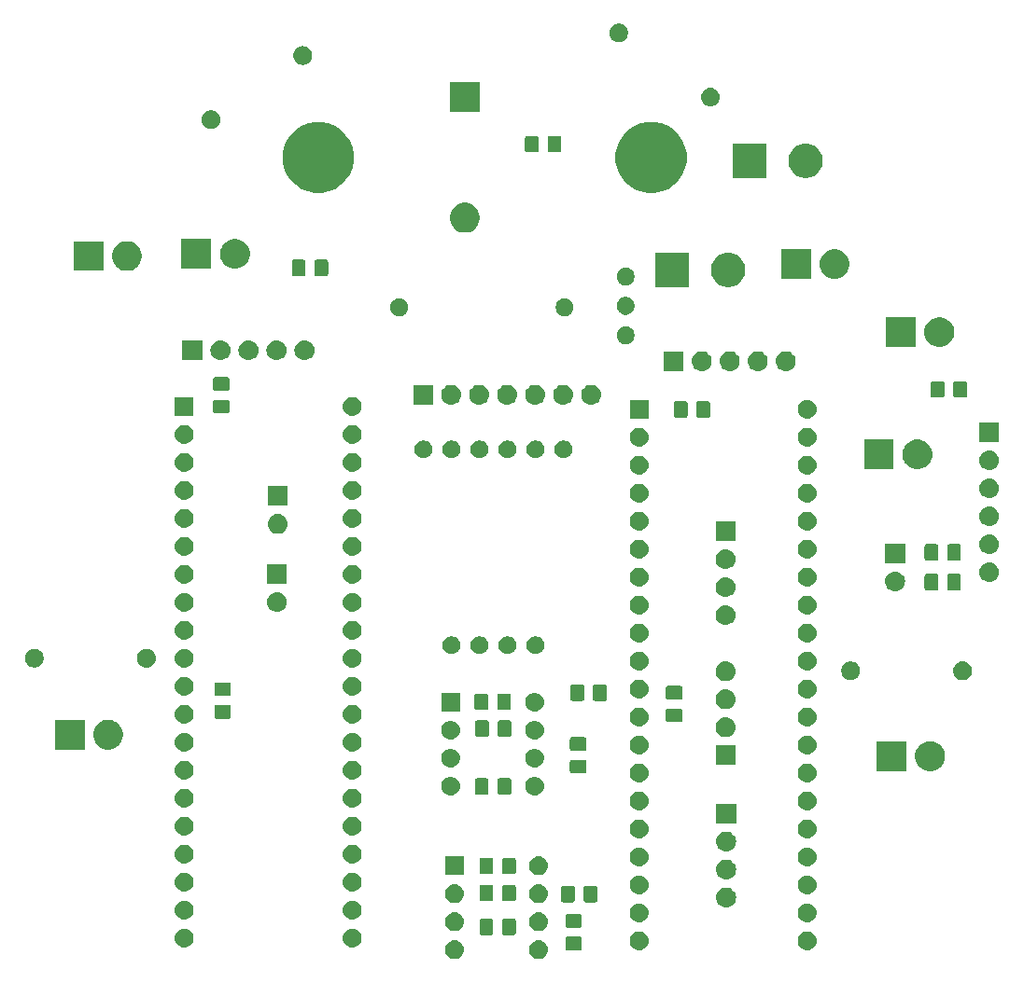
<source format=gbr>
%TF.GenerationSoftware,KiCad,Pcbnew,(5.1.4)-1*%
%TF.CreationDate,2019-08-28T19:55:50+03:00*%
%TF.ProjectId,Timsah_Main_Board,54696d73-6168-45f4-9d61-696e5f426f61,rev?*%
%TF.SameCoordinates,Original*%
%TF.FileFunction,Soldermask,Bot*%
%TF.FilePolarity,Negative*%
%FSLAX46Y46*%
G04 Gerber Fmt 4.6, Leading zero omitted, Abs format (unit mm)*
G04 Created by KiCad (PCBNEW (5.1.4)-1) date 2019-08-28 19:55:50*
%MOMM*%
%LPD*%
G04 APERTURE LIST*
%ADD10C,0.100000*%
G04 APERTURE END LIST*
D10*
G36*
X104386823Y-135831313D02*
G01*
X104547242Y-135879976D01*
X104654373Y-135937239D01*
X104695078Y-135958996D01*
X104824659Y-136065341D01*
X104931004Y-136194922D01*
X104931005Y-136194924D01*
X105010024Y-136342758D01*
X105058687Y-136503177D01*
X105075117Y-136670000D01*
X105058687Y-136836823D01*
X105010024Y-136997242D01*
X104939114Y-137129906D01*
X104931004Y-137145078D01*
X104824659Y-137274659D01*
X104695078Y-137381004D01*
X104695076Y-137381005D01*
X104547242Y-137460024D01*
X104386823Y-137508687D01*
X104261804Y-137521000D01*
X104178196Y-137521000D01*
X104053177Y-137508687D01*
X103892758Y-137460024D01*
X103744924Y-137381005D01*
X103744922Y-137381004D01*
X103615341Y-137274659D01*
X103508996Y-137145078D01*
X103500886Y-137129906D01*
X103429976Y-136997242D01*
X103381313Y-136836823D01*
X103364883Y-136670000D01*
X103381313Y-136503177D01*
X103429976Y-136342758D01*
X103508995Y-136194924D01*
X103508996Y-136194922D01*
X103615341Y-136065341D01*
X103744922Y-135958996D01*
X103785627Y-135937239D01*
X103892758Y-135879976D01*
X104053177Y-135831313D01*
X104178196Y-135819000D01*
X104261804Y-135819000D01*
X104386823Y-135831313D01*
X104386823Y-135831313D01*
G37*
G36*
X96766823Y-135831313D02*
G01*
X96927242Y-135879976D01*
X97034373Y-135937239D01*
X97075078Y-135958996D01*
X97204659Y-136065341D01*
X97311004Y-136194922D01*
X97311005Y-136194924D01*
X97390024Y-136342758D01*
X97438687Y-136503177D01*
X97455117Y-136670000D01*
X97438687Y-136836823D01*
X97390024Y-136997242D01*
X97319114Y-137129906D01*
X97311004Y-137145078D01*
X97204659Y-137274659D01*
X97075078Y-137381004D01*
X97075076Y-137381005D01*
X96927242Y-137460024D01*
X96766823Y-137508687D01*
X96641804Y-137521000D01*
X96558196Y-137521000D01*
X96433177Y-137508687D01*
X96272758Y-137460024D01*
X96124924Y-137381005D01*
X96124922Y-137381004D01*
X95995341Y-137274659D01*
X95888996Y-137145078D01*
X95880886Y-137129906D01*
X95809976Y-136997242D01*
X95761313Y-136836823D01*
X95744883Y-136670000D01*
X95761313Y-136503177D01*
X95809976Y-136342758D01*
X95888995Y-136194924D01*
X95888996Y-136194922D01*
X95995341Y-136065341D01*
X96124922Y-135958996D01*
X96165627Y-135937239D01*
X96272758Y-135879976D01*
X96433177Y-135831313D01*
X96558196Y-135819000D01*
X96641804Y-135819000D01*
X96766823Y-135831313D01*
X96766823Y-135831313D01*
G37*
G36*
X108013674Y-135478465D02*
G01*
X108051367Y-135489899D01*
X108086103Y-135508466D01*
X108116548Y-135533452D01*
X108141534Y-135563897D01*
X108160101Y-135598633D01*
X108171535Y-135636326D01*
X108176000Y-135681661D01*
X108176000Y-136518339D01*
X108171535Y-136563674D01*
X108160101Y-136601367D01*
X108141534Y-136636103D01*
X108116548Y-136666548D01*
X108086103Y-136691534D01*
X108051367Y-136710101D01*
X108013674Y-136721535D01*
X107968339Y-136726000D01*
X106881661Y-136726000D01*
X106836326Y-136721535D01*
X106798633Y-136710101D01*
X106763897Y-136691534D01*
X106733452Y-136666548D01*
X106708466Y-136636103D01*
X106689899Y-136601367D01*
X106678465Y-136563674D01*
X106674000Y-136518339D01*
X106674000Y-135681661D01*
X106678465Y-135636326D01*
X106689899Y-135598633D01*
X106708466Y-135563897D01*
X106733452Y-135533452D01*
X106763897Y-135508466D01*
X106798633Y-135489899D01*
X106836326Y-135478465D01*
X106881661Y-135474000D01*
X107968339Y-135474000D01*
X108013674Y-135478465D01*
X108013674Y-135478465D01*
G37*
G36*
X113516823Y-135021313D02*
G01*
X113677242Y-135069976D01*
X113793140Y-135131925D01*
X113825078Y-135148996D01*
X113954659Y-135255341D01*
X114061004Y-135384922D01*
X114061005Y-135384924D01*
X114140024Y-135532758D01*
X114188687Y-135693177D01*
X114205117Y-135860000D01*
X114188687Y-136026823D01*
X114140024Y-136187242D01*
X114125369Y-136214659D01*
X114061004Y-136335078D01*
X113954659Y-136464659D01*
X113825078Y-136571004D01*
X113825076Y-136571005D01*
X113677242Y-136650024D01*
X113516823Y-136698687D01*
X113391804Y-136711000D01*
X113308196Y-136711000D01*
X113183177Y-136698687D01*
X113022758Y-136650024D01*
X112874924Y-136571005D01*
X112874922Y-136571004D01*
X112745341Y-136464659D01*
X112638996Y-136335078D01*
X112574631Y-136214659D01*
X112559976Y-136187242D01*
X112511313Y-136026823D01*
X112494883Y-135860000D01*
X112511313Y-135693177D01*
X112559976Y-135532758D01*
X112638995Y-135384924D01*
X112638996Y-135384922D01*
X112745341Y-135255341D01*
X112874922Y-135148996D01*
X112906860Y-135131925D01*
X113022758Y-135069976D01*
X113183177Y-135021313D01*
X113308196Y-135009000D01*
X113391804Y-135009000D01*
X113516823Y-135021313D01*
X113516823Y-135021313D01*
G37*
G36*
X128756823Y-135021313D02*
G01*
X128917242Y-135069976D01*
X129033140Y-135131925D01*
X129065078Y-135148996D01*
X129194659Y-135255341D01*
X129301004Y-135384922D01*
X129301005Y-135384924D01*
X129380024Y-135532758D01*
X129428687Y-135693177D01*
X129445117Y-135860000D01*
X129428687Y-136026823D01*
X129380024Y-136187242D01*
X129365369Y-136214659D01*
X129301004Y-136335078D01*
X129194659Y-136464659D01*
X129065078Y-136571004D01*
X129065076Y-136571005D01*
X128917242Y-136650024D01*
X128756823Y-136698687D01*
X128631804Y-136711000D01*
X128548196Y-136711000D01*
X128423177Y-136698687D01*
X128262758Y-136650024D01*
X128114924Y-136571005D01*
X128114922Y-136571004D01*
X127985341Y-136464659D01*
X127878996Y-136335078D01*
X127814631Y-136214659D01*
X127799976Y-136187242D01*
X127751313Y-136026823D01*
X127734883Y-135860000D01*
X127751313Y-135693177D01*
X127799976Y-135532758D01*
X127878995Y-135384924D01*
X127878996Y-135384922D01*
X127985341Y-135255341D01*
X128114922Y-135148996D01*
X128146860Y-135131925D01*
X128262758Y-135069976D01*
X128423177Y-135021313D01*
X128548196Y-135009000D01*
X128631804Y-135009000D01*
X128756823Y-135021313D01*
X128756823Y-135021313D01*
G37*
G36*
X87506823Y-134771313D02*
G01*
X87667242Y-134819976D01*
X87706584Y-134841005D01*
X87815078Y-134898996D01*
X87944659Y-135005341D01*
X88051004Y-135134922D01*
X88051005Y-135134924D01*
X88130024Y-135282758D01*
X88130025Y-135282761D01*
X88136811Y-135305131D01*
X88178687Y-135443177D01*
X88195117Y-135610000D01*
X88178687Y-135776823D01*
X88130024Y-135937242D01*
X88118396Y-135958996D01*
X88051004Y-136085078D01*
X87944659Y-136214659D01*
X87815078Y-136321004D01*
X87815076Y-136321005D01*
X87667242Y-136400024D01*
X87506823Y-136448687D01*
X87381804Y-136461000D01*
X87298196Y-136461000D01*
X87173177Y-136448687D01*
X87012758Y-136400024D01*
X86864924Y-136321005D01*
X86864922Y-136321004D01*
X86735341Y-136214659D01*
X86628996Y-136085078D01*
X86561604Y-135958996D01*
X86549976Y-135937242D01*
X86501313Y-135776823D01*
X86484883Y-135610000D01*
X86501313Y-135443177D01*
X86543189Y-135305131D01*
X86549975Y-135282761D01*
X86549976Y-135282758D01*
X86628995Y-135134924D01*
X86628996Y-135134922D01*
X86735341Y-135005341D01*
X86864922Y-134898996D01*
X86973416Y-134841005D01*
X87012758Y-134819976D01*
X87173177Y-134771313D01*
X87298196Y-134759000D01*
X87381804Y-134759000D01*
X87506823Y-134771313D01*
X87506823Y-134771313D01*
G37*
G36*
X72266823Y-134771313D02*
G01*
X72427242Y-134819976D01*
X72466584Y-134841005D01*
X72575078Y-134898996D01*
X72704659Y-135005341D01*
X72811004Y-135134922D01*
X72811005Y-135134924D01*
X72890024Y-135282758D01*
X72890025Y-135282761D01*
X72896811Y-135305131D01*
X72938687Y-135443177D01*
X72955117Y-135610000D01*
X72938687Y-135776823D01*
X72890024Y-135937242D01*
X72878396Y-135958996D01*
X72811004Y-136085078D01*
X72704659Y-136214659D01*
X72575078Y-136321004D01*
X72575076Y-136321005D01*
X72427242Y-136400024D01*
X72266823Y-136448687D01*
X72141804Y-136461000D01*
X72058196Y-136461000D01*
X71933177Y-136448687D01*
X71772758Y-136400024D01*
X71624924Y-136321005D01*
X71624922Y-136321004D01*
X71495341Y-136214659D01*
X71388996Y-136085078D01*
X71321604Y-135958996D01*
X71309976Y-135937242D01*
X71261313Y-135776823D01*
X71244883Y-135610000D01*
X71261313Y-135443177D01*
X71303189Y-135305131D01*
X71309975Y-135282761D01*
X71309976Y-135282758D01*
X71388995Y-135134924D01*
X71388996Y-135134922D01*
X71495341Y-135005341D01*
X71624922Y-134898996D01*
X71733416Y-134841005D01*
X71772758Y-134819976D01*
X71933177Y-134771313D01*
X72058196Y-134759000D01*
X72141804Y-134759000D01*
X72266823Y-134771313D01*
X72266823Y-134771313D01*
G37*
G36*
X102013674Y-133853465D02*
G01*
X102051367Y-133864899D01*
X102086103Y-133883466D01*
X102116548Y-133908452D01*
X102141534Y-133938897D01*
X102160101Y-133973633D01*
X102171535Y-134011326D01*
X102176000Y-134056661D01*
X102176000Y-135143339D01*
X102171535Y-135188674D01*
X102160101Y-135226367D01*
X102141534Y-135261103D01*
X102116548Y-135291548D01*
X102086103Y-135316534D01*
X102051367Y-135335101D01*
X102013674Y-135346535D01*
X101968339Y-135351000D01*
X101131661Y-135351000D01*
X101086326Y-135346535D01*
X101048633Y-135335101D01*
X101013897Y-135316534D01*
X100983452Y-135291548D01*
X100958466Y-135261103D01*
X100939899Y-135226367D01*
X100928465Y-135188674D01*
X100924000Y-135143339D01*
X100924000Y-134056661D01*
X100928465Y-134011326D01*
X100939899Y-133973633D01*
X100958466Y-133938897D01*
X100983452Y-133908452D01*
X101013897Y-133883466D01*
X101048633Y-133864899D01*
X101086326Y-133853465D01*
X101131661Y-133849000D01*
X101968339Y-133849000D01*
X102013674Y-133853465D01*
X102013674Y-133853465D01*
G37*
G36*
X99963674Y-133853465D02*
G01*
X100001367Y-133864899D01*
X100036103Y-133883466D01*
X100066548Y-133908452D01*
X100091534Y-133938897D01*
X100110101Y-133973633D01*
X100121535Y-134011326D01*
X100126000Y-134056661D01*
X100126000Y-135143339D01*
X100121535Y-135188674D01*
X100110101Y-135226367D01*
X100091534Y-135261103D01*
X100066548Y-135291548D01*
X100036103Y-135316534D01*
X100001367Y-135335101D01*
X99963674Y-135346535D01*
X99918339Y-135351000D01*
X99081661Y-135351000D01*
X99036326Y-135346535D01*
X98998633Y-135335101D01*
X98963897Y-135316534D01*
X98933452Y-135291548D01*
X98908466Y-135261103D01*
X98889899Y-135226367D01*
X98878465Y-135188674D01*
X98874000Y-135143339D01*
X98874000Y-134056661D01*
X98878465Y-134011326D01*
X98889899Y-133973633D01*
X98908466Y-133938897D01*
X98933452Y-133908452D01*
X98963897Y-133883466D01*
X98998633Y-133864899D01*
X99036326Y-133853465D01*
X99081661Y-133849000D01*
X99918339Y-133849000D01*
X99963674Y-133853465D01*
X99963674Y-133853465D01*
G37*
G36*
X96766823Y-133291313D02*
G01*
X96927242Y-133339976D01*
X97034373Y-133397239D01*
X97075078Y-133418996D01*
X97204659Y-133525341D01*
X97311004Y-133654922D01*
X97311005Y-133654924D01*
X97390024Y-133802758D01*
X97438687Y-133963177D01*
X97455117Y-134130000D01*
X97438687Y-134296823D01*
X97390024Y-134457242D01*
X97362902Y-134507983D01*
X97311004Y-134605078D01*
X97204659Y-134734659D01*
X97075078Y-134841004D01*
X97075076Y-134841005D01*
X96927242Y-134920024D01*
X96766823Y-134968687D01*
X96641804Y-134981000D01*
X96558196Y-134981000D01*
X96433177Y-134968687D01*
X96272758Y-134920024D01*
X96124924Y-134841005D01*
X96124922Y-134841004D01*
X95995341Y-134734659D01*
X95888996Y-134605078D01*
X95837098Y-134507983D01*
X95809976Y-134457242D01*
X95761313Y-134296823D01*
X95744883Y-134130000D01*
X95761313Y-133963177D01*
X95809976Y-133802758D01*
X95888995Y-133654924D01*
X95888996Y-133654922D01*
X95995341Y-133525341D01*
X96124922Y-133418996D01*
X96165627Y-133397239D01*
X96272758Y-133339976D01*
X96433177Y-133291313D01*
X96558196Y-133279000D01*
X96641804Y-133279000D01*
X96766823Y-133291313D01*
X96766823Y-133291313D01*
G37*
G36*
X104386823Y-133291313D02*
G01*
X104547242Y-133339976D01*
X104654373Y-133397239D01*
X104695078Y-133418996D01*
X104824659Y-133525341D01*
X104931004Y-133654922D01*
X104931005Y-133654924D01*
X105010024Y-133802758D01*
X105058687Y-133963177D01*
X105075117Y-134130000D01*
X105058687Y-134296823D01*
X105010024Y-134457242D01*
X104982902Y-134507983D01*
X104931004Y-134605078D01*
X104824659Y-134734659D01*
X104695078Y-134841004D01*
X104695076Y-134841005D01*
X104547242Y-134920024D01*
X104386823Y-134968687D01*
X104261804Y-134981000D01*
X104178196Y-134981000D01*
X104053177Y-134968687D01*
X103892758Y-134920024D01*
X103744924Y-134841005D01*
X103744922Y-134841004D01*
X103615341Y-134734659D01*
X103508996Y-134605078D01*
X103457098Y-134507983D01*
X103429976Y-134457242D01*
X103381313Y-134296823D01*
X103364883Y-134130000D01*
X103381313Y-133963177D01*
X103429976Y-133802758D01*
X103508995Y-133654924D01*
X103508996Y-133654922D01*
X103615341Y-133525341D01*
X103744922Y-133418996D01*
X103785627Y-133397239D01*
X103892758Y-133339976D01*
X104053177Y-133291313D01*
X104178196Y-133279000D01*
X104261804Y-133279000D01*
X104386823Y-133291313D01*
X104386823Y-133291313D01*
G37*
G36*
X108013674Y-133428465D02*
G01*
X108051367Y-133439899D01*
X108086103Y-133458466D01*
X108116548Y-133483452D01*
X108141534Y-133513897D01*
X108160101Y-133548633D01*
X108171535Y-133586326D01*
X108176000Y-133631661D01*
X108176000Y-134468339D01*
X108171535Y-134513674D01*
X108160101Y-134551367D01*
X108141534Y-134586103D01*
X108116548Y-134616548D01*
X108086103Y-134641534D01*
X108051367Y-134660101D01*
X108013674Y-134671535D01*
X107968339Y-134676000D01*
X106881661Y-134676000D01*
X106836326Y-134671535D01*
X106798633Y-134660101D01*
X106763897Y-134641534D01*
X106733452Y-134616548D01*
X106708466Y-134586103D01*
X106689899Y-134551367D01*
X106678465Y-134513674D01*
X106674000Y-134468339D01*
X106674000Y-133631661D01*
X106678465Y-133586326D01*
X106689899Y-133548633D01*
X106708466Y-133513897D01*
X106733452Y-133483452D01*
X106763897Y-133458466D01*
X106798633Y-133439899D01*
X106836326Y-133428465D01*
X106881661Y-133424000D01*
X107968339Y-133424000D01*
X108013674Y-133428465D01*
X108013674Y-133428465D01*
G37*
G36*
X128756823Y-132481313D02*
G01*
X128917242Y-132529976D01*
X128983113Y-132565185D01*
X129065078Y-132608996D01*
X129194659Y-132715341D01*
X129301004Y-132844922D01*
X129301005Y-132844924D01*
X129380024Y-132992758D01*
X129428687Y-133153177D01*
X129445117Y-133320000D01*
X129428687Y-133486823D01*
X129411016Y-133545076D01*
X129384751Y-133631661D01*
X129380024Y-133647242D01*
X129309114Y-133779906D01*
X129301004Y-133795078D01*
X129194659Y-133924659D01*
X129065078Y-134031004D01*
X129065076Y-134031005D01*
X128917242Y-134110024D01*
X128756823Y-134158687D01*
X128631804Y-134171000D01*
X128548196Y-134171000D01*
X128423177Y-134158687D01*
X128262758Y-134110024D01*
X128114924Y-134031005D01*
X128114922Y-134031004D01*
X127985341Y-133924659D01*
X127878996Y-133795078D01*
X127870886Y-133779906D01*
X127799976Y-133647242D01*
X127795250Y-133631661D01*
X127768984Y-133545076D01*
X127751313Y-133486823D01*
X127734883Y-133320000D01*
X127751313Y-133153177D01*
X127799976Y-132992758D01*
X127878995Y-132844924D01*
X127878996Y-132844922D01*
X127985341Y-132715341D01*
X128114922Y-132608996D01*
X128196887Y-132565185D01*
X128262758Y-132529976D01*
X128423177Y-132481313D01*
X128548196Y-132469000D01*
X128631804Y-132469000D01*
X128756823Y-132481313D01*
X128756823Y-132481313D01*
G37*
G36*
X113516823Y-132481313D02*
G01*
X113677242Y-132529976D01*
X113743113Y-132565185D01*
X113825078Y-132608996D01*
X113954659Y-132715341D01*
X114061004Y-132844922D01*
X114061005Y-132844924D01*
X114140024Y-132992758D01*
X114188687Y-133153177D01*
X114205117Y-133320000D01*
X114188687Y-133486823D01*
X114171016Y-133545076D01*
X114144751Y-133631661D01*
X114140024Y-133647242D01*
X114069114Y-133779906D01*
X114061004Y-133795078D01*
X113954659Y-133924659D01*
X113825078Y-134031004D01*
X113825076Y-134031005D01*
X113677242Y-134110024D01*
X113516823Y-134158687D01*
X113391804Y-134171000D01*
X113308196Y-134171000D01*
X113183177Y-134158687D01*
X113022758Y-134110024D01*
X112874924Y-134031005D01*
X112874922Y-134031004D01*
X112745341Y-133924659D01*
X112638996Y-133795078D01*
X112630886Y-133779906D01*
X112559976Y-133647242D01*
X112555250Y-133631661D01*
X112528984Y-133545076D01*
X112511313Y-133486823D01*
X112494883Y-133320000D01*
X112511313Y-133153177D01*
X112559976Y-132992758D01*
X112638995Y-132844924D01*
X112638996Y-132844922D01*
X112745341Y-132715341D01*
X112874922Y-132608996D01*
X112956887Y-132565185D01*
X113022758Y-132529976D01*
X113183177Y-132481313D01*
X113308196Y-132469000D01*
X113391804Y-132469000D01*
X113516823Y-132481313D01*
X113516823Y-132481313D01*
G37*
G36*
X87506823Y-132231313D02*
G01*
X87667242Y-132279976D01*
X87706584Y-132301005D01*
X87815078Y-132358996D01*
X87944659Y-132465341D01*
X88051004Y-132594922D01*
X88051005Y-132594924D01*
X88130024Y-132742758D01*
X88178687Y-132903177D01*
X88195117Y-133070000D01*
X88178687Y-133236823D01*
X88130024Y-133397242D01*
X88061554Y-133525341D01*
X88051004Y-133545078D01*
X87944659Y-133674659D01*
X87815078Y-133781004D01*
X87815076Y-133781005D01*
X87667242Y-133860024D01*
X87667239Y-133860025D01*
X87637380Y-133869083D01*
X87506823Y-133908687D01*
X87381804Y-133921000D01*
X87298196Y-133921000D01*
X87173177Y-133908687D01*
X87042620Y-133869083D01*
X87012761Y-133860025D01*
X87012758Y-133860024D01*
X86864924Y-133781005D01*
X86864922Y-133781004D01*
X86735341Y-133674659D01*
X86628996Y-133545078D01*
X86618446Y-133525341D01*
X86549976Y-133397242D01*
X86501313Y-133236823D01*
X86484883Y-133070000D01*
X86501313Y-132903177D01*
X86549976Y-132742758D01*
X86628995Y-132594924D01*
X86628996Y-132594922D01*
X86735341Y-132465341D01*
X86864922Y-132358996D01*
X86973416Y-132301005D01*
X87012758Y-132279976D01*
X87173177Y-132231313D01*
X87298196Y-132219000D01*
X87381804Y-132219000D01*
X87506823Y-132231313D01*
X87506823Y-132231313D01*
G37*
G36*
X72266823Y-132231313D02*
G01*
X72427242Y-132279976D01*
X72466584Y-132301005D01*
X72575078Y-132358996D01*
X72704659Y-132465341D01*
X72811004Y-132594922D01*
X72811005Y-132594924D01*
X72890024Y-132742758D01*
X72938687Y-132903177D01*
X72955117Y-133070000D01*
X72938687Y-133236823D01*
X72890024Y-133397242D01*
X72821554Y-133525341D01*
X72811004Y-133545078D01*
X72704659Y-133674659D01*
X72575078Y-133781004D01*
X72575076Y-133781005D01*
X72427242Y-133860024D01*
X72427239Y-133860025D01*
X72397380Y-133869083D01*
X72266823Y-133908687D01*
X72141804Y-133921000D01*
X72058196Y-133921000D01*
X71933177Y-133908687D01*
X71802620Y-133869083D01*
X71772761Y-133860025D01*
X71772758Y-133860024D01*
X71624924Y-133781005D01*
X71624922Y-133781004D01*
X71495341Y-133674659D01*
X71388996Y-133545078D01*
X71378446Y-133525341D01*
X71309976Y-133397242D01*
X71261313Y-133236823D01*
X71244883Y-133070000D01*
X71261313Y-132903177D01*
X71309976Y-132742758D01*
X71388995Y-132594924D01*
X71388996Y-132594922D01*
X71495341Y-132465341D01*
X71624922Y-132358996D01*
X71733416Y-132301005D01*
X71772758Y-132279976D01*
X71933177Y-132231313D01*
X72058196Y-132219000D01*
X72141804Y-132219000D01*
X72266823Y-132231313D01*
X72266823Y-132231313D01*
G37*
G36*
X121360443Y-131030519D02*
G01*
X121426627Y-131037037D01*
X121596466Y-131088557D01*
X121752991Y-131172222D01*
X121788729Y-131201552D01*
X121890186Y-131284814D01*
X121969123Y-131381000D01*
X122002778Y-131422009D01*
X122086443Y-131578534D01*
X122137963Y-131748373D01*
X122155359Y-131925000D01*
X122137963Y-132101627D01*
X122086654Y-132270770D01*
X122086442Y-132271468D01*
X122070654Y-132301005D01*
X122002778Y-132427991D01*
X121973448Y-132463729D01*
X121890186Y-132565186D01*
X121788729Y-132648448D01*
X121752991Y-132677778D01*
X121596466Y-132761443D01*
X121426627Y-132812963D01*
X121360442Y-132819482D01*
X121294260Y-132826000D01*
X121205740Y-132826000D01*
X121139558Y-132819482D01*
X121073373Y-132812963D01*
X120903534Y-132761443D01*
X120747009Y-132677778D01*
X120711271Y-132648448D01*
X120609814Y-132565186D01*
X120526552Y-132463729D01*
X120497222Y-132427991D01*
X120429346Y-132301005D01*
X120413558Y-132271468D01*
X120413346Y-132270770D01*
X120362037Y-132101627D01*
X120344641Y-131925000D01*
X120362037Y-131748373D01*
X120413557Y-131578534D01*
X120497222Y-131422009D01*
X120530877Y-131381000D01*
X120609814Y-131284814D01*
X120711271Y-131201552D01*
X120747009Y-131172222D01*
X120903534Y-131088557D01*
X121073373Y-131037037D01*
X121139557Y-131030519D01*
X121205740Y-131024000D01*
X121294260Y-131024000D01*
X121360443Y-131030519D01*
X121360443Y-131030519D01*
G37*
G36*
X104386823Y-130751313D02*
G01*
X104547242Y-130799976D01*
X104609871Y-130833452D01*
X104695078Y-130878996D01*
X104824659Y-130985341D01*
X104931004Y-131114922D01*
X104931005Y-131114924D01*
X105010024Y-131262758D01*
X105058687Y-131423177D01*
X105075117Y-131590000D01*
X105058687Y-131756823D01*
X105010024Y-131917242D01*
X105005877Y-131925000D01*
X104931004Y-132065078D01*
X104824659Y-132194659D01*
X104695078Y-132301004D01*
X104695076Y-132301005D01*
X104547242Y-132380024D01*
X104386823Y-132428687D01*
X104261804Y-132441000D01*
X104178196Y-132441000D01*
X104053177Y-132428687D01*
X103892758Y-132380024D01*
X103744924Y-132301005D01*
X103744922Y-132301004D01*
X103615341Y-132194659D01*
X103508996Y-132065078D01*
X103434123Y-131925000D01*
X103429976Y-131917242D01*
X103381313Y-131756823D01*
X103364883Y-131590000D01*
X103381313Y-131423177D01*
X103429976Y-131262758D01*
X103508995Y-131114924D01*
X103508996Y-131114922D01*
X103615341Y-130985341D01*
X103744922Y-130878996D01*
X103830129Y-130833452D01*
X103892758Y-130799976D01*
X104053177Y-130751313D01*
X104178196Y-130739000D01*
X104261804Y-130739000D01*
X104386823Y-130751313D01*
X104386823Y-130751313D01*
G37*
G36*
X96766823Y-130751313D02*
G01*
X96927242Y-130799976D01*
X96989871Y-130833452D01*
X97075078Y-130878996D01*
X97204659Y-130985341D01*
X97311004Y-131114922D01*
X97311005Y-131114924D01*
X97390024Y-131262758D01*
X97438687Y-131423177D01*
X97455117Y-131590000D01*
X97438687Y-131756823D01*
X97390024Y-131917242D01*
X97385877Y-131925000D01*
X97311004Y-132065078D01*
X97204659Y-132194659D01*
X97075078Y-132301004D01*
X97075076Y-132301005D01*
X96927242Y-132380024D01*
X96766823Y-132428687D01*
X96641804Y-132441000D01*
X96558196Y-132441000D01*
X96433177Y-132428687D01*
X96272758Y-132380024D01*
X96124924Y-132301005D01*
X96124922Y-132301004D01*
X95995341Y-132194659D01*
X95888996Y-132065078D01*
X95814123Y-131925000D01*
X95809976Y-131917242D01*
X95761313Y-131756823D01*
X95744883Y-131590000D01*
X95761313Y-131423177D01*
X95809976Y-131262758D01*
X95888995Y-131114924D01*
X95888996Y-131114922D01*
X95995341Y-130985341D01*
X96124922Y-130878996D01*
X96210129Y-130833452D01*
X96272758Y-130799976D01*
X96433177Y-130751313D01*
X96558196Y-130739000D01*
X96641804Y-130739000D01*
X96766823Y-130751313D01*
X96766823Y-130751313D01*
G37*
G36*
X109413674Y-130878465D02*
G01*
X109451367Y-130889899D01*
X109486103Y-130908466D01*
X109516548Y-130933452D01*
X109541534Y-130963897D01*
X109560101Y-130998633D01*
X109571535Y-131036326D01*
X109576000Y-131081661D01*
X109576000Y-132168339D01*
X109571535Y-132213674D01*
X109560101Y-132251367D01*
X109541534Y-132286103D01*
X109516548Y-132316548D01*
X109486103Y-132341534D01*
X109451367Y-132360101D01*
X109413674Y-132371535D01*
X109368339Y-132376000D01*
X108531661Y-132376000D01*
X108486326Y-132371535D01*
X108448633Y-132360101D01*
X108413897Y-132341534D01*
X108383452Y-132316548D01*
X108358466Y-132286103D01*
X108339899Y-132251367D01*
X108328465Y-132213674D01*
X108324000Y-132168339D01*
X108324000Y-131081661D01*
X108328465Y-131036326D01*
X108339899Y-130998633D01*
X108358466Y-130963897D01*
X108383452Y-130933452D01*
X108413897Y-130908466D01*
X108448633Y-130889899D01*
X108486326Y-130878465D01*
X108531661Y-130874000D01*
X109368339Y-130874000D01*
X109413674Y-130878465D01*
X109413674Y-130878465D01*
G37*
G36*
X107363674Y-130878465D02*
G01*
X107401367Y-130889899D01*
X107436103Y-130908466D01*
X107466548Y-130933452D01*
X107491534Y-130963897D01*
X107510101Y-130998633D01*
X107521535Y-131036326D01*
X107526000Y-131081661D01*
X107526000Y-132168339D01*
X107521535Y-132213674D01*
X107510101Y-132251367D01*
X107491534Y-132286103D01*
X107466548Y-132316548D01*
X107436103Y-132341534D01*
X107401367Y-132360101D01*
X107363674Y-132371535D01*
X107318339Y-132376000D01*
X106481661Y-132376000D01*
X106436326Y-132371535D01*
X106398633Y-132360101D01*
X106363897Y-132341534D01*
X106333452Y-132316548D01*
X106308466Y-132286103D01*
X106289899Y-132251367D01*
X106278465Y-132213674D01*
X106274000Y-132168339D01*
X106274000Y-131081661D01*
X106278465Y-131036326D01*
X106289899Y-130998633D01*
X106308466Y-130963897D01*
X106333452Y-130933452D01*
X106363897Y-130908466D01*
X106398633Y-130889899D01*
X106436326Y-130878465D01*
X106481661Y-130874000D01*
X107318339Y-130874000D01*
X107363674Y-130878465D01*
X107363674Y-130878465D01*
G37*
G36*
X102013674Y-130778465D02*
G01*
X102051367Y-130789899D01*
X102086103Y-130808466D01*
X102116548Y-130833452D01*
X102141534Y-130863897D01*
X102160101Y-130898633D01*
X102171535Y-130936326D01*
X102176000Y-130981661D01*
X102176000Y-132068339D01*
X102171535Y-132113674D01*
X102160101Y-132151367D01*
X102141534Y-132186103D01*
X102116548Y-132216548D01*
X102086103Y-132241534D01*
X102051367Y-132260101D01*
X102013674Y-132271535D01*
X101968339Y-132276000D01*
X101131661Y-132276000D01*
X101086326Y-132271535D01*
X101048633Y-132260101D01*
X101013897Y-132241534D01*
X100983452Y-132216548D01*
X100958466Y-132186103D01*
X100939899Y-132151367D01*
X100928465Y-132113674D01*
X100924000Y-132068339D01*
X100924000Y-130981661D01*
X100928465Y-130936326D01*
X100939899Y-130898633D01*
X100958466Y-130863897D01*
X100983452Y-130833452D01*
X101013897Y-130808466D01*
X101048633Y-130789899D01*
X101086326Y-130778465D01*
X101131661Y-130774000D01*
X101968339Y-130774000D01*
X102013674Y-130778465D01*
X102013674Y-130778465D01*
G37*
G36*
X99963674Y-130778465D02*
G01*
X100001367Y-130789899D01*
X100036103Y-130808466D01*
X100066548Y-130833452D01*
X100091534Y-130863897D01*
X100110101Y-130898633D01*
X100121535Y-130936326D01*
X100126000Y-130981661D01*
X100126000Y-132068339D01*
X100121535Y-132113674D01*
X100110101Y-132151367D01*
X100091534Y-132186103D01*
X100066548Y-132216548D01*
X100036103Y-132241534D01*
X100001367Y-132260101D01*
X99963674Y-132271535D01*
X99918339Y-132276000D01*
X99081661Y-132276000D01*
X99036326Y-132271535D01*
X98998633Y-132260101D01*
X98963897Y-132241534D01*
X98933452Y-132216548D01*
X98908466Y-132186103D01*
X98889899Y-132151367D01*
X98878465Y-132113674D01*
X98874000Y-132068339D01*
X98874000Y-130981661D01*
X98878465Y-130936326D01*
X98889899Y-130898633D01*
X98908466Y-130863897D01*
X98933452Y-130833452D01*
X98963897Y-130808466D01*
X98998633Y-130789899D01*
X99036326Y-130778465D01*
X99081661Y-130774000D01*
X99918339Y-130774000D01*
X99963674Y-130778465D01*
X99963674Y-130778465D01*
G37*
G36*
X113516823Y-129941313D02*
G01*
X113677242Y-129989976D01*
X113743113Y-130025185D01*
X113825078Y-130068996D01*
X113954659Y-130175341D01*
X114061004Y-130304922D01*
X114061005Y-130304924D01*
X114140024Y-130452758D01*
X114188687Y-130613177D01*
X114205117Y-130780000D01*
X114188687Y-130946823D01*
X114140024Y-131107242D01*
X114105292Y-131172221D01*
X114061004Y-131255078D01*
X113954659Y-131384659D01*
X113825078Y-131491004D01*
X113825076Y-131491005D01*
X113677242Y-131570024D01*
X113516823Y-131618687D01*
X113391804Y-131631000D01*
X113308196Y-131631000D01*
X113183177Y-131618687D01*
X113022758Y-131570024D01*
X112874924Y-131491005D01*
X112874922Y-131491004D01*
X112745341Y-131384659D01*
X112638996Y-131255078D01*
X112594708Y-131172221D01*
X112559976Y-131107242D01*
X112511313Y-130946823D01*
X112494883Y-130780000D01*
X112511313Y-130613177D01*
X112559976Y-130452758D01*
X112638995Y-130304924D01*
X112638996Y-130304922D01*
X112745341Y-130175341D01*
X112874922Y-130068996D01*
X112956887Y-130025185D01*
X113022758Y-129989976D01*
X113183177Y-129941313D01*
X113308196Y-129929000D01*
X113391804Y-129929000D01*
X113516823Y-129941313D01*
X113516823Y-129941313D01*
G37*
G36*
X128756823Y-129941313D02*
G01*
X128917242Y-129989976D01*
X128983113Y-130025185D01*
X129065078Y-130068996D01*
X129194659Y-130175341D01*
X129301004Y-130304922D01*
X129301005Y-130304924D01*
X129380024Y-130452758D01*
X129428687Y-130613177D01*
X129445117Y-130780000D01*
X129428687Y-130946823D01*
X129380024Y-131107242D01*
X129345292Y-131172221D01*
X129301004Y-131255078D01*
X129194659Y-131384659D01*
X129065078Y-131491004D01*
X129065076Y-131491005D01*
X128917242Y-131570024D01*
X128756823Y-131618687D01*
X128631804Y-131631000D01*
X128548196Y-131631000D01*
X128423177Y-131618687D01*
X128262758Y-131570024D01*
X128114924Y-131491005D01*
X128114922Y-131491004D01*
X127985341Y-131384659D01*
X127878996Y-131255078D01*
X127834708Y-131172221D01*
X127799976Y-131107242D01*
X127751313Y-130946823D01*
X127734883Y-130780000D01*
X127751313Y-130613177D01*
X127799976Y-130452758D01*
X127878995Y-130304924D01*
X127878996Y-130304922D01*
X127985341Y-130175341D01*
X128114922Y-130068996D01*
X128196887Y-130025185D01*
X128262758Y-129989976D01*
X128423177Y-129941313D01*
X128548196Y-129929000D01*
X128631804Y-129929000D01*
X128756823Y-129941313D01*
X128756823Y-129941313D01*
G37*
G36*
X87506823Y-129691313D02*
G01*
X87667242Y-129739976D01*
X87763700Y-129791534D01*
X87815078Y-129818996D01*
X87944659Y-129925341D01*
X88051004Y-130054922D01*
X88051005Y-130054924D01*
X88130024Y-130202758D01*
X88178687Y-130363177D01*
X88195117Y-130530000D01*
X88178687Y-130696823D01*
X88130024Y-130857242D01*
X88084711Y-130942017D01*
X88051004Y-131005078D01*
X87944659Y-131134659D01*
X87815078Y-131241004D01*
X87815076Y-131241005D01*
X87667242Y-131320024D01*
X87506823Y-131368687D01*
X87381804Y-131381000D01*
X87298196Y-131381000D01*
X87173177Y-131368687D01*
X87012758Y-131320024D01*
X86864924Y-131241005D01*
X86864922Y-131241004D01*
X86735341Y-131134659D01*
X86628996Y-131005078D01*
X86595289Y-130942017D01*
X86549976Y-130857242D01*
X86501313Y-130696823D01*
X86484883Y-130530000D01*
X86501313Y-130363177D01*
X86549976Y-130202758D01*
X86628995Y-130054924D01*
X86628996Y-130054922D01*
X86735341Y-129925341D01*
X86864922Y-129818996D01*
X86916300Y-129791534D01*
X87012758Y-129739976D01*
X87173177Y-129691313D01*
X87298196Y-129679000D01*
X87381804Y-129679000D01*
X87506823Y-129691313D01*
X87506823Y-129691313D01*
G37*
G36*
X72266823Y-129691313D02*
G01*
X72427242Y-129739976D01*
X72523700Y-129791534D01*
X72575078Y-129818996D01*
X72704659Y-129925341D01*
X72811004Y-130054922D01*
X72811005Y-130054924D01*
X72890024Y-130202758D01*
X72938687Y-130363177D01*
X72955117Y-130530000D01*
X72938687Y-130696823D01*
X72890024Y-130857242D01*
X72844711Y-130942017D01*
X72811004Y-131005078D01*
X72704659Y-131134659D01*
X72575078Y-131241004D01*
X72575076Y-131241005D01*
X72427242Y-131320024D01*
X72266823Y-131368687D01*
X72141804Y-131381000D01*
X72058196Y-131381000D01*
X71933177Y-131368687D01*
X71772758Y-131320024D01*
X71624924Y-131241005D01*
X71624922Y-131241004D01*
X71495341Y-131134659D01*
X71388996Y-131005078D01*
X71355289Y-130942017D01*
X71309976Y-130857242D01*
X71261313Y-130696823D01*
X71244883Y-130530000D01*
X71261313Y-130363177D01*
X71309976Y-130202758D01*
X71388995Y-130054924D01*
X71388996Y-130054922D01*
X71495341Y-129925341D01*
X71624922Y-129818996D01*
X71676300Y-129791534D01*
X71772758Y-129739976D01*
X71933177Y-129691313D01*
X72058196Y-129679000D01*
X72141804Y-129679000D01*
X72266823Y-129691313D01*
X72266823Y-129691313D01*
G37*
G36*
X121360443Y-128490519D02*
G01*
X121426627Y-128497037D01*
X121596466Y-128548557D01*
X121752991Y-128632222D01*
X121788729Y-128661552D01*
X121890186Y-128744814D01*
X121969123Y-128841000D01*
X122002778Y-128882009D01*
X122086443Y-129038534D01*
X122137963Y-129208373D01*
X122155359Y-129385000D01*
X122137963Y-129561627D01*
X122086443Y-129731466D01*
X122086442Y-129731468D01*
X122070654Y-129761005D01*
X122002778Y-129887991D01*
X121973448Y-129923729D01*
X121890186Y-130025186D01*
X121788729Y-130108448D01*
X121752991Y-130137778D01*
X121596466Y-130221443D01*
X121426627Y-130272963D01*
X121360442Y-130279482D01*
X121294260Y-130286000D01*
X121205740Y-130286000D01*
X121139558Y-130279482D01*
X121073373Y-130272963D01*
X120903534Y-130221443D01*
X120747009Y-130137778D01*
X120711271Y-130108448D01*
X120609814Y-130025186D01*
X120526552Y-129923729D01*
X120497222Y-129887991D01*
X120429346Y-129761005D01*
X120413558Y-129731468D01*
X120413557Y-129731466D01*
X120362037Y-129561627D01*
X120344641Y-129385000D01*
X120362037Y-129208373D01*
X120413557Y-129038534D01*
X120497222Y-128882009D01*
X120530877Y-128841000D01*
X120609814Y-128744814D01*
X120711271Y-128661552D01*
X120747009Y-128632222D01*
X120903534Y-128548557D01*
X121073373Y-128497037D01*
X121139557Y-128490519D01*
X121205740Y-128484000D01*
X121294260Y-128484000D01*
X121360443Y-128490519D01*
X121360443Y-128490519D01*
G37*
G36*
X97451000Y-129901000D02*
G01*
X95749000Y-129901000D01*
X95749000Y-128199000D01*
X97451000Y-128199000D01*
X97451000Y-129901000D01*
X97451000Y-129901000D01*
G37*
G36*
X104386823Y-128211313D02*
G01*
X104547242Y-128259976D01*
X104654373Y-128317239D01*
X104695078Y-128338996D01*
X104824659Y-128445341D01*
X104931004Y-128574922D01*
X104931005Y-128574924D01*
X105010024Y-128722758D01*
X105058687Y-128883177D01*
X105075117Y-129050000D01*
X105058687Y-129216823D01*
X105010024Y-129377242D01*
X105005877Y-129385000D01*
X104931004Y-129525078D01*
X104824659Y-129654659D01*
X104695078Y-129761004D01*
X104695076Y-129761005D01*
X104547242Y-129840024D01*
X104386823Y-129888687D01*
X104261804Y-129901000D01*
X104178196Y-129901000D01*
X104053177Y-129888687D01*
X103892758Y-129840024D01*
X103744924Y-129761005D01*
X103744922Y-129761004D01*
X103615341Y-129654659D01*
X103508996Y-129525078D01*
X103434123Y-129385000D01*
X103429976Y-129377242D01*
X103381313Y-129216823D01*
X103364883Y-129050000D01*
X103381313Y-128883177D01*
X103429976Y-128722758D01*
X103508995Y-128574924D01*
X103508996Y-128574922D01*
X103615341Y-128445341D01*
X103744922Y-128338996D01*
X103785627Y-128317239D01*
X103892758Y-128259976D01*
X104053177Y-128211313D01*
X104178196Y-128199000D01*
X104261804Y-128199000D01*
X104386823Y-128211313D01*
X104386823Y-128211313D01*
G37*
G36*
X102013674Y-128328465D02*
G01*
X102051367Y-128339899D01*
X102086103Y-128358466D01*
X102116548Y-128383452D01*
X102141534Y-128413897D01*
X102160101Y-128448633D01*
X102171535Y-128486326D01*
X102176000Y-128531661D01*
X102176000Y-129618339D01*
X102171535Y-129663674D01*
X102160101Y-129701367D01*
X102141534Y-129736103D01*
X102116548Y-129766548D01*
X102086103Y-129791534D01*
X102051367Y-129810101D01*
X102013674Y-129821535D01*
X101968339Y-129826000D01*
X101131661Y-129826000D01*
X101086326Y-129821535D01*
X101048633Y-129810101D01*
X101013897Y-129791534D01*
X100983452Y-129766548D01*
X100958466Y-129736103D01*
X100939899Y-129701367D01*
X100928465Y-129663674D01*
X100924000Y-129618339D01*
X100924000Y-128531661D01*
X100928465Y-128486326D01*
X100939899Y-128448633D01*
X100958466Y-128413897D01*
X100983452Y-128383452D01*
X101013897Y-128358466D01*
X101048633Y-128339899D01*
X101086326Y-128328465D01*
X101131661Y-128324000D01*
X101968339Y-128324000D01*
X102013674Y-128328465D01*
X102013674Y-128328465D01*
G37*
G36*
X99963674Y-128328465D02*
G01*
X100001367Y-128339899D01*
X100036103Y-128358466D01*
X100066548Y-128383452D01*
X100091534Y-128413897D01*
X100110101Y-128448633D01*
X100121535Y-128486326D01*
X100126000Y-128531661D01*
X100126000Y-129618339D01*
X100121535Y-129663674D01*
X100110101Y-129701367D01*
X100091534Y-129736103D01*
X100066548Y-129766548D01*
X100036103Y-129791534D01*
X100001367Y-129810101D01*
X99963674Y-129821535D01*
X99918339Y-129826000D01*
X99081661Y-129826000D01*
X99036326Y-129821535D01*
X98998633Y-129810101D01*
X98963897Y-129791534D01*
X98933452Y-129766548D01*
X98908466Y-129736103D01*
X98889899Y-129701367D01*
X98878465Y-129663674D01*
X98874000Y-129618339D01*
X98874000Y-128531661D01*
X98878465Y-128486326D01*
X98889899Y-128448633D01*
X98908466Y-128413897D01*
X98933452Y-128383452D01*
X98963897Y-128358466D01*
X98998633Y-128339899D01*
X99036326Y-128328465D01*
X99081661Y-128324000D01*
X99918339Y-128324000D01*
X99963674Y-128328465D01*
X99963674Y-128328465D01*
G37*
G36*
X128756823Y-127401313D02*
G01*
X128917242Y-127449976D01*
X128983113Y-127485185D01*
X129065078Y-127528996D01*
X129194659Y-127635341D01*
X129301004Y-127764922D01*
X129301005Y-127764924D01*
X129380024Y-127912758D01*
X129428687Y-128073177D01*
X129445117Y-128240000D01*
X129428687Y-128406823D01*
X129380024Y-128567242D01*
X129365369Y-128594659D01*
X129301004Y-128715078D01*
X129194659Y-128844659D01*
X129065078Y-128951004D01*
X129065076Y-128951005D01*
X128917242Y-129030024D01*
X128756823Y-129078687D01*
X128631804Y-129091000D01*
X128548196Y-129091000D01*
X128423177Y-129078687D01*
X128262758Y-129030024D01*
X128114924Y-128951005D01*
X128114922Y-128951004D01*
X127985341Y-128844659D01*
X127878996Y-128715078D01*
X127814631Y-128594659D01*
X127799976Y-128567242D01*
X127751313Y-128406823D01*
X127734883Y-128240000D01*
X127751313Y-128073177D01*
X127799976Y-127912758D01*
X127878995Y-127764924D01*
X127878996Y-127764922D01*
X127985341Y-127635341D01*
X128114922Y-127528996D01*
X128196887Y-127485185D01*
X128262758Y-127449976D01*
X128423177Y-127401313D01*
X128548196Y-127389000D01*
X128631804Y-127389000D01*
X128756823Y-127401313D01*
X128756823Y-127401313D01*
G37*
G36*
X113516823Y-127401313D02*
G01*
X113677242Y-127449976D01*
X113743113Y-127485185D01*
X113825078Y-127528996D01*
X113954659Y-127635341D01*
X114061004Y-127764922D01*
X114061005Y-127764924D01*
X114140024Y-127912758D01*
X114188687Y-128073177D01*
X114205117Y-128240000D01*
X114188687Y-128406823D01*
X114140024Y-128567242D01*
X114125369Y-128594659D01*
X114061004Y-128715078D01*
X113954659Y-128844659D01*
X113825078Y-128951004D01*
X113825076Y-128951005D01*
X113677242Y-129030024D01*
X113516823Y-129078687D01*
X113391804Y-129091000D01*
X113308196Y-129091000D01*
X113183177Y-129078687D01*
X113022758Y-129030024D01*
X112874924Y-128951005D01*
X112874922Y-128951004D01*
X112745341Y-128844659D01*
X112638996Y-128715078D01*
X112574631Y-128594659D01*
X112559976Y-128567242D01*
X112511313Y-128406823D01*
X112494883Y-128240000D01*
X112511313Y-128073177D01*
X112559976Y-127912758D01*
X112638995Y-127764924D01*
X112638996Y-127764922D01*
X112745341Y-127635341D01*
X112874922Y-127528996D01*
X112956887Y-127485185D01*
X113022758Y-127449976D01*
X113183177Y-127401313D01*
X113308196Y-127389000D01*
X113391804Y-127389000D01*
X113516823Y-127401313D01*
X113516823Y-127401313D01*
G37*
G36*
X72266823Y-127151313D02*
G01*
X72427242Y-127199976D01*
X72559906Y-127270886D01*
X72575078Y-127278996D01*
X72704659Y-127385341D01*
X72811004Y-127514922D01*
X72811005Y-127514924D01*
X72890024Y-127662758D01*
X72938687Y-127823177D01*
X72955117Y-127990000D01*
X72938687Y-128156823D01*
X72890024Y-128317242D01*
X72842142Y-128406823D01*
X72811004Y-128465078D01*
X72704659Y-128594659D01*
X72575078Y-128701004D01*
X72575076Y-128701005D01*
X72427242Y-128780024D01*
X72266823Y-128828687D01*
X72141804Y-128841000D01*
X72058196Y-128841000D01*
X71933177Y-128828687D01*
X71772758Y-128780024D01*
X71624924Y-128701005D01*
X71624922Y-128701004D01*
X71495341Y-128594659D01*
X71388996Y-128465078D01*
X71357858Y-128406823D01*
X71309976Y-128317242D01*
X71261313Y-128156823D01*
X71244883Y-127990000D01*
X71261313Y-127823177D01*
X71309976Y-127662758D01*
X71388995Y-127514924D01*
X71388996Y-127514922D01*
X71495341Y-127385341D01*
X71624922Y-127278996D01*
X71640094Y-127270886D01*
X71772758Y-127199976D01*
X71933177Y-127151313D01*
X72058196Y-127139000D01*
X72141804Y-127139000D01*
X72266823Y-127151313D01*
X72266823Y-127151313D01*
G37*
G36*
X87506823Y-127151313D02*
G01*
X87667242Y-127199976D01*
X87799906Y-127270886D01*
X87815078Y-127278996D01*
X87944659Y-127385341D01*
X88051004Y-127514922D01*
X88051005Y-127514924D01*
X88130024Y-127662758D01*
X88178687Y-127823177D01*
X88195117Y-127990000D01*
X88178687Y-128156823D01*
X88130024Y-128317242D01*
X88082142Y-128406823D01*
X88051004Y-128465078D01*
X87944659Y-128594659D01*
X87815078Y-128701004D01*
X87815076Y-128701005D01*
X87667242Y-128780024D01*
X87506823Y-128828687D01*
X87381804Y-128841000D01*
X87298196Y-128841000D01*
X87173177Y-128828687D01*
X87012758Y-128780024D01*
X86864924Y-128701005D01*
X86864922Y-128701004D01*
X86735341Y-128594659D01*
X86628996Y-128465078D01*
X86597858Y-128406823D01*
X86549976Y-128317242D01*
X86501313Y-128156823D01*
X86484883Y-127990000D01*
X86501313Y-127823177D01*
X86549976Y-127662758D01*
X86628995Y-127514924D01*
X86628996Y-127514922D01*
X86735341Y-127385341D01*
X86864922Y-127278996D01*
X86880094Y-127270886D01*
X87012758Y-127199976D01*
X87173177Y-127151313D01*
X87298196Y-127139000D01*
X87381804Y-127139000D01*
X87506823Y-127151313D01*
X87506823Y-127151313D01*
G37*
G36*
X121360442Y-125950518D02*
G01*
X121426627Y-125957037D01*
X121596466Y-126008557D01*
X121752991Y-126092222D01*
X121788729Y-126121552D01*
X121890186Y-126204814D01*
X121969123Y-126301000D01*
X122002778Y-126342009D01*
X122086443Y-126498534D01*
X122137963Y-126668373D01*
X122155359Y-126845000D01*
X122137963Y-127021627D01*
X122086443Y-127191466D01*
X122002778Y-127347991D01*
X121973448Y-127383729D01*
X121890186Y-127485186D01*
X121788729Y-127568448D01*
X121752991Y-127597778D01*
X121596466Y-127681443D01*
X121426627Y-127732963D01*
X121360443Y-127739481D01*
X121294260Y-127746000D01*
X121205740Y-127746000D01*
X121139557Y-127739481D01*
X121073373Y-127732963D01*
X120903534Y-127681443D01*
X120747009Y-127597778D01*
X120711271Y-127568448D01*
X120609814Y-127485186D01*
X120526552Y-127383729D01*
X120497222Y-127347991D01*
X120413557Y-127191466D01*
X120362037Y-127021627D01*
X120344641Y-126845000D01*
X120362037Y-126668373D01*
X120413557Y-126498534D01*
X120497222Y-126342009D01*
X120530877Y-126301000D01*
X120609814Y-126204814D01*
X120711271Y-126121552D01*
X120747009Y-126092222D01*
X120903534Y-126008557D01*
X121073373Y-125957037D01*
X121139558Y-125950518D01*
X121205740Y-125944000D01*
X121294260Y-125944000D01*
X121360442Y-125950518D01*
X121360442Y-125950518D01*
G37*
G36*
X113516823Y-124861313D02*
G01*
X113677242Y-124909976D01*
X113798747Y-124974922D01*
X113825078Y-124988996D01*
X113954659Y-125095341D01*
X114061004Y-125224922D01*
X114061005Y-125224924D01*
X114140024Y-125372758D01*
X114188687Y-125533177D01*
X114205117Y-125700000D01*
X114188687Y-125866823D01*
X114140024Y-126027242D01*
X114125369Y-126054659D01*
X114061004Y-126175078D01*
X113954659Y-126304659D01*
X113825078Y-126411004D01*
X113825076Y-126411005D01*
X113677242Y-126490024D01*
X113516823Y-126538687D01*
X113391804Y-126551000D01*
X113308196Y-126551000D01*
X113183177Y-126538687D01*
X113022758Y-126490024D01*
X112874924Y-126411005D01*
X112874922Y-126411004D01*
X112745341Y-126304659D01*
X112638996Y-126175078D01*
X112574631Y-126054659D01*
X112559976Y-126027242D01*
X112511313Y-125866823D01*
X112494883Y-125700000D01*
X112511313Y-125533177D01*
X112559976Y-125372758D01*
X112638995Y-125224924D01*
X112638996Y-125224922D01*
X112745341Y-125095341D01*
X112874922Y-124988996D01*
X112901253Y-124974922D01*
X113022758Y-124909976D01*
X113183177Y-124861313D01*
X113308196Y-124849000D01*
X113391804Y-124849000D01*
X113516823Y-124861313D01*
X113516823Y-124861313D01*
G37*
G36*
X128756823Y-124861313D02*
G01*
X128917242Y-124909976D01*
X129038747Y-124974922D01*
X129065078Y-124988996D01*
X129194659Y-125095341D01*
X129301004Y-125224922D01*
X129301005Y-125224924D01*
X129380024Y-125372758D01*
X129428687Y-125533177D01*
X129445117Y-125700000D01*
X129428687Y-125866823D01*
X129380024Y-126027242D01*
X129365369Y-126054659D01*
X129301004Y-126175078D01*
X129194659Y-126304659D01*
X129065078Y-126411004D01*
X129065076Y-126411005D01*
X128917242Y-126490024D01*
X128756823Y-126538687D01*
X128631804Y-126551000D01*
X128548196Y-126551000D01*
X128423177Y-126538687D01*
X128262758Y-126490024D01*
X128114924Y-126411005D01*
X128114922Y-126411004D01*
X127985341Y-126304659D01*
X127878996Y-126175078D01*
X127814631Y-126054659D01*
X127799976Y-126027242D01*
X127751313Y-125866823D01*
X127734883Y-125700000D01*
X127751313Y-125533177D01*
X127799976Y-125372758D01*
X127878995Y-125224924D01*
X127878996Y-125224922D01*
X127985341Y-125095341D01*
X128114922Y-124988996D01*
X128141253Y-124974922D01*
X128262758Y-124909976D01*
X128423177Y-124861313D01*
X128548196Y-124849000D01*
X128631804Y-124849000D01*
X128756823Y-124861313D01*
X128756823Y-124861313D01*
G37*
G36*
X87506823Y-124611313D02*
G01*
X87667242Y-124659976D01*
X87799906Y-124730886D01*
X87815078Y-124738996D01*
X87944659Y-124845341D01*
X88051004Y-124974922D01*
X88051005Y-124974924D01*
X88130024Y-125122758D01*
X88178687Y-125283177D01*
X88195117Y-125450000D01*
X88178687Y-125616823D01*
X88130024Y-125777242D01*
X88082142Y-125866823D01*
X88051004Y-125925078D01*
X87944659Y-126054659D01*
X87815078Y-126161004D01*
X87815076Y-126161005D01*
X87667242Y-126240024D01*
X87506823Y-126288687D01*
X87381804Y-126301000D01*
X87298196Y-126301000D01*
X87173177Y-126288687D01*
X87012758Y-126240024D01*
X86864924Y-126161005D01*
X86864922Y-126161004D01*
X86735341Y-126054659D01*
X86628996Y-125925078D01*
X86597858Y-125866823D01*
X86549976Y-125777242D01*
X86501313Y-125616823D01*
X86484883Y-125450000D01*
X86501313Y-125283177D01*
X86549976Y-125122758D01*
X86628995Y-124974924D01*
X86628996Y-124974922D01*
X86735341Y-124845341D01*
X86864922Y-124738996D01*
X86880094Y-124730886D01*
X87012758Y-124659976D01*
X87173177Y-124611313D01*
X87298196Y-124599000D01*
X87381804Y-124599000D01*
X87506823Y-124611313D01*
X87506823Y-124611313D01*
G37*
G36*
X72266823Y-124611313D02*
G01*
X72427242Y-124659976D01*
X72559906Y-124730886D01*
X72575078Y-124738996D01*
X72704659Y-124845341D01*
X72811004Y-124974922D01*
X72811005Y-124974924D01*
X72890024Y-125122758D01*
X72938687Y-125283177D01*
X72955117Y-125450000D01*
X72938687Y-125616823D01*
X72890024Y-125777242D01*
X72842142Y-125866823D01*
X72811004Y-125925078D01*
X72704659Y-126054659D01*
X72575078Y-126161004D01*
X72575076Y-126161005D01*
X72427242Y-126240024D01*
X72266823Y-126288687D01*
X72141804Y-126301000D01*
X72058196Y-126301000D01*
X71933177Y-126288687D01*
X71772758Y-126240024D01*
X71624924Y-126161005D01*
X71624922Y-126161004D01*
X71495341Y-126054659D01*
X71388996Y-125925078D01*
X71357858Y-125866823D01*
X71309976Y-125777242D01*
X71261313Y-125616823D01*
X71244883Y-125450000D01*
X71261313Y-125283177D01*
X71309976Y-125122758D01*
X71388995Y-124974924D01*
X71388996Y-124974922D01*
X71495341Y-124845341D01*
X71624922Y-124738996D01*
X71640094Y-124730886D01*
X71772758Y-124659976D01*
X71933177Y-124611313D01*
X72058196Y-124599000D01*
X72141804Y-124599000D01*
X72266823Y-124611313D01*
X72266823Y-124611313D01*
G37*
G36*
X122151000Y-125206000D02*
G01*
X120349000Y-125206000D01*
X120349000Y-123404000D01*
X122151000Y-123404000D01*
X122151000Y-125206000D01*
X122151000Y-125206000D01*
G37*
G36*
X113516823Y-122321313D02*
G01*
X113677242Y-122369976D01*
X113795120Y-122432983D01*
X113825078Y-122448996D01*
X113954659Y-122555341D01*
X114061004Y-122684922D01*
X114061005Y-122684924D01*
X114140024Y-122832758D01*
X114188687Y-122993177D01*
X114205117Y-123160000D01*
X114188687Y-123326823D01*
X114140024Y-123487242D01*
X114125369Y-123514659D01*
X114061004Y-123635078D01*
X113954659Y-123764659D01*
X113825078Y-123871004D01*
X113825076Y-123871005D01*
X113677242Y-123950024D01*
X113516823Y-123998687D01*
X113391804Y-124011000D01*
X113308196Y-124011000D01*
X113183177Y-123998687D01*
X113022758Y-123950024D01*
X112874924Y-123871005D01*
X112874922Y-123871004D01*
X112745341Y-123764659D01*
X112638996Y-123635078D01*
X112574631Y-123514659D01*
X112559976Y-123487242D01*
X112511313Y-123326823D01*
X112494883Y-123160000D01*
X112511313Y-122993177D01*
X112559976Y-122832758D01*
X112638995Y-122684924D01*
X112638996Y-122684922D01*
X112745341Y-122555341D01*
X112874922Y-122448996D01*
X112904880Y-122432983D01*
X113022758Y-122369976D01*
X113183177Y-122321313D01*
X113308196Y-122309000D01*
X113391804Y-122309000D01*
X113516823Y-122321313D01*
X113516823Y-122321313D01*
G37*
G36*
X128756823Y-122321313D02*
G01*
X128917242Y-122369976D01*
X129035120Y-122432983D01*
X129065078Y-122448996D01*
X129194659Y-122555341D01*
X129301004Y-122684922D01*
X129301005Y-122684924D01*
X129380024Y-122832758D01*
X129428687Y-122993177D01*
X129445117Y-123160000D01*
X129428687Y-123326823D01*
X129380024Y-123487242D01*
X129365369Y-123514659D01*
X129301004Y-123635078D01*
X129194659Y-123764659D01*
X129065078Y-123871004D01*
X129065076Y-123871005D01*
X128917242Y-123950024D01*
X128756823Y-123998687D01*
X128631804Y-124011000D01*
X128548196Y-124011000D01*
X128423177Y-123998687D01*
X128262758Y-123950024D01*
X128114924Y-123871005D01*
X128114922Y-123871004D01*
X127985341Y-123764659D01*
X127878996Y-123635078D01*
X127814631Y-123514659D01*
X127799976Y-123487242D01*
X127751313Y-123326823D01*
X127734883Y-123160000D01*
X127751313Y-122993177D01*
X127799976Y-122832758D01*
X127878995Y-122684924D01*
X127878996Y-122684922D01*
X127985341Y-122555341D01*
X128114922Y-122448996D01*
X128144880Y-122432983D01*
X128262758Y-122369976D01*
X128423177Y-122321313D01*
X128548196Y-122309000D01*
X128631804Y-122309000D01*
X128756823Y-122321313D01*
X128756823Y-122321313D01*
G37*
G36*
X87506823Y-122071313D02*
G01*
X87667242Y-122119976D01*
X87799906Y-122190886D01*
X87815078Y-122198996D01*
X87944659Y-122305341D01*
X88051004Y-122434922D01*
X88051005Y-122434924D01*
X88130024Y-122582758D01*
X88178687Y-122743177D01*
X88195117Y-122910000D01*
X88178687Y-123076823D01*
X88130024Y-123237242D01*
X88082142Y-123326823D01*
X88051004Y-123385078D01*
X87944659Y-123514659D01*
X87815078Y-123621004D01*
X87815076Y-123621005D01*
X87667242Y-123700024D01*
X87506823Y-123748687D01*
X87381804Y-123761000D01*
X87298196Y-123761000D01*
X87173177Y-123748687D01*
X87012758Y-123700024D01*
X86864924Y-123621005D01*
X86864922Y-123621004D01*
X86735341Y-123514659D01*
X86628996Y-123385078D01*
X86597858Y-123326823D01*
X86549976Y-123237242D01*
X86501313Y-123076823D01*
X86484883Y-122910000D01*
X86501313Y-122743177D01*
X86549976Y-122582758D01*
X86628995Y-122434924D01*
X86628996Y-122434922D01*
X86735341Y-122305341D01*
X86864922Y-122198996D01*
X86880094Y-122190886D01*
X87012758Y-122119976D01*
X87173177Y-122071313D01*
X87298196Y-122059000D01*
X87381804Y-122059000D01*
X87506823Y-122071313D01*
X87506823Y-122071313D01*
G37*
G36*
X72266823Y-122071313D02*
G01*
X72427242Y-122119976D01*
X72559906Y-122190886D01*
X72575078Y-122198996D01*
X72704659Y-122305341D01*
X72811004Y-122434922D01*
X72811005Y-122434924D01*
X72890024Y-122582758D01*
X72938687Y-122743177D01*
X72955117Y-122910000D01*
X72938687Y-123076823D01*
X72890024Y-123237242D01*
X72842142Y-123326823D01*
X72811004Y-123385078D01*
X72704659Y-123514659D01*
X72575078Y-123621004D01*
X72575076Y-123621005D01*
X72427242Y-123700024D01*
X72266823Y-123748687D01*
X72141804Y-123761000D01*
X72058196Y-123761000D01*
X71933177Y-123748687D01*
X71772758Y-123700024D01*
X71624924Y-123621005D01*
X71624922Y-123621004D01*
X71495341Y-123514659D01*
X71388996Y-123385078D01*
X71357858Y-123326823D01*
X71309976Y-123237242D01*
X71261313Y-123076823D01*
X71244883Y-122910000D01*
X71261313Y-122743177D01*
X71309976Y-122582758D01*
X71388995Y-122434924D01*
X71388996Y-122434922D01*
X71495341Y-122305341D01*
X71624922Y-122198996D01*
X71640094Y-122190886D01*
X71772758Y-122119976D01*
X71933177Y-122071313D01*
X72058196Y-122059000D01*
X72141804Y-122059000D01*
X72266823Y-122071313D01*
X72266823Y-122071313D01*
G37*
G36*
X104036823Y-120981313D02*
G01*
X104197242Y-121029976D01*
X104292710Y-121081005D01*
X104345078Y-121108996D01*
X104474659Y-121215341D01*
X104581004Y-121344922D01*
X104581005Y-121344924D01*
X104660024Y-121492758D01*
X104708687Y-121653177D01*
X104725117Y-121820000D01*
X104708687Y-121986823D01*
X104660024Y-122147242D01*
X104632361Y-122198995D01*
X104581004Y-122295078D01*
X104474659Y-122424659D01*
X104345078Y-122531004D01*
X104345076Y-122531005D01*
X104197242Y-122610024D01*
X104036823Y-122658687D01*
X103911804Y-122671000D01*
X103828196Y-122671000D01*
X103703177Y-122658687D01*
X103542758Y-122610024D01*
X103394924Y-122531005D01*
X103394922Y-122531004D01*
X103265341Y-122424659D01*
X103158996Y-122295078D01*
X103107639Y-122198995D01*
X103079976Y-122147242D01*
X103031313Y-121986823D01*
X103014883Y-121820000D01*
X103031313Y-121653177D01*
X103079976Y-121492758D01*
X103158995Y-121344924D01*
X103158996Y-121344922D01*
X103265341Y-121215341D01*
X103394922Y-121108996D01*
X103447290Y-121081005D01*
X103542758Y-121029976D01*
X103703177Y-120981313D01*
X103828196Y-120969000D01*
X103911804Y-120969000D01*
X104036823Y-120981313D01*
X104036823Y-120981313D01*
G37*
G36*
X96416823Y-120981313D02*
G01*
X96577242Y-121029976D01*
X96672710Y-121081005D01*
X96725078Y-121108996D01*
X96854659Y-121215341D01*
X96961004Y-121344922D01*
X96961005Y-121344924D01*
X97040024Y-121492758D01*
X97088687Y-121653177D01*
X97105117Y-121820000D01*
X97088687Y-121986823D01*
X97040024Y-122147242D01*
X97012361Y-122198995D01*
X96961004Y-122295078D01*
X96854659Y-122424659D01*
X96725078Y-122531004D01*
X96725076Y-122531005D01*
X96577242Y-122610024D01*
X96416823Y-122658687D01*
X96291804Y-122671000D01*
X96208196Y-122671000D01*
X96083177Y-122658687D01*
X95922758Y-122610024D01*
X95774924Y-122531005D01*
X95774922Y-122531004D01*
X95645341Y-122424659D01*
X95538996Y-122295078D01*
X95487639Y-122198995D01*
X95459976Y-122147242D01*
X95411313Y-121986823D01*
X95394883Y-121820000D01*
X95411313Y-121653177D01*
X95459976Y-121492758D01*
X95538995Y-121344924D01*
X95538996Y-121344922D01*
X95645341Y-121215341D01*
X95774922Y-121108996D01*
X95827290Y-121081005D01*
X95922758Y-121029976D01*
X96083177Y-120981313D01*
X96208196Y-120969000D01*
X96291804Y-120969000D01*
X96416823Y-120981313D01*
X96416823Y-120981313D01*
G37*
G36*
X101588674Y-121103465D02*
G01*
X101626367Y-121114899D01*
X101661103Y-121133466D01*
X101691548Y-121158452D01*
X101716534Y-121188897D01*
X101735101Y-121223633D01*
X101746535Y-121261326D01*
X101751000Y-121306661D01*
X101751000Y-122393339D01*
X101746535Y-122438674D01*
X101735101Y-122476367D01*
X101716534Y-122511103D01*
X101691548Y-122541548D01*
X101661103Y-122566534D01*
X101626367Y-122585101D01*
X101588674Y-122596535D01*
X101543339Y-122601000D01*
X100706661Y-122601000D01*
X100661326Y-122596535D01*
X100623633Y-122585101D01*
X100588897Y-122566534D01*
X100558452Y-122541548D01*
X100533466Y-122511103D01*
X100514899Y-122476367D01*
X100503465Y-122438674D01*
X100499000Y-122393339D01*
X100499000Y-121306661D01*
X100503465Y-121261326D01*
X100514899Y-121223633D01*
X100533466Y-121188897D01*
X100558452Y-121158452D01*
X100588897Y-121133466D01*
X100623633Y-121114899D01*
X100661326Y-121103465D01*
X100706661Y-121099000D01*
X101543339Y-121099000D01*
X101588674Y-121103465D01*
X101588674Y-121103465D01*
G37*
G36*
X99538674Y-121103465D02*
G01*
X99576367Y-121114899D01*
X99611103Y-121133466D01*
X99641548Y-121158452D01*
X99666534Y-121188897D01*
X99685101Y-121223633D01*
X99696535Y-121261326D01*
X99701000Y-121306661D01*
X99701000Y-122393339D01*
X99696535Y-122438674D01*
X99685101Y-122476367D01*
X99666534Y-122511103D01*
X99641548Y-122541548D01*
X99611103Y-122566534D01*
X99576367Y-122585101D01*
X99538674Y-122596535D01*
X99493339Y-122601000D01*
X98656661Y-122601000D01*
X98611326Y-122596535D01*
X98573633Y-122585101D01*
X98538897Y-122566534D01*
X98508452Y-122541548D01*
X98483466Y-122511103D01*
X98464899Y-122476367D01*
X98453465Y-122438674D01*
X98449000Y-122393339D01*
X98449000Y-121306661D01*
X98453465Y-121261326D01*
X98464899Y-121223633D01*
X98483466Y-121188897D01*
X98508452Y-121158452D01*
X98538897Y-121133466D01*
X98573633Y-121114899D01*
X98611326Y-121103465D01*
X98656661Y-121099000D01*
X99493339Y-121099000D01*
X99538674Y-121103465D01*
X99538674Y-121103465D01*
G37*
G36*
X128756823Y-119781313D02*
G01*
X128917242Y-119829976D01*
X129038747Y-119894922D01*
X129065078Y-119908996D01*
X129194659Y-120015341D01*
X129301004Y-120144922D01*
X129301005Y-120144924D01*
X129380024Y-120292758D01*
X129428687Y-120453177D01*
X129445117Y-120620000D01*
X129428687Y-120786823D01*
X129380024Y-120947242D01*
X129309114Y-121079906D01*
X129301004Y-121095078D01*
X129194659Y-121224659D01*
X129065078Y-121331004D01*
X129065076Y-121331005D01*
X128917242Y-121410024D01*
X128756823Y-121458687D01*
X128631804Y-121471000D01*
X128548196Y-121471000D01*
X128423177Y-121458687D01*
X128262758Y-121410024D01*
X128114924Y-121331005D01*
X128114922Y-121331004D01*
X127985341Y-121224659D01*
X127878996Y-121095078D01*
X127870886Y-121079906D01*
X127799976Y-120947242D01*
X127751313Y-120786823D01*
X127734883Y-120620000D01*
X127751313Y-120453177D01*
X127799976Y-120292758D01*
X127878995Y-120144924D01*
X127878996Y-120144922D01*
X127985341Y-120015341D01*
X128114922Y-119908996D01*
X128141253Y-119894922D01*
X128262758Y-119829976D01*
X128423177Y-119781313D01*
X128548196Y-119769000D01*
X128631804Y-119769000D01*
X128756823Y-119781313D01*
X128756823Y-119781313D01*
G37*
G36*
X113516823Y-119781313D02*
G01*
X113677242Y-119829976D01*
X113798747Y-119894922D01*
X113825078Y-119908996D01*
X113954659Y-120015341D01*
X114061004Y-120144922D01*
X114061005Y-120144924D01*
X114140024Y-120292758D01*
X114188687Y-120453177D01*
X114205117Y-120620000D01*
X114188687Y-120786823D01*
X114140024Y-120947242D01*
X114069114Y-121079906D01*
X114061004Y-121095078D01*
X113954659Y-121224659D01*
X113825078Y-121331004D01*
X113825076Y-121331005D01*
X113677242Y-121410024D01*
X113516823Y-121458687D01*
X113391804Y-121471000D01*
X113308196Y-121471000D01*
X113183177Y-121458687D01*
X113022758Y-121410024D01*
X112874924Y-121331005D01*
X112874922Y-121331004D01*
X112745341Y-121224659D01*
X112638996Y-121095078D01*
X112630886Y-121079906D01*
X112559976Y-120947242D01*
X112511313Y-120786823D01*
X112494883Y-120620000D01*
X112511313Y-120453177D01*
X112559976Y-120292758D01*
X112638995Y-120144924D01*
X112638996Y-120144922D01*
X112745341Y-120015341D01*
X112874922Y-119908996D01*
X112901253Y-119894922D01*
X113022758Y-119829976D01*
X113183177Y-119781313D01*
X113308196Y-119769000D01*
X113391804Y-119769000D01*
X113516823Y-119781313D01*
X113516823Y-119781313D01*
G37*
G36*
X87506823Y-119531313D02*
G01*
X87667242Y-119579976D01*
X87785292Y-119643075D01*
X87815078Y-119658996D01*
X87944659Y-119765341D01*
X88051004Y-119894922D01*
X88051005Y-119894924D01*
X88130024Y-120042758D01*
X88178687Y-120203177D01*
X88195117Y-120370000D01*
X88178687Y-120536823D01*
X88130024Y-120697242D01*
X88082142Y-120786823D01*
X88051004Y-120845078D01*
X87944659Y-120974659D01*
X87815078Y-121081004D01*
X87815076Y-121081005D01*
X87667242Y-121160024D01*
X87506823Y-121208687D01*
X87381804Y-121221000D01*
X87298196Y-121221000D01*
X87173177Y-121208687D01*
X87012758Y-121160024D01*
X86864924Y-121081005D01*
X86864922Y-121081004D01*
X86735341Y-120974659D01*
X86628996Y-120845078D01*
X86597858Y-120786823D01*
X86549976Y-120697242D01*
X86501313Y-120536823D01*
X86484883Y-120370000D01*
X86501313Y-120203177D01*
X86549976Y-120042758D01*
X86628995Y-119894924D01*
X86628996Y-119894922D01*
X86735341Y-119765341D01*
X86864922Y-119658996D01*
X86894708Y-119643075D01*
X87012758Y-119579976D01*
X87173177Y-119531313D01*
X87298196Y-119519000D01*
X87381804Y-119519000D01*
X87506823Y-119531313D01*
X87506823Y-119531313D01*
G37*
G36*
X72266823Y-119531313D02*
G01*
X72427242Y-119579976D01*
X72545292Y-119643075D01*
X72575078Y-119658996D01*
X72704659Y-119765341D01*
X72811004Y-119894922D01*
X72811005Y-119894924D01*
X72890024Y-120042758D01*
X72938687Y-120203177D01*
X72955117Y-120370000D01*
X72938687Y-120536823D01*
X72890024Y-120697242D01*
X72842142Y-120786823D01*
X72811004Y-120845078D01*
X72704659Y-120974659D01*
X72575078Y-121081004D01*
X72575076Y-121081005D01*
X72427242Y-121160024D01*
X72266823Y-121208687D01*
X72141804Y-121221000D01*
X72058196Y-121221000D01*
X71933177Y-121208687D01*
X71772758Y-121160024D01*
X71624924Y-121081005D01*
X71624922Y-121081004D01*
X71495341Y-120974659D01*
X71388996Y-120845078D01*
X71357858Y-120786823D01*
X71309976Y-120697242D01*
X71261313Y-120536823D01*
X71244883Y-120370000D01*
X71261313Y-120203177D01*
X71309976Y-120042758D01*
X71388995Y-119894924D01*
X71388996Y-119894922D01*
X71495341Y-119765341D01*
X71624922Y-119658996D01*
X71654708Y-119643075D01*
X71772758Y-119579976D01*
X71933177Y-119531313D01*
X72058196Y-119519000D01*
X72141804Y-119519000D01*
X72266823Y-119531313D01*
X72266823Y-119531313D01*
G37*
G36*
X108413674Y-119428465D02*
G01*
X108451367Y-119439899D01*
X108486103Y-119458466D01*
X108516548Y-119483452D01*
X108541534Y-119513897D01*
X108560101Y-119548633D01*
X108571535Y-119586326D01*
X108576000Y-119631661D01*
X108576000Y-120468339D01*
X108571535Y-120513674D01*
X108560101Y-120551367D01*
X108541534Y-120586103D01*
X108516548Y-120616548D01*
X108486103Y-120641534D01*
X108451367Y-120660101D01*
X108413674Y-120671535D01*
X108368339Y-120676000D01*
X107281661Y-120676000D01*
X107236326Y-120671535D01*
X107198633Y-120660101D01*
X107163897Y-120641534D01*
X107133452Y-120616548D01*
X107108466Y-120586103D01*
X107089899Y-120551367D01*
X107078465Y-120513674D01*
X107074000Y-120468339D01*
X107074000Y-119631661D01*
X107078465Y-119586326D01*
X107089899Y-119548633D01*
X107108466Y-119513897D01*
X107133452Y-119483452D01*
X107163897Y-119458466D01*
X107198633Y-119439899D01*
X107236326Y-119428465D01*
X107281661Y-119424000D01*
X108368339Y-119424000D01*
X108413674Y-119428465D01*
X108413674Y-119428465D01*
G37*
G36*
X140144072Y-117800918D02*
G01*
X140214283Y-117830000D01*
X140389939Y-117902759D01*
X140611212Y-118050610D01*
X140799390Y-118238788D01*
X140945853Y-118457983D01*
X140947242Y-118460063D01*
X141049082Y-118705928D01*
X141101000Y-118966937D01*
X141101000Y-119233063D01*
X141049082Y-119494072D01*
X140965370Y-119696173D01*
X140947241Y-119739939D01*
X140919595Y-119781314D01*
X140850542Y-119884659D01*
X140799390Y-119961212D01*
X140611212Y-120149390D01*
X140389939Y-120297241D01*
X140389938Y-120297242D01*
X140389937Y-120297242D01*
X140144072Y-120399082D01*
X139883063Y-120451000D01*
X139616937Y-120451000D01*
X139355928Y-120399082D01*
X139110063Y-120297242D01*
X139110062Y-120297242D01*
X139110061Y-120297241D01*
X138888788Y-120149390D01*
X138700610Y-119961212D01*
X138649459Y-119884659D01*
X138580405Y-119781314D01*
X138552759Y-119739939D01*
X138534631Y-119696173D01*
X138450918Y-119494072D01*
X138399000Y-119233063D01*
X138399000Y-118966937D01*
X138450918Y-118705928D01*
X138552758Y-118460063D01*
X138554148Y-118457983D01*
X138700610Y-118238788D01*
X138888788Y-118050610D01*
X139110061Y-117902759D01*
X139285718Y-117830000D01*
X139355928Y-117800918D01*
X139616937Y-117749000D01*
X139883063Y-117749000D01*
X140144072Y-117800918D01*
X140144072Y-117800918D01*
G37*
G36*
X137601000Y-120451000D02*
G01*
X134899000Y-120451000D01*
X134899000Y-117749000D01*
X137601000Y-117749000D01*
X137601000Y-120451000D01*
X137601000Y-120451000D01*
G37*
G36*
X104036823Y-118441313D02*
G01*
X104197242Y-118489976D01*
X104292710Y-118541005D01*
X104345078Y-118568996D01*
X104474659Y-118675341D01*
X104581004Y-118804922D01*
X104581005Y-118804924D01*
X104660024Y-118952758D01*
X104660025Y-118952761D01*
X104669083Y-118982620D01*
X104708687Y-119113177D01*
X104725117Y-119280000D01*
X104708687Y-119446823D01*
X104694354Y-119494072D01*
X104664643Y-119592017D01*
X104660024Y-119607242D01*
X104632361Y-119658995D01*
X104581004Y-119755078D01*
X104474659Y-119884659D01*
X104345078Y-119991004D01*
X104345076Y-119991005D01*
X104197242Y-120070024D01*
X104036823Y-120118687D01*
X103911804Y-120131000D01*
X103828196Y-120131000D01*
X103703177Y-120118687D01*
X103542758Y-120070024D01*
X103394924Y-119991005D01*
X103394922Y-119991004D01*
X103265341Y-119884659D01*
X103158996Y-119755078D01*
X103107639Y-119658995D01*
X103079976Y-119607242D01*
X103075358Y-119592017D01*
X103045646Y-119494072D01*
X103031313Y-119446823D01*
X103014883Y-119280000D01*
X103031313Y-119113177D01*
X103070917Y-118982620D01*
X103079975Y-118952761D01*
X103079976Y-118952758D01*
X103158995Y-118804924D01*
X103158996Y-118804922D01*
X103265341Y-118675341D01*
X103394922Y-118568996D01*
X103447290Y-118541005D01*
X103542758Y-118489976D01*
X103703177Y-118441313D01*
X103828196Y-118429000D01*
X103911804Y-118429000D01*
X104036823Y-118441313D01*
X104036823Y-118441313D01*
G37*
G36*
X96416823Y-118441313D02*
G01*
X96577242Y-118489976D01*
X96672710Y-118541005D01*
X96725078Y-118568996D01*
X96854659Y-118675341D01*
X96961004Y-118804922D01*
X96961005Y-118804924D01*
X97040024Y-118952758D01*
X97040025Y-118952761D01*
X97049083Y-118982620D01*
X97088687Y-119113177D01*
X97105117Y-119280000D01*
X97088687Y-119446823D01*
X97074354Y-119494072D01*
X97044643Y-119592017D01*
X97040024Y-119607242D01*
X97012361Y-119658995D01*
X96961004Y-119755078D01*
X96854659Y-119884659D01*
X96725078Y-119991004D01*
X96725076Y-119991005D01*
X96577242Y-120070024D01*
X96416823Y-120118687D01*
X96291804Y-120131000D01*
X96208196Y-120131000D01*
X96083177Y-120118687D01*
X95922758Y-120070024D01*
X95774924Y-119991005D01*
X95774922Y-119991004D01*
X95645341Y-119884659D01*
X95538996Y-119755078D01*
X95487639Y-119658995D01*
X95459976Y-119607242D01*
X95455358Y-119592017D01*
X95425646Y-119494072D01*
X95411313Y-119446823D01*
X95394883Y-119280000D01*
X95411313Y-119113177D01*
X95450917Y-118982620D01*
X95459975Y-118952761D01*
X95459976Y-118952758D01*
X95538995Y-118804924D01*
X95538996Y-118804922D01*
X95645341Y-118675341D01*
X95774922Y-118568996D01*
X95827290Y-118541005D01*
X95922758Y-118489976D01*
X96083177Y-118441313D01*
X96208196Y-118429000D01*
X96291804Y-118429000D01*
X96416823Y-118441313D01*
X96416823Y-118441313D01*
G37*
G36*
X122101000Y-119926000D02*
G01*
X120299000Y-119926000D01*
X120299000Y-118124000D01*
X122101000Y-118124000D01*
X122101000Y-119926000D01*
X122101000Y-119926000D01*
G37*
G36*
X128756823Y-117241313D02*
G01*
X128917242Y-117289976D01*
X129021625Y-117345770D01*
X129065078Y-117368996D01*
X129194659Y-117475341D01*
X129301004Y-117604922D01*
X129301005Y-117604924D01*
X129380024Y-117752758D01*
X129428687Y-117913177D01*
X129445117Y-118080000D01*
X129428687Y-118246823D01*
X129380024Y-118407242D01*
X129329909Y-118501000D01*
X129301004Y-118555078D01*
X129194659Y-118684659D01*
X129065078Y-118791004D01*
X129065076Y-118791005D01*
X128917242Y-118870024D01*
X128756823Y-118918687D01*
X128631804Y-118931000D01*
X128548196Y-118931000D01*
X128423177Y-118918687D01*
X128262758Y-118870024D01*
X128114924Y-118791005D01*
X128114922Y-118791004D01*
X127985341Y-118684659D01*
X127878996Y-118555078D01*
X127850091Y-118501000D01*
X127799976Y-118407242D01*
X127751313Y-118246823D01*
X127734883Y-118080000D01*
X127751313Y-117913177D01*
X127799976Y-117752758D01*
X127878995Y-117604924D01*
X127878996Y-117604922D01*
X127985341Y-117475341D01*
X128114922Y-117368996D01*
X128158375Y-117345770D01*
X128262758Y-117289976D01*
X128423177Y-117241313D01*
X128548196Y-117229000D01*
X128631804Y-117229000D01*
X128756823Y-117241313D01*
X128756823Y-117241313D01*
G37*
G36*
X113516823Y-117241313D02*
G01*
X113677242Y-117289976D01*
X113781625Y-117345770D01*
X113825078Y-117368996D01*
X113954659Y-117475341D01*
X114061004Y-117604922D01*
X114061005Y-117604924D01*
X114140024Y-117752758D01*
X114188687Y-117913177D01*
X114205117Y-118080000D01*
X114188687Y-118246823D01*
X114140024Y-118407242D01*
X114089909Y-118501000D01*
X114061004Y-118555078D01*
X113954659Y-118684659D01*
X113825078Y-118791004D01*
X113825076Y-118791005D01*
X113677242Y-118870024D01*
X113516823Y-118918687D01*
X113391804Y-118931000D01*
X113308196Y-118931000D01*
X113183177Y-118918687D01*
X113022758Y-118870024D01*
X112874924Y-118791005D01*
X112874922Y-118791004D01*
X112745341Y-118684659D01*
X112638996Y-118555078D01*
X112610091Y-118501000D01*
X112559976Y-118407242D01*
X112511313Y-118246823D01*
X112494883Y-118080000D01*
X112511313Y-117913177D01*
X112559976Y-117752758D01*
X112638995Y-117604924D01*
X112638996Y-117604922D01*
X112745341Y-117475341D01*
X112874922Y-117368996D01*
X112918375Y-117345770D01*
X113022758Y-117289976D01*
X113183177Y-117241313D01*
X113308196Y-117229000D01*
X113391804Y-117229000D01*
X113516823Y-117241313D01*
X113516823Y-117241313D01*
G37*
G36*
X87506823Y-116991313D02*
G01*
X87667242Y-117039976D01*
X87739927Y-117078827D01*
X87815078Y-117118996D01*
X87944659Y-117225341D01*
X88051004Y-117354922D01*
X88051005Y-117354924D01*
X88130024Y-117502758D01*
X88178687Y-117663177D01*
X88195117Y-117830000D01*
X88178687Y-117996823D01*
X88130024Y-118157242D01*
X88086436Y-118238789D01*
X88051004Y-118305078D01*
X87944659Y-118434659D01*
X87815078Y-118541004D01*
X87815076Y-118541005D01*
X87667242Y-118620024D01*
X87506823Y-118668687D01*
X87381804Y-118681000D01*
X87298196Y-118681000D01*
X87173177Y-118668687D01*
X87012758Y-118620024D01*
X86864924Y-118541005D01*
X86864922Y-118541004D01*
X86735341Y-118434659D01*
X86628996Y-118305078D01*
X86593564Y-118238789D01*
X86549976Y-118157242D01*
X86501313Y-117996823D01*
X86484883Y-117830000D01*
X86501313Y-117663177D01*
X86549976Y-117502758D01*
X86628995Y-117354924D01*
X86628996Y-117354922D01*
X86735341Y-117225341D01*
X86864922Y-117118996D01*
X86940073Y-117078827D01*
X87012758Y-117039976D01*
X87173177Y-116991313D01*
X87298196Y-116979000D01*
X87381804Y-116979000D01*
X87506823Y-116991313D01*
X87506823Y-116991313D01*
G37*
G36*
X72266823Y-116991313D02*
G01*
X72427242Y-117039976D01*
X72499927Y-117078827D01*
X72575078Y-117118996D01*
X72704659Y-117225341D01*
X72811004Y-117354922D01*
X72811005Y-117354924D01*
X72890024Y-117502758D01*
X72938687Y-117663177D01*
X72955117Y-117830000D01*
X72938687Y-117996823D01*
X72890024Y-118157242D01*
X72846436Y-118238789D01*
X72811004Y-118305078D01*
X72704659Y-118434659D01*
X72575078Y-118541004D01*
X72575076Y-118541005D01*
X72427242Y-118620024D01*
X72266823Y-118668687D01*
X72141804Y-118681000D01*
X72058196Y-118681000D01*
X71933177Y-118668687D01*
X71772758Y-118620024D01*
X71624924Y-118541005D01*
X71624922Y-118541004D01*
X71495341Y-118434659D01*
X71388996Y-118305078D01*
X71353564Y-118238789D01*
X71309976Y-118157242D01*
X71261313Y-117996823D01*
X71244883Y-117830000D01*
X71261313Y-117663177D01*
X71309976Y-117502758D01*
X71388995Y-117354924D01*
X71388996Y-117354922D01*
X71495341Y-117225341D01*
X71624922Y-117118996D01*
X71700073Y-117078827D01*
X71772758Y-117039976D01*
X71933177Y-116991313D01*
X72058196Y-116979000D01*
X72141804Y-116979000D01*
X72266823Y-116991313D01*
X72266823Y-116991313D01*
G37*
G36*
X108413674Y-117378465D02*
G01*
X108451367Y-117389899D01*
X108486103Y-117408466D01*
X108516548Y-117433452D01*
X108541534Y-117463897D01*
X108560101Y-117498633D01*
X108571535Y-117536326D01*
X108576000Y-117581661D01*
X108576000Y-118418339D01*
X108571535Y-118463674D01*
X108560101Y-118501367D01*
X108541534Y-118536103D01*
X108516548Y-118566548D01*
X108486103Y-118591534D01*
X108451367Y-118610101D01*
X108413674Y-118621535D01*
X108368339Y-118626000D01*
X107281661Y-118626000D01*
X107236326Y-118621535D01*
X107198633Y-118610101D01*
X107163897Y-118591534D01*
X107133452Y-118566548D01*
X107108466Y-118536103D01*
X107089899Y-118501367D01*
X107078465Y-118463674D01*
X107074000Y-118418339D01*
X107074000Y-117581661D01*
X107078465Y-117536326D01*
X107089899Y-117498633D01*
X107108466Y-117463897D01*
X107133452Y-117433452D01*
X107163897Y-117408466D01*
X107198633Y-117389899D01*
X107236326Y-117378465D01*
X107281661Y-117374000D01*
X108368339Y-117374000D01*
X108413674Y-117378465D01*
X108413674Y-117378465D01*
G37*
G36*
X65594072Y-115850918D02*
G01*
X65833221Y-115949976D01*
X65839939Y-115952759D01*
X65925757Y-116010101D01*
X66061211Y-116100609D01*
X66249391Y-116288789D01*
X66262478Y-116308375D01*
X66380496Y-116485000D01*
X66397242Y-116510063D01*
X66499082Y-116755928D01*
X66551000Y-117016937D01*
X66551000Y-117283063D01*
X66499082Y-117544072D01*
X66397242Y-117789937D01*
X66259005Y-117996823D01*
X66249390Y-118011212D01*
X66061212Y-118199390D01*
X65839939Y-118347241D01*
X65839938Y-118347242D01*
X65839937Y-118347242D01*
X65594072Y-118449082D01*
X65333063Y-118501000D01*
X65066937Y-118501000D01*
X64805928Y-118449082D01*
X64560063Y-118347242D01*
X64560062Y-118347242D01*
X64560061Y-118347241D01*
X64338788Y-118199390D01*
X64150610Y-118011212D01*
X64140996Y-117996823D01*
X64002758Y-117789937D01*
X63900918Y-117544072D01*
X63849000Y-117283063D01*
X63849000Y-117016937D01*
X63900918Y-116755928D01*
X64002758Y-116510063D01*
X64019505Y-116485000D01*
X64137522Y-116308375D01*
X64150609Y-116288789D01*
X64338789Y-116100609D01*
X64474243Y-116010101D01*
X64560061Y-115952759D01*
X64566780Y-115949976D01*
X64805928Y-115850918D01*
X65066937Y-115799000D01*
X65333063Y-115799000D01*
X65594072Y-115850918D01*
X65594072Y-115850918D01*
G37*
G36*
X63051000Y-118501000D02*
G01*
X60349000Y-118501000D01*
X60349000Y-115799000D01*
X63051000Y-115799000D01*
X63051000Y-118501000D01*
X63051000Y-118501000D01*
G37*
G36*
X104036823Y-115901313D02*
G01*
X104197242Y-115949976D01*
X104292710Y-116001005D01*
X104345078Y-116028996D01*
X104474659Y-116135341D01*
X104581004Y-116264922D01*
X104581005Y-116264924D01*
X104660024Y-116412758D01*
X104708687Y-116573177D01*
X104725117Y-116740000D01*
X104708687Y-116906823D01*
X104660024Y-117067242D01*
X104629052Y-117125186D01*
X104581004Y-117215078D01*
X104474659Y-117344659D01*
X104345078Y-117451004D01*
X104345076Y-117451005D01*
X104197242Y-117530024D01*
X104036823Y-117578687D01*
X103911804Y-117591000D01*
X103828196Y-117591000D01*
X103703177Y-117578687D01*
X103542758Y-117530024D01*
X103394924Y-117451005D01*
X103394922Y-117451004D01*
X103265341Y-117344659D01*
X103158996Y-117215078D01*
X103110948Y-117125186D01*
X103079976Y-117067242D01*
X103031313Y-116906823D01*
X103014883Y-116740000D01*
X103031313Y-116573177D01*
X103079976Y-116412758D01*
X103158995Y-116264924D01*
X103158996Y-116264922D01*
X103265341Y-116135341D01*
X103394922Y-116028996D01*
X103447290Y-116001005D01*
X103542758Y-115949976D01*
X103703177Y-115901313D01*
X103828196Y-115889000D01*
X103911804Y-115889000D01*
X104036823Y-115901313D01*
X104036823Y-115901313D01*
G37*
G36*
X96416823Y-115901313D02*
G01*
X96577242Y-115949976D01*
X96672710Y-116001005D01*
X96725078Y-116028996D01*
X96854659Y-116135341D01*
X96961004Y-116264922D01*
X96961005Y-116264924D01*
X97040024Y-116412758D01*
X97088687Y-116573177D01*
X97105117Y-116740000D01*
X97088687Y-116906823D01*
X97040024Y-117067242D01*
X97009052Y-117125186D01*
X96961004Y-117215078D01*
X96854659Y-117344659D01*
X96725078Y-117451004D01*
X96725076Y-117451005D01*
X96577242Y-117530024D01*
X96416823Y-117578687D01*
X96291804Y-117591000D01*
X96208196Y-117591000D01*
X96083177Y-117578687D01*
X95922758Y-117530024D01*
X95774924Y-117451005D01*
X95774922Y-117451004D01*
X95645341Y-117344659D01*
X95538996Y-117215078D01*
X95490948Y-117125186D01*
X95459976Y-117067242D01*
X95411313Y-116906823D01*
X95394883Y-116740000D01*
X95411313Y-116573177D01*
X95459976Y-116412758D01*
X95538995Y-116264924D01*
X95538996Y-116264922D01*
X95645341Y-116135341D01*
X95774922Y-116028996D01*
X95827290Y-116001005D01*
X95922758Y-115949976D01*
X96083177Y-115901313D01*
X96208196Y-115889000D01*
X96291804Y-115889000D01*
X96416823Y-115901313D01*
X96416823Y-115901313D01*
G37*
G36*
X121310443Y-115590519D02*
G01*
X121376627Y-115597037D01*
X121546466Y-115648557D01*
X121546468Y-115648558D01*
X121624729Y-115690390D01*
X121702991Y-115732222D01*
X121738729Y-115761552D01*
X121840186Y-115844814D01*
X121909043Y-115928718D01*
X121952778Y-115982009D01*
X122036443Y-116138534D01*
X122087963Y-116308373D01*
X122105359Y-116485000D01*
X122087963Y-116661627D01*
X122036443Y-116831466D01*
X121952778Y-116987991D01*
X121929022Y-117016937D01*
X121840186Y-117125186D01*
X121738729Y-117208448D01*
X121702991Y-117237778D01*
X121546466Y-117321443D01*
X121376627Y-117372963D01*
X121320763Y-117378465D01*
X121244260Y-117386000D01*
X121155740Y-117386000D01*
X121079237Y-117378465D01*
X121023373Y-117372963D01*
X120853534Y-117321443D01*
X120697009Y-117237778D01*
X120661271Y-117208448D01*
X120559814Y-117125186D01*
X120470978Y-117016937D01*
X120447222Y-116987991D01*
X120363557Y-116831466D01*
X120312037Y-116661627D01*
X120294641Y-116485000D01*
X120312037Y-116308373D01*
X120363557Y-116138534D01*
X120447222Y-115982009D01*
X120490957Y-115928718D01*
X120559814Y-115844814D01*
X120661271Y-115761552D01*
X120697009Y-115732222D01*
X120775271Y-115690390D01*
X120853532Y-115648558D01*
X120853534Y-115648557D01*
X121023373Y-115597037D01*
X121089557Y-115590519D01*
X121155740Y-115584000D01*
X121244260Y-115584000D01*
X121310443Y-115590519D01*
X121310443Y-115590519D01*
G37*
G36*
X99563674Y-115853465D02*
G01*
X99601367Y-115864899D01*
X99636103Y-115883466D01*
X99666548Y-115908452D01*
X99691534Y-115938897D01*
X99710101Y-115973633D01*
X99721535Y-116011326D01*
X99726000Y-116056661D01*
X99726000Y-117143339D01*
X99721535Y-117188674D01*
X99710101Y-117226367D01*
X99691534Y-117261103D01*
X99666548Y-117291548D01*
X99636103Y-117316534D01*
X99601367Y-117335101D01*
X99563674Y-117346535D01*
X99518339Y-117351000D01*
X98681661Y-117351000D01*
X98636326Y-117346535D01*
X98598633Y-117335101D01*
X98563897Y-117316534D01*
X98533452Y-117291548D01*
X98508466Y-117261103D01*
X98489899Y-117226367D01*
X98478465Y-117188674D01*
X98474000Y-117143339D01*
X98474000Y-116056661D01*
X98478465Y-116011326D01*
X98489899Y-115973633D01*
X98508466Y-115938897D01*
X98533452Y-115908452D01*
X98563897Y-115883466D01*
X98598633Y-115864899D01*
X98636326Y-115853465D01*
X98681661Y-115849000D01*
X99518339Y-115849000D01*
X99563674Y-115853465D01*
X99563674Y-115853465D01*
G37*
G36*
X101613674Y-115853465D02*
G01*
X101651367Y-115864899D01*
X101686103Y-115883466D01*
X101716548Y-115908452D01*
X101741534Y-115938897D01*
X101760101Y-115973633D01*
X101771535Y-116011326D01*
X101776000Y-116056661D01*
X101776000Y-117143339D01*
X101771535Y-117188674D01*
X101760101Y-117226367D01*
X101741534Y-117261103D01*
X101716548Y-117291548D01*
X101686103Y-117316534D01*
X101651367Y-117335101D01*
X101613674Y-117346535D01*
X101568339Y-117351000D01*
X100731661Y-117351000D01*
X100686326Y-117346535D01*
X100648633Y-117335101D01*
X100613897Y-117316534D01*
X100583452Y-117291548D01*
X100558466Y-117261103D01*
X100539899Y-117226367D01*
X100528465Y-117188674D01*
X100524000Y-117143339D01*
X100524000Y-116056661D01*
X100528465Y-116011326D01*
X100539899Y-115973633D01*
X100558466Y-115938897D01*
X100583452Y-115908452D01*
X100613897Y-115883466D01*
X100648633Y-115864899D01*
X100686326Y-115853465D01*
X100731661Y-115849000D01*
X101568339Y-115849000D01*
X101613674Y-115853465D01*
X101613674Y-115853465D01*
G37*
G36*
X113516823Y-114701313D02*
G01*
X113677242Y-114749976D01*
X113786669Y-114808466D01*
X113825078Y-114828996D01*
X113954659Y-114935341D01*
X114061004Y-115064922D01*
X114061005Y-115064924D01*
X114140024Y-115212758D01*
X114188687Y-115373177D01*
X114205117Y-115540000D01*
X114188687Y-115706823D01*
X114140024Y-115867242D01*
X114078680Y-115982009D01*
X114061004Y-116015078D01*
X113954659Y-116144659D01*
X113825078Y-116251004D01*
X113825076Y-116251005D01*
X113677242Y-116330024D01*
X113516823Y-116378687D01*
X113391804Y-116391000D01*
X113308196Y-116391000D01*
X113183177Y-116378687D01*
X113022758Y-116330024D01*
X112874924Y-116251005D01*
X112874922Y-116251004D01*
X112745341Y-116144659D01*
X112638996Y-116015078D01*
X112621320Y-115982009D01*
X112559976Y-115867242D01*
X112511313Y-115706823D01*
X112494883Y-115540000D01*
X112511313Y-115373177D01*
X112559976Y-115212758D01*
X112638995Y-115064924D01*
X112638996Y-115064922D01*
X112745341Y-114935341D01*
X112874922Y-114828996D01*
X112913331Y-114808466D01*
X113022758Y-114749976D01*
X113183177Y-114701313D01*
X113308196Y-114689000D01*
X113391804Y-114689000D01*
X113516823Y-114701313D01*
X113516823Y-114701313D01*
G37*
G36*
X128756823Y-114701313D02*
G01*
X128917242Y-114749976D01*
X129026669Y-114808466D01*
X129065078Y-114828996D01*
X129194659Y-114935341D01*
X129301004Y-115064922D01*
X129301005Y-115064924D01*
X129380024Y-115212758D01*
X129428687Y-115373177D01*
X129445117Y-115540000D01*
X129428687Y-115706823D01*
X129380024Y-115867242D01*
X129318680Y-115982009D01*
X129301004Y-116015078D01*
X129194659Y-116144659D01*
X129065078Y-116251004D01*
X129065076Y-116251005D01*
X128917242Y-116330024D01*
X128756823Y-116378687D01*
X128631804Y-116391000D01*
X128548196Y-116391000D01*
X128423177Y-116378687D01*
X128262758Y-116330024D01*
X128114924Y-116251005D01*
X128114922Y-116251004D01*
X127985341Y-116144659D01*
X127878996Y-116015078D01*
X127861320Y-115982009D01*
X127799976Y-115867242D01*
X127751313Y-115706823D01*
X127734883Y-115540000D01*
X127751313Y-115373177D01*
X127799976Y-115212758D01*
X127878995Y-115064924D01*
X127878996Y-115064922D01*
X127985341Y-114935341D01*
X128114922Y-114828996D01*
X128153331Y-114808466D01*
X128262758Y-114749976D01*
X128423177Y-114701313D01*
X128548196Y-114689000D01*
X128631804Y-114689000D01*
X128756823Y-114701313D01*
X128756823Y-114701313D01*
G37*
G36*
X72266823Y-114451313D02*
G01*
X72427242Y-114499976D01*
X72558176Y-114569962D01*
X72575078Y-114578996D01*
X72704659Y-114685341D01*
X72811004Y-114814922D01*
X72811005Y-114814924D01*
X72890024Y-114962758D01*
X72938687Y-115123177D01*
X72955117Y-115290000D01*
X72938687Y-115456823D01*
X72890024Y-115617242D01*
X72848050Y-115695770D01*
X72811004Y-115765078D01*
X72704659Y-115894659D01*
X72575078Y-116001004D01*
X72575076Y-116001005D01*
X72427242Y-116080024D01*
X72266823Y-116128687D01*
X72141804Y-116141000D01*
X72058196Y-116141000D01*
X71933177Y-116128687D01*
X71772758Y-116080024D01*
X71624924Y-116001005D01*
X71624922Y-116001004D01*
X71495341Y-115894659D01*
X71388996Y-115765078D01*
X71351950Y-115695770D01*
X71309976Y-115617242D01*
X71261313Y-115456823D01*
X71244883Y-115290000D01*
X71261313Y-115123177D01*
X71309976Y-114962758D01*
X71388995Y-114814924D01*
X71388996Y-114814922D01*
X71495341Y-114685341D01*
X71624922Y-114578996D01*
X71641824Y-114569962D01*
X71772758Y-114499976D01*
X71933177Y-114451313D01*
X72058196Y-114439000D01*
X72141804Y-114439000D01*
X72266823Y-114451313D01*
X72266823Y-114451313D01*
G37*
G36*
X87506823Y-114451313D02*
G01*
X87667242Y-114499976D01*
X87798176Y-114569962D01*
X87815078Y-114578996D01*
X87944659Y-114685341D01*
X88051004Y-114814922D01*
X88051005Y-114814924D01*
X88130024Y-114962758D01*
X88178687Y-115123177D01*
X88195117Y-115290000D01*
X88178687Y-115456823D01*
X88130024Y-115617242D01*
X88088050Y-115695770D01*
X88051004Y-115765078D01*
X87944659Y-115894659D01*
X87815078Y-116001004D01*
X87815076Y-116001005D01*
X87667242Y-116080024D01*
X87506823Y-116128687D01*
X87381804Y-116141000D01*
X87298196Y-116141000D01*
X87173177Y-116128687D01*
X87012758Y-116080024D01*
X86864924Y-116001005D01*
X86864922Y-116001004D01*
X86735341Y-115894659D01*
X86628996Y-115765078D01*
X86591950Y-115695770D01*
X86549976Y-115617242D01*
X86501313Y-115456823D01*
X86484883Y-115290000D01*
X86501313Y-115123177D01*
X86549976Y-114962758D01*
X86628995Y-114814924D01*
X86628996Y-114814922D01*
X86735341Y-114685341D01*
X86864922Y-114578996D01*
X86881824Y-114569962D01*
X87012758Y-114499976D01*
X87173177Y-114451313D01*
X87298196Y-114439000D01*
X87381804Y-114439000D01*
X87506823Y-114451313D01*
X87506823Y-114451313D01*
G37*
G36*
X117113674Y-114778465D02*
G01*
X117151367Y-114789899D01*
X117186103Y-114808466D01*
X117216548Y-114833452D01*
X117241534Y-114863897D01*
X117260101Y-114898633D01*
X117271535Y-114936326D01*
X117276000Y-114981661D01*
X117276000Y-115818339D01*
X117271535Y-115863674D01*
X117260101Y-115901367D01*
X117241534Y-115936103D01*
X117216548Y-115966548D01*
X117186103Y-115991534D01*
X117151367Y-116010101D01*
X117113674Y-116021535D01*
X117068339Y-116026000D01*
X115981661Y-116026000D01*
X115936326Y-116021535D01*
X115898633Y-116010101D01*
X115863897Y-115991534D01*
X115833452Y-115966548D01*
X115808466Y-115936103D01*
X115789899Y-115901367D01*
X115778465Y-115863674D01*
X115774000Y-115818339D01*
X115774000Y-114981661D01*
X115778465Y-114936326D01*
X115789899Y-114898633D01*
X115808466Y-114863897D01*
X115833452Y-114833452D01*
X115863897Y-114808466D01*
X115898633Y-114789899D01*
X115936326Y-114778465D01*
X115981661Y-114774000D01*
X117068339Y-114774000D01*
X117113674Y-114778465D01*
X117113674Y-114778465D01*
G37*
G36*
X76163674Y-114453465D02*
G01*
X76201367Y-114464899D01*
X76236103Y-114483466D01*
X76266548Y-114508452D01*
X76291534Y-114538897D01*
X76310101Y-114573633D01*
X76321535Y-114611326D01*
X76326000Y-114656661D01*
X76326000Y-115493339D01*
X76321535Y-115538674D01*
X76310101Y-115576367D01*
X76291534Y-115611103D01*
X76266548Y-115641548D01*
X76236103Y-115666534D01*
X76201367Y-115685101D01*
X76163674Y-115696535D01*
X76118339Y-115701000D01*
X75031661Y-115701000D01*
X74986326Y-115696535D01*
X74948633Y-115685101D01*
X74913897Y-115666534D01*
X74883452Y-115641548D01*
X74858466Y-115611103D01*
X74839899Y-115576367D01*
X74828465Y-115538674D01*
X74824000Y-115493339D01*
X74824000Y-114656661D01*
X74828465Y-114611326D01*
X74839899Y-114573633D01*
X74858466Y-114538897D01*
X74883452Y-114508452D01*
X74913897Y-114483466D01*
X74948633Y-114464899D01*
X74986326Y-114453465D01*
X75031661Y-114449000D01*
X76118339Y-114449000D01*
X76163674Y-114453465D01*
X76163674Y-114453465D01*
G37*
G36*
X104036823Y-113361313D02*
G01*
X104197242Y-113409976D01*
X104292710Y-113461005D01*
X104345078Y-113488996D01*
X104474659Y-113595341D01*
X104581004Y-113724922D01*
X104581005Y-113724924D01*
X104660024Y-113872758D01*
X104708687Y-114033177D01*
X104725117Y-114200000D01*
X104708687Y-114366823D01*
X104660024Y-114527242D01*
X104629052Y-114585186D01*
X104581004Y-114675078D01*
X104474659Y-114804659D01*
X104345078Y-114911004D01*
X104345076Y-114911005D01*
X104197242Y-114990024D01*
X104036823Y-115038687D01*
X103911804Y-115051000D01*
X103828196Y-115051000D01*
X103703177Y-115038687D01*
X103542758Y-114990024D01*
X103394924Y-114911005D01*
X103394922Y-114911004D01*
X103265341Y-114804659D01*
X103158996Y-114675078D01*
X103110948Y-114585186D01*
X103079976Y-114527242D01*
X103031313Y-114366823D01*
X103014883Y-114200000D01*
X103031313Y-114033177D01*
X103079976Y-113872758D01*
X103158995Y-113724924D01*
X103158996Y-113724922D01*
X103265341Y-113595341D01*
X103394922Y-113488996D01*
X103447290Y-113461005D01*
X103542758Y-113409976D01*
X103703177Y-113361313D01*
X103828196Y-113349000D01*
X103911804Y-113349000D01*
X104036823Y-113361313D01*
X104036823Y-113361313D01*
G37*
G36*
X97101000Y-115051000D02*
G01*
X95399000Y-115051000D01*
X95399000Y-113349000D01*
X97101000Y-113349000D01*
X97101000Y-115051000D01*
X97101000Y-115051000D01*
G37*
G36*
X99513674Y-113428465D02*
G01*
X99551367Y-113439899D01*
X99586103Y-113458466D01*
X99616548Y-113483452D01*
X99641534Y-113513897D01*
X99660101Y-113548633D01*
X99671535Y-113586326D01*
X99676000Y-113631661D01*
X99676000Y-114718339D01*
X99671535Y-114763674D01*
X99660101Y-114801367D01*
X99641534Y-114836103D01*
X99616548Y-114866548D01*
X99586103Y-114891534D01*
X99551367Y-114910101D01*
X99513674Y-114921535D01*
X99468339Y-114926000D01*
X98631661Y-114926000D01*
X98586326Y-114921535D01*
X98548633Y-114910101D01*
X98513897Y-114891534D01*
X98483452Y-114866548D01*
X98458466Y-114836103D01*
X98439899Y-114801367D01*
X98428465Y-114763674D01*
X98424000Y-114718339D01*
X98424000Y-113631661D01*
X98428465Y-113586326D01*
X98439899Y-113548633D01*
X98458466Y-113513897D01*
X98483452Y-113483452D01*
X98513897Y-113458466D01*
X98548633Y-113439899D01*
X98586326Y-113428465D01*
X98631661Y-113424000D01*
X99468339Y-113424000D01*
X99513674Y-113428465D01*
X99513674Y-113428465D01*
G37*
G36*
X101563674Y-113428465D02*
G01*
X101601367Y-113439899D01*
X101636103Y-113458466D01*
X101666548Y-113483452D01*
X101691534Y-113513897D01*
X101710101Y-113548633D01*
X101721535Y-113586326D01*
X101726000Y-113631661D01*
X101726000Y-114718339D01*
X101721535Y-114763674D01*
X101710101Y-114801367D01*
X101691534Y-114836103D01*
X101666548Y-114866548D01*
X101636103Y-114891534D01*
X101601367Y-114910101D01*
X101563674Y-114921535D01*
X101518339Y-114926000D01*
X100681661Y-114926000D01*
X100636326Y-114921535D01*
X100598633Y-114910101D01*
X100563897Y-114891534D01*
X100533452Y-114866548D01*
X100508466Y-114836103D01*
X100489899Y-114801367D01*
X100478465Y-114763674D01*
X100474000Y-114718339D01*
X100474000Y-113631661D01*
X100478465Y-113586326D01*
X100489899Y-113548633D01*
X100508466Y-113513897D01*
X100533452Y-113483452D01*
X100563897Y-113458466D01*
X100598633Y-113439899D01*
X100636326Y-113428465D01*
X100681661Y-113424000D01*
X101518339Y-113424000D01*
X101563674Y-113428465D01*
X101563674Y-113428465D01*
G37*
G36*
X121310443Y-113050519D02*
G01*
X121376627Y-113057037D01*
X121546466Y-113108557D01*
X121702991Y-113192222D01*
X121738729Y-113221552D01*
X121840186Y-113304814D01*
X121900926Y-113378827D01*
X121952778Y-113442009D01*
X122036443Y-113598534D01*
X122087963Y-113768373D01*
X122105359Y-113945000D01*
X122087963Y-114121627D01*
X122036443Y-114291466D01*
X121952778Y-114447991D01*
X121938902Y-114464899D01*
X121840186Y-114585186D01*
X121756545Y-114653827D01*
X121702991Y-114697778D01*
X121696376Y-114701314D01*
X121552038Y-114778465D01*
X121546466Y-114781443D01*
X121376627Y-114832963D01*
X121310442Y-114839482D01*
X121244260Y-114846000D01*
X121155740Y-114846000D01*
X121089558Y-114839482D01*
X121023373Y-114832963D01*
X120853534Y-114781443D01*
X120847963Y-114778465D01*
X120703624Y-114701314D01*
X120697009Y-114697778D01*
X120643455Y-114653827D01*
X120559814Y-114585186D01*
X120461098Y-114464899D01*
X120447222Y-114447991D01*
X120363557Y-114291466D01*
X120312037Y-114121627D01*
X120294641Y-113945000D01*
X120312037Y-113768373D01*
X120363557Y-113598534D01*
X120447222Y-113442009D01*
X120499074Y-113378827D01*
X120559814Y-113304814D01*
X120661271Y-113221552D01*
X120697009Y-113192222D01*
X120853534Y-113108557D01*
X121023373Y-113057037D01*
X121089557Y-113050519D01*
X121155740Y-113044000D01*
X121244260Y-113044000D01*
X121310443Y-113050519D01*
X121310443Y-113050519D01*
G37*
G36*
X110263674Y-112603465D02*
G01*
X110301367Y-112614899D01*
X110336103Y-112633466D01*
X110366548Y-112658452D01*
X110391534Y-112688897D01*
X110410101Y-112723633D01*
X110421535Y-112761326D01*
X110426000Y-112806661D01*
X110426000Y-113893339D01*
X110421535Y-113938674D01*
X110410101Y-113976367D01*
X110391534Y-114011103D01*
X110366548Y-114041548D01*
X110336103Y-114066534D01*
X110301367Y-114085101D01*
X110263674Y-114096535D01*
X110218339Y-114101000D01*
X109381661Y-114101000D01*
X109336326Y-114096535D01*
X109298633Y-114085101D01*
X109263897Y-114066534D01*
X109233452Y-114041548D01*
X109208466Y-114011103D01*
X109189899Y-113976367D01*
X109178465Y-113938674D01*
X109174000Y-113893339D01*
X109174000Y-112806661D01*
X109178465Y-112761326D01*
X109189899Y-112723633D01*
X109208466Y-112688897D01*
X109233452Y-112658452D01*
X109263897Y-112633466D01*
X109298633Y-112614899D01*
X109336326Y-112603465D01*
X109381661Y-112599000D01*
X110218339Y-112599000D01*
X110263674Y-112603465D01*
X110263674Y-112603465D01*
G37*
G36*
X108213674Y-112603465D02*
G01*
X108251367Y-112614899D01*
X108286103Y-112633466D01*
X108316548Y-112658452D01*
X108341534Y-112688897D01*
X108360101Y-112723633D01*
X108371535Y-112761326D01*
X108376000Y-112806661D01*
X108376000Y-113893339D01*
X108371535Y-113938674D01*
X108360101Y-113976367D01*
X108341534Y-114011103D01*
X108316548Y-114041548D01*
X108286103Y-114066534D01*
X108251367Y-114085101D01*
X108213674Y-114096535D01*
X108168339Y-114101000D01*
X107331661Y-114101000D01*
X107286326Y-114096535D01*
X107248633Y-114085101D01*
X107213897Y-114066534D01*
X107183452Y-114041548D01*
X107158466Y-114011103D01*
X107139899Y-113976367D01*
X107128465Y-113938674D01*
X107124000Y-113893339D01*
X107124000Y-112806661D01*
X107128465Y-112761326D01*
X107139899Y-112723633D01*
X107158466Y-112688897D01*
X107183452Y-112658452D01*
X107213897Y-112633466D01*
X107248633Y-112614899D01*
X107286326Y-112603465D01*
X107331661Y-112599000D01*
X108168339Y-112599000D01*
X108213674Y-112603465D01*
X108213674Y-112603465D01*
G37*
G36*
X117113674Y-112728465D02*
G01*
X117151367Y-112739899D01*
X117186103Y-112758466D01*
X117216548Y-112783452D01*
X117241534Y-112813897D01*
X117260101Y-112848633D01*
X117271535Y-112886326D01*
X117276000Y-112931661D01*
X117276000Y-113768339D01*
X117271535Y-113813674D01*
X117260101Y-113851367D01*
X117241534Y-113886103D01*
X117216548Y-113916548D01*
X117186103Y-113941534D01*
X117151367Y-113960101D01*
X117113674Y-113971535D01*
X117068339Y-113976000D01*
X115981661Y-113976000D01*
X115936326Y-113971535D01*
X115898633Y-113960101D01*
X115863897Y-113941534D01*
X115833452Y-113916548D01*
X115808466Y-113886103D01*
X115789899Y-113851367D01*
X115778465Y-113813674D01*
X115774000Y-113768339D01*
X115774000Y-112931661D01*
X115778465Y-112886326D01*
X115789899Y-112848633D01*
X115808466Y-112813897D01*
X115833452Y-112783452D01*
X115863897Y-112758466D01*
X115898633Y-112739899D01*
X115936326Y-112728465D01*
X115981661Y-112724000D01*
X117068339Y-112724000D01*
X117113674Y-112728465D01*
X117113674Y-112728465D01*
G37*
G36*
X128756823Y-112161313D02*
G01*
X128917242Y-112209976D01*
X129038747Y-112274922D01*
X129065078Y-112288996D01*
X129194659Y-112395341D01*
X129301004Y-112524922D01*
X129301005Y-112524924D01*
X129380024Y-112672758D01*
X129428687Y-112833177D01*
X129445117Y-113000000D01*
X129428687Y-113166823D01*
X129380024Y-113327242D01*
X129318680Y-113442009D01*
X129301004Y-113475078D01*
X129194659Y-113604659D01*
X129065078Y-113711004D01*
X129065076Y-113711005D01*
X128917242Y-113790024D01*
X128756823Y-113838687D01*
X128631804Y-113851000D01*
X128548196Y-113851000D01*
X128423177Y-113838687D01*
X128262758Y-113790024D01*
X128114924Y-113711005D01*
X128114922Y-113711004D01*
X127985341Y-113604659D01*
X127878996Y-113475078D01*
X127861320Y-113442009D01*
X127799976Y-113327242D01*
X127751313Y-113166823D01*
X127734883Y-113000000D01*
X127751313Y-112833177D01*
X127799976Y-112672758D01*
X127878995Y-112524924D01*
X127878996Y-112524922D01*
X127985341Y-112395341D01*
X128114922Y-112288996D01*
X128141253Y-112274922D01*
X128262758Y-112209976D01*
X128423177Y-112161313D01*
X128548196Y-112149000D01*
X128631804Y-112149000D01*
X128756823Y-112161313D01*
X128756823Y-112161313D01*
G37*
G36*
X113516823Y-112161313D02*
G01*
X113677242Y-112209976D01*
X113798747Y-112274922D01*
X113825078Y-112288996D01*
X113954659Y-112395341D01*
X114061004Y-112524922D01*
X114061005Y-112524924D01*
X114140024Y-112672758D01*
X114188687Y-112833177D01*
X114205117Y-113000000D01*
X114188687Y-113166823D01*
X114140024Y-113327242D01*
X114078680Y-113442009D01*
X114061004Y-113475078D01*
X113954659Y-113604659D01*
X113825078Y-113711004D01*
X113825076Y-113711005D01*
X113677242Y-113790024D01*
X113516823Y-113838687D01*
X113391804Y-113851000D01*
X113308196Y-113851000D01*
X113183177Y-113838687D01*
X113022758Y-113790024D01*
X112874924Y-113711005D01*
X112874922Y-113711004D01*
X112745341Y-113604659D01*
X112638996Y-113475078D01*
X112621320Y-113442009D01*
X112559976Y-113327242D01*
X112511313Y-113166823D01*
X112494883Y-113000000D01*
X112511313Y-112833177D01*
X112559976Y-112672758D01*
X112638995Y-112524924D01*
X112638996Y-112524922D01*
X112745341Y-112395341D01*
X112874922Y-112288996D01*
X112901253Y-112274922D01*
X113022758Y-112209976D01*
X113183177Y-112161313D01*
X113308196Y-112149000D01*
X113391804Y-112149000D01*
X113516823Y-112161313D01*
X113516823Y-112161313D01*
G37*
G36*
X76163674Y-112403465D02*
G01*
X76201367Y-112414899D01*
X76236103Y-112433466D01*
X76266548Y-112458452D01*
X76291534Y-112488897D01*
X76310101Y-112523633D01*
X76321535Y-112561326D01*
X76326000Y-112606661D01*
X76326000Y-113443339D01*
X76321535Y-113488674D01*
X76310101Y-113526367D01*
X76291534Y-113561103D01*
X76266548Y-113591548D01*
X76236103Y-113616534D01*
X76201367Y-113635101D01*
X76163674Y-113646535D01*
X76118339Y-113651000D01*
X75031661Y-113651000D01*
X74986326Y-113646535D01*
X74948633Y-113635101D01*
X74913897Y-113616534D01*
X74883452Y-113591548D01*
X74858466Y-113561103D01*
X74839899Y-113526367D01*
X74828465Y-113488674D01*
X74824000Y-113443339D01*
X74824000Y-112606661D01*
X74828465Y-112561326D01*
X74839899Y-112523633D01*
X74858466Y-112488897D01*
X74883452Y-112458452D01*
X74913897Y-112433466D01*
X74948633Y-112414899D01*
X74986326Y-112403465D01*
X75031661Y-112399000D01*
X76118339Y-112399000D01*
X76163674Y-112403465D01*
X76163674Y-112403465D01*
G37*
G36*
X72266823Y-111911313D02*
G01*
X72427242Y-111959976D01*
X72522729Y-112011015D01*
X72575078Y-112038996D01*
X72704659Y-112145341D01*
X72811004Y-112274922D01*
X72811005Y-112274924D01*
X72890024Y-112422758D01*
X72938687Y-112583177D01*
X72955117Y-112750000D01*
X72938687Y-112916823D01*
X72890024Y-113077242D01*
X72873285Y-113108558D01*
X72811004Y-113225078D01*
X72704659Y-113354659D01*
X72575078Y-113461004D01*
X72575076Y-113461005D01*
X72427242Y-113540024D01*
X72266823Y-113588687D01*
X72141804Y-113601000D01*
X72058196Y-113601000D01*
X71933177Y-113588687D01*
X71772758Y-113540024D01*
X71624924Y-113461005D01*
X71624922Y-113461004D01*
X71495341Y-113354659D01*
X71388996Y-113225078D01*
X71326715Y-113108558D01*
X71309976Y-113077242D01*
X71261313Y-112916823D01*
X71244883Y-112750000D01*
X71261313Y-112583177D01*
X71309976Y-112422758D01*
X71388995Y-112274924D01*
X71388996Y-112274922D01*
X71495341Y-112145341D01*
X71624922Y-112038996D01*
X71677271Y-112011015D01*
X71772758Y-111959976D01*
X71933177Y-111911313D01*
X72058196Y-111899000D01*
X72141804Y-111899000D01*
X72266823Y-111911313D01*
X72266823Y-111911313D01*
G37*
G36*
X87506823Y-111911313D02*
G01*
X87667242Y-111959976D01*
X87762729Y-112011015D01*
X87815078Y-112038996D01*
X87944659Y-112145341D01*
X88051004Y-112274922D01*
X88051005Y-112274924D01*
X88130024Y-112422758D01*
X88178687Y-112583177D01*
X88195117Y-112750000D01*
X88178687Y-112916823D01*
X88130024Y-113077242D01*
X88113285Y-113108558D01*
X88051004Y-113225078D01*
X87944659Y-113354659D01*
X87815078Y-113461004D01*
X87815076Y-113461005D01*
X87667242Y-113540024D01*
X87506823Y-113588687D01*
X87381804Y-113601000D01*
X87298196Y-113601000D01*
X87173177Y-113588687D01*
X87012758Y-113540024D01*
X86864924Y-113461005D01*
X86864922Y-113461004D01*
X86735341Y-113354659D01*
X86628996Y-113225078D01*
X86566715Y-113108558D01*
X86549976Y-113077242D01*
X86501313Y-112916823D01*
X86484883Y-112750000D01*
X86501313Y-112583177D01*
X86549976Y-112422758D01*
X86628995Y-112274924D01*
X86628996Y-112274922D01*
X86735341Y-112145341D01*
X86864922Y-112038996D01*
X86917271Y-112011015D01*
X87012758Y-111959976D01*
X87173177Y-111911313D01*
X87298196Y-111899000D01*
X87381804Y-111899000D01*
X87506823Y-111911313D01*
X87506823Y-111911313D01*
G37*
G36*
X121310442Y-110510518D02*
G01*
X121376627Y-110517037D01*
X121546466Y-110568557D01*
X121702991Y-110652222D01*
X121730838Y-110675076D01*
X121840186Y-110764814D01*
X121919135Y-110861015D01*
X121952778Y-110902009D01*
X121980647Y-110954147D01*
X122025835Y-111038687D01*
X122036443Y-111058534D01*
X122087963Y-111228373D01*
X122105359Y-111405000D01*
X122087963Y-111581627D01*
X122036443Y-111751466D01*
X121952778Y-111907991D01*
X121923448Y-111943729D01*
X121840186Y-112045186D01*
X121738729Y-112128448D01*
X121702991Y-112157778D01*
X121546466Y-112241443D01*
X121376627Y-112292963D01*
X121310443Y-112299481D01*
X121244260Y-112306000D01*
X121155740Y-112306000D01*
X121089557Y-112299481D01*
X121023373Y-112292963D01*
X120853534Y-112241443D01*
X120697009Y-112157778D01*
X120661271Y-112128448D01*
X120559814Y-112045186D01*
X120476552Y-111943729D01*
X120447222Y-111907991D01*
X120363557Y-111751466D01*
X120312037Y-111581627D01*
X120294641Y-111405000D01*
X120312037Y-111228373D01*
X120363557Y-111058534D01*
X120374166Y-111038687D01*
X120419353Y-110954147D01*
X120447222Y-110902009D01*
X120480865Y-110861015D01*
X120559814Y-110764814D01*
X120669162Y-110675076D01*
X120697009Y-110652222D01*
X120853534Y-110568557D01*
X121023373Y-110517037D01*
X121089558Y-110510518D01*
X121155740Y-110504000D01*
X121244260Y-110504000D01*
X121310442Y-110510518D01*
X121310442Y-110510518D01*
G37*
G36*
X142866823Y-110511313D02*
G01*
X143027242Y-110559976D01*
X143159906Y-110630886D01*
X143175078Y-110638996D01*
X143304659Y-110745341D01*
X143411004Y-110874922D01*
X143411005Y-110874924D01*
X143490024Y-111022758D01*
X143538687Y-111183177D01*
X143555117Y-111350000D01*
X143538687Y-111516823D01*
X143490024Y-111677242D01*
X143449477Y-111753100D01*
X143411004Y-111825078D01*
X143304659Y-111954659D01*
X143175078Y-112061004D01*
X143175076Y-112061005D01*
X143027242Y-112140024D01*
X142866823Y-112188687D01*
X142741804Y-112201000D01*
X142658196Y-112201000D01*
X142533177Y-112188687D01*
X142372758Y-112140024D01*
X142224924Y-112061005D01*
X142224922Y-112061004D01*
X142095341Y-111954659D01*
X141988996Y-111825078D01*
X141950523Y-111753100D01*
X141909976Y-111677242D01*
X141861313Y-111516823D01*
X141844883Y-111350000D01*
X141861313Y-111183177D01*
X141909976Y-111022758D01*
X141988995Y-110874924D01*
X141988996Y-110874922D01*
X142095341Y-110745341D01*
X142224922Y-110638996D01*
X142240094Y-110630886D01*
X142372758Y-110559976D01*
X142533177Y-110511313D01*
X142658196Y-110499000D01*
X142741804Y-110499000D01*
X142866823Y-110511313D01*
X142866823Y-110511313D01*
G37*
G36*
X132788228Y-110531703D02*
G01*
X132943100Y-110595853D01*
X133082481Y-110688985D01*
X133201015Y-110807519D01*
X133294147Y-110946900D01*
X133358297Y-111101772D01*
X133391000Y-111266184D01*
X133391000Y-111433816D01*
X133358297Y-111598228D01*
X133294147Y-111753100D01*
X133201015Y-111892481D01*
X133082481Y-112011015D01*
X132943100Y-112104147D01*
X132788228Y-112168297D01*
X132623816Y-112201000D01*
X132456184Y-112201000D01*
X132291772Y-112168297D01*
X132136900Y-112104147D01*
X131997519Y-112011015D01*
X131878985Y-111892481D01*
X131785853Y-111753100D01*
X131721703Y-111598228D01*
X131689000Y-111433816D01*
X131689000Y-111266184D01*
X131721703Y-111101772D01*
X131785853Y-110946900D01*
X131878985Y-110807519D01*
X131997519Y-110688985D01*
X132136900Y-110595853D01*
X132291772Y-110531703D01*
X132456184Y-110499000D01*
X132623816Y-110499000D01*
X132788228Y-110531703D01*
X132788228Y-110531703D01*
G37*
G36*
X128756823Y-109621313D02*
G01*
X128917242Y-109669976D01*
X129020042Y-109724924D01*
X129065078Y-109748996D01*
X129194659Y-109855341D01*
X129301004Y-109984922D01*
X129301005Y-109984924D01*
X129380024Y-110132758D01*
X129428687Y-110293177D01*
X129445117Y-110460000D01*
X129428687Y-110626823D01*
X129380024Y-110787242D01*
X129369185Y-110807520D01*
X129301004Y-110935078D01*
X129194659Y-111064659D01*
X129065078Y-111171004D01*
X129065076Y-111171005D01*
X128917242Y-111250024D01*
X128756823Y-111298687D01*
X128631804Y-111311000D01*
X128548196Y-111311000D01*
X128423177Y-111298687D01*
X128262758Y-111250024D01*
X128114924Y-111171005D01*
X128114922Y-111171004D01*
X127985341Y-111064659D01*
X127878996Y-110935078D01*
X127810815Y-110807520D01*
X127799976Y-110787242D01*
X127751313Y-110626823D01*
X127734883Y-110460000D01*
X127751313Y-110293177D01*
X127799976Y-110132758D01*
X127878995Y-109984924D01*
X127878996Y-109984922D01*
X127985341Y-109855341D01*
X128114922Y-109748996D01*
X128159958Y-109724924D01*
X128262758Y-109669976D01*
X128423177Y-109621313D01*
X128548196Y-109609000D01*
X128631804Y-109609000D01*
X128756823Y-109621313D01*
X128756823Y-109621313D01*
G37*
G36*
X113516823Y-109621313D02*
G01*
X113677242Y-109669976D01*
X113780042Y-109724924D01*
X113825078Y-109748996D01*
X113954659Y-109855341D01*
X114061004Y-109984922D01*
X114061005Y-109984924D01*
X114140024Y-110132758D01*
X114188687Y-110293177D01*
X114205117Y-110460000D01*
X114188687Y-110626823D01*
X114140024Y-110787242D01*
X114129185Y-110807520D01*
X114061004Y-110935078D01*
X113954659Y-111064659D01*
X113825078Y-111171004D01*
X113825076Y-111171005D01*
X113677242Y-111250024D01*
X113516823Y-111298687D01*
X113391804Y-111311000D01*
X113308196Y-111311000D01*
X113183177Y-111298687D01*
X113022758Y-111250024D01*
X112874924Y-111171005D01*
X112874922Y-111171004D01*
X112745341Y-111064659D01*
X112638996Y-110935078D01*
X112570815Y-110807520D01*
X112559976Y-110787242D01*
X112511313Y-110626823D01*
X112494883Y-110460000D01*
X112511313Y-110293177D01*
X112559976Y-110132758D01*
X112638995Y-109984924D01*
X112638996Y-109984922D01*
X112745341Y-109855341D01*
X112874922Y-109748996D01*
X112919958Y-109724924D01*
X113022758Y-109669976D01*
X113183177Y-109621313D01*
X113308196Y-109609000D01*
X113391804Y-109609000D01*
X113516823Y-109621313D01*
X113516823Y-109621313D01*
G37*
G36*
X87506823Y-109371313D02*
G01*
X87634273Y-109409975D01*
X87651172Y-109415101D01*
X87667242Y-109419976D01*
X87715654Y-109445853D01*
X87815078Y-109498996D01*
X87944659Y-109605341D01*
X88051004Y-109734922D01*
X88051005Y-109734924D01*
X88130024Y-109882758D01*
X88178687Y-110043177D01*
X88195117Y-110210000D01*
X88178687Y-110376823D01*
X88178686Y-110376825D01*
X88133058Y-110527242D01*
X88130024Y-110537242D01*
X88094822Y-110603100D01*
X88051004Y-110685078D01*
X87944659Y-110814659D01*
X87815078Y-110921004D01*
X87815076Y-110921005D01*
X87667242Y-111000024D01*
X87506823Y-111048687D01*
X87381804Y-111061000D01*
X87298196Y-111061000D01*
X87173177Y-111048687D01*
X87012758Y-111000024D01*
X86864924Y-110921005D01*
X86864922Y-110921004D01*
X86735341Y-110814659D01*
X86628996Y-110685078D01*
X86585178Y-110603100D01*
X86549976Y-110537242D01*
X86546943Y-110527242D01*
X86501314Y-110376825D01*
X86501313Y-110376823D01*
X86484883Y-110210000D01*
X86501313Y-110043177D01*
X86549976Y-109882758D01*
X86628995Y-109734924D01*
X86628996Y-109734922D01*
X86735341Y-109605341D01*
X86864922Y-109498996D01*
X86964346Y-109445853D01*
X87012758Y-109419976D01*
X87028829Y-109415101D01*
X87045727Y-109409975D01*
X87173177Y-109371313D01*
X87298196Y-109359000D01*
X87381804Y-109359000D01*
X87506823Y-109371313D01*
X87506823Y-109371313D01*
G37*
G36*
X72266823Y-109371313D02*
G01*
X72394273Y-109409975D01*
X72411172Y-109415101D01*
X72427242Y-109419976D01*
X72475654Y-109445853D01*
X72575078Y-109498996D01*
X72704659Y-109605341D01*
X72811004Y-109734922D01*
X72811005Y-109734924D01*
X72890024Y-109882758D01*
X72938687Y-110043177D01*
X72955117Y-110210000D01*
X72938687Y-110376823D01*
X72938686Y-110376825D01*
X72893058Y-110527242D01*
X72890024Y-110537242D01*
X72854822Y-110603100D01*
X72811004Y-110685078D01*
X72704659Y-110814659D01*
X72575078Y-110921004D01*
X72575076Y-110921005D01*
X72427242Y-111000024D01*
X72266823Y-111048687D01*
X72141804Y-111061000D01*
X72058196Y-111061000D01*
X71933177Y-111048687D01*
X71772758Y-111000024D01*
X71624924Y-110921005D01*
X71624922Y-110921004D01*
X71495341Y-110814659D01*
X71388996Y-110685078D01*
X71345178Y-110603100D01*
X71309976Y-110537242D01*
X71306943Y-110527242D01*
X71261314Y-110376825D01*
X71261313Y-110376823D01*
X71244883Y-110210000D01*
X71261313Y-110043177D01*
X71309976Y-109882758D01*
X71388995Y-109734924D01*
X71388996Y-109734922D01*
X71495341Y-109605341D01*
X71624922Y-109498996D01*
X71724346Y-109445853D01*
X71772758Y-109419976D01*
X71788829Y-109415101D01*
X71805727Y-109409975D01*
X71933177Y-109371313D01*
X72058196Y-109359000D01*
X72141804Y-109359000D01*
X72266823Y-109371313D01*
X72266823Y-109371313D01*
G37*
G36*
X58748228Y-109381703D02*
G01*
X58903100Y-109445853D01*
X59042481Y-109538985D01*
X59161015Y-109657519D01*
X59254147Y-109796900D01*
X59318297Y-109951772D01*
X59351000Y-110116184D01*
X59351000Y-110283816D01*
X59318297Y-110448228D01*
X59254147Y-110603100D01*
X59161015Y-110742481D01*
X59042481Y-110861015D01*
X58903100Y-110954147D01*
X58748228Y-111018297D01*
X58583816Y-111051000D01*
X58416184Y-111051000D01*
X58251772Y-111018297D01*
X58096900Y-110954147D01*
X57957519Y-110861015D01*
X57838985Y-110742481D01*
X57745853Y-110603100D01*
X57681703Y-110448228D01*
X57649000Y-110283816D01*
X57649000Y-110116184D01*
X57681703Y-109951772D01*
X57745853Y-109796900D01*
X57838985Y-109657519D01*
X57957519Y-109538985D01*
X58096900Y-109445853D01*
X58251772Y-109381703D01*
X58416184Y-109349000D01*
X58583816Y-109349000D01*
X58748228Y-109381703D01*
X58748228Y-109381703D01*
G37*
G36*
X68826823Y-109361313D02*
G01*
X68987242Y-109409976D01*
X69054361Y-109445852D01*
X69135078Y-109488996D01*
X69264659Y-109595341D01*
X69371004Y-109724922D01*
X69371005Y-109724924D01*
X69450024Y-109872758D01*
X69450025Y-109872761D01*
X69453058Y-109882761D01*
X69498687Y-110033177D01*
X69515117Y-110200000D01*
X69498687Y-110366823D01*
X69450024Y-110527242D01*
X69409477Y-110603100D01*
X69371004Y-110675078D01*
X69264659Y-110804659D01*
X69135078Y-110911004D01*
X69135076Y-110911005D01*
X68987242Y-110990024D01*
X68826823Y-111038687D01*
X68701804Y-111051000D01*
X68618196Y-111051000D01*
X68493177Y-111038687D01*
X68332758Y-110990024D01*
X68184924Y-110911005D01*
X68184922Y-110911004D01*
X68055341Y-110804659D01*
X67948996Y-110675078D01*
X67910523Y-110603100D01*
X67869976Y-110527242D01*
X67821313Y-110366823D01*
X67804883Y-110200000D01*
X67821313Y-110033177D01*
X67866942Y-109882761D01*
X67869975Y-109872761D01*
X67869976Y-109872758D01*
X67948995Y-109724924D01*
X67948996Y-109724922D01*
X68055341Y-109595341D01*
X68184922Y-109488996D01*
X68265639Y-109445852D01*
X68332758Y-109409976D01*
X68493177Y-109361313D01*
X68618196Y-109349000D01*
X68701804Y-109349000D01*
X68826823Y-109361313D01*
X68826823Y-109361313D01*
G37*
G36*
X96577142Y-108248242D02*
G01*
X96725101Y-108309529D01*
X96858255Y-108398499D01*
X96971501Y-108511745D01*
X97060471Y-108644899D01*
X97121758Y-108792858D01*
X97153000Y-108949925D01*
X97153000Y-109110075D01*
X97121758Y-109267142D01*
X97060471Y-109415101D01*
X96971501Y-109548255D01*
X96858255Y-109661501D01*
X96725101Y-109750471D01*
X96577142Y-109811758D01*
X96420075Y-109843000D01*
X96259925Y-109843000D01*
X96102858Y-109811758D01*
X95954899Y-109750471D01*
X95821745Y-109661501D01*
X95708499Y-109548255D01*
X95619529Y-109415101D01*
X95558242Y-109267142D01*
X95527000Y-109110075D01*
X95527000Y-108949925D01*
X95558242Y-108792858D01*
X95619529Y-108644899D01*
X95708499Y-108511745D01*
X95821745Y-108398499D01*
X95954899Y-108309529D01*
X96102858Y-108248242D01*
X96259925Y-108217000D01*
X96420075Y-108217000D01*
X96577142Y-108248242D01*
X96577142Y-108248242D01*
G37*
G36*
X99117142Y-108248242D02*
G01*
X99265101Y-108309529D01*
X99398255Y-108398499D01*
X99511501Y-108511745D01*
X99600471Y-108644899D01*
X99661758Y-108792858D01*
X99693000Y-108949925D01*
X99693000Y-109110075D01*
X99661758Y-109267142D01*
X99600471Y-109415101D01*
X99511501Y-109548255D01*
X99398255Y-109661501D01*
X99265101Y-109750471D01*
X99117142Y-109811758D01*
X98960075Y-109843000D01*
X98799925Y-109843000D01*
X98642858Y-109811758D01*
X98494899Y-109750471D01*
X98361745Y-109661501D01*
X98248499Y-109548255D01*
X98159529Y-109415101D01*
X98098242Y-109267142D01*
X98067000Y-109110075D01*
X98067000Y-108949925D01*
X98098242Y-108792858D01*
X98159529Y-108644899D01*
X98248499Y-108511745D01*
X98361745Y-108398499D01*
X98494899Y-108309529D01*
X98642858Y-108248242D01*
X98799925Y-108217000D01*
X98960075Y-108217000D01*
X99117142Y-108248242D01*
X99117142Y-108248242D01*
G37*
G36*
X101657142Y-108248242D02*
G01*
X101805101Y-108309529D01*
X101938255Y-108398499D01*
X102051501Y-108511745D01*
X102140471Y-108644899D01*
X102201758Y-108792858D01*
X102233000Y-108949925D01*
X102233000Y-109110075D01*
X102201758Y-109267142D01*
X102140471Y-109415101D01*
X102051501Y-109548255D01*
X101938255Y-109661501D01*
X101805101Y-109750471D01*
X101657142Y-109811758D01*
X101500075Y-109843000D01*
X101339925Y-109843000D01*
X101182858Y-109811758D01*
X101034899Y-109750471D01*
X100901745Y-109661501D01*
X100788499Y-109548255D01*
X100699529Y-109415101D01*
X100638242Y-109267142D01*
X100607000Y-109110075D01*
X100607000Y-108949925D01*
X100638242Y-108792858D01*
X100699529Y-108644899D01*
X100788499Y-108511745D01*
X100901745Y-108398499D01*
X101034899Y-108309529D01*
X101182858Y-108248242D01*
X101339925Y-108217000D01*
X101500075Y-108217000D01*
X101657142Y-108248242D01*
X101657142Y-108248242D01*
G37*
G36*
X104197142Y-108248242D02*
G01*
X104345101Y-108309529D01*
X104478255Y-108398499D01*
X104591501Y-108511745D01*
X104680471Y-108644899D01*
X104741758Y-108792858D01*
X104773000Y-108949925D01*
X104773000Y-109110075D01*
X104741758Y-109267142D01*
X104680471Y-109415101D01*
X104591501Y-109548255D01*
X104478255Y-109661501D01*
X104345101Y-109750471D01*
X104197142Y-109811758D01*
X104040075Y-109843000D01*
X103879925Y-109843000D01*
X103722858Y-109811758D01*
X103574899Y-109750471D01*
X103441745Y-109661501D01*
X103328499Y-109548255D01*
X103239529Y-109415101D01*
X103178242Y-109267142D01*
X103147000Y-109110075D01*
X103147000Y-108949925D01*
X103178242Y-108792858D01*
X103239529Y-108644899D01*
X103328499Y-108511745D01*
X103441745Y-108398499D01*
X103574899Y-108309529D01*
X103722858Y-108248242D01*
X103879925Y-108217000D01*
X104040075Y-108217000D01*
X104197142Y-108248242D01*
X104197142Y-108248242D01*
G37*
G36*
X113516823Y-107081313D02*
G01*
X113677242Y-107129976D01*
X113785728Y-107187963D01*
X113825078Y-107208996D01*
X113954659Y-107315341D01*
X114061004Y-107444922D01*
X114061005Y-107444924D01*
X114140024Y-107592758D01*
X114188687Y-107753177D01*
X114205117Y-107920000D01*
X114188687Y-108086823D01*
X114140024Y-108247242D01*
X114125369Y-108274659D01*
X114061004Y-108395078D01*
X113954659Y-108524659D01*
X113825078Y-108631004D01*
X113825076Y-108631005D01*
X113677242Y-108710024D01*
X113516823Y-108758687D01*
X113391804Y-108771000D01*
X113308196Y-108771000D01*
X113183177Y-108758687D01*
X113022758Y-108710024D01*
X112874924Y-108631005D01*
X112874922Y-108631004D01*
X112745341Y-108524659D01*
X112638996Y-108395078D01*
X112574631Y-108274659D01*
X112559976Y-108247242D01*
X112511313Y-108086823D01*
X112494883Y-107920000D01*
X112511313Y-107753177D01*
X112559976Y-107592758D01*
X112638995Y-107444924D01*
X112638996Y-107444922D01*
X112745341Y-107315341D01*
X112874922Y-107208996D01*
X112914272Y-107187963D01*
X113022758Y-107129976D01*
X113183177Y-107081313D01*
X113308196Y-107069000D01*
X113391804Y-107069000D01*
X113516823Y-107081313D01*
X113516823Y-107081313D01*
G37*
G36*
X128756823Y-107081313D02*
G01*
X128917242Y-107129976D01*
X129025728Y-107187963D01*
X129065078Y-107208996D01*
X129194659Y-107315341D01*
X129301004Y-107444922D01*
X129301005Y-107444924D01*
X129380024Y-107592758D01*
X129428687Y-107753177D01*
X129445117Y-107920000D01*
X129428687Y-108086823D01*
X129380024Y-108247242D01*
X129365369Y-108274659D01*
X129301004Y-108395078D01*
X129194659Y-108524659D01*
X129065078Y-108631004D01*
X129065076Y-108631005D01*
X128917242Y-108710024D01*
X128756823Y-108758687D01*
X128631804Y-108771000D01*
X128548196Y-108771000D01*
X128423177Y-108758687D01*
X128262758Y-108710024D01*
X128114924Y-108631005D01*
X128114922Y-108631004D01*
X127985341Y-108524659D01*
X127878996Y-108395078D01*
X127814631Y-108274659D01*
X127799976Y-108247242D01*
X127751313Y-108086823D01*
X127734883Y-107920000D01*
X127751313Y-107753177D01*
X127799976Y-107592758D01*
X127878995Y-107444924D01*
X127878996Y-107444922D01*
X127985341Y-107315341D01*
X128114922Y-107208996D01*
X128154272Y-107187963D01*
X128262758Y-107129976D01*
X128423177Y-107081313D01*
X128548196Y-107069000D01*
X128631804Y-107069000D01*
X128756823Y-107081313D01*
X128756823Y-107081313D01*
G37*
G36*
X72266823Y-106831313D02*
G01*
X72427242Y-106879976D01*
X72539885Y-106940185D01*
X72575078Y-106958996D01*
X72704659Y-107065341D01*
X72811004Y-107194922D01*
X72811005Y-107194924D01*
X72890024Y-107342758D01*
X72938687Y-107503177D01*
X72955117Y-107670000D01*
X72938687Y-107836823D01*
X72890024Y-107997242D01*
X72842142Y-108086823D01*
X72811004Y-108145078D01*
X72704659Y-108274659D01*
X72575078Y-108381004D01*
X72575076Y-108381005D01*
X72427242Y-108460024D01*
X72266823Y-108508687D01*
X72141804Y-108521000D01*
X72058196Y-108521000D01*
X71933177Y-108508687D01*
X71772758Y-108460024D01*
X71624924Y-108381005D01*
X71624922Y-108381004D01*
X71495341Y-108274659D01*
X71388996Y-108145078D01*
X71357858Y-108086823D01*
X71309976Y-107997242D01*
X71261313Y-107836823D01*
X71244883Y-107670000D01*
X71261313Y-107503177D01*
X71309976Y-107342758D01*
X71388995Y-107194924D01*
X71388996Y-107194922D01*
X71495341Y-107065341D01*
X71624922Y-106958996D01*
X71660115Y-106940185D01*
X71772758Y-106879976D01*
X71933177Y-106831313D01*
X72058196Y-106819000D01*
X72141804Y-106819000D01*
X72266823Y-106831313D01*
X72266823Y-106831313D01*
G37*
G36*
X87506823Y-106831313D02*
G01*
X87667242Y-106879976D01*
X87779885Y-106940185D01*
X87815078Y-106958996D01*
X87944659Y-107065341D01*
X88051004Y-107194922D01*
X88051005Y-107194924D01*
X88130024Y-107342758D01*
X88178687Y-107503177D01*
X88195117Y-107670000D01*
X88178687Y-107836823D01*
X88130024Y-107997242D01*
X88082142Y-108086823D01*
X88051004Y-108145078D01*
X87944659Y-108274659D01*
X87815078Y-108381004D01*
X87815076Y-108381005D01*
X87667242Y-108460024D01*
X87506823Y-108508687D01*
X87381804Y-108521000D01*
X87298196Y-108521000D01*
X87173177Y-108508687D01*
X87012758Y-108460024D01*
X86864924Y-108381005D01*
X86864922Y-108381004D01*
X86735341Y-108274659D01*
X86628996Y-108145078D01*
X86597858Y-108086823D01*
X86549976Y-107997242D01*
X86501313Y-107836823D01*
X86484883Y-107670000D01*
X86501313Y-107503177D01*
X86549976Y-107342758D01*
X86628995Y-107194924D01*
X86628996Y-107194922D01*
X86735341Y-107065341D01*
X86864922Y-106958996D01*
X86900115Y-106940185D01*
X87012758Y-106879976D01*
X87173177Y-106831313D01*
X87298196Y-106819000D01*
X87381804Y-106819000D01*
X87506823Y-106831313D01*
X87506823Y-106831313D01*
G37*
G36*
X121310443Y-105405519D02*
G01*
X121376627Y-105412037D01*
X121546466Y-105463557D01*
X121702991Y-105547222D01*
X121738729Y-105576552D01*
X121840186Y-105659814D01*
X121918454Y-105755185D01*
X121952778Y-105797009D01*
X122036443Y-105953534D01*
X122087963Y-106123373D01*
X122105359Y-106300000D01*
X122087963Y-106476627D01*
X122036443Y-106646466D01*
X121952778Y-106802991D01*
X121929534Y-106831314D01*
X121840186Y-106940186D01*
X121738729Y-107023448D01*
X121702991Y-107052778D01*
X121546466Y-107136443D01*
X121376627Y-107187963D01*
X121310443Y-107194481D01*
X121244260Y-107201000D01*
X121155740Y-107201000D01*
X121089557Y-107194481D01*
X121023373Y-107187963D01*
X120853534Y-107136443D01*
X120697009Y-107052778D01*
X120661271Y-107023448D01*
X120559814Y-106940186D01*
X120470466Y-106831314D01*
X120447222Y-106802991D01*
X120363557Y-106646466D01*
X120312037Y-106476627D01*
X120294641Y-106300000D01*
X120312037Y-106123373D01*
X120363557Y-105953534D01*
X120447222Y-105797009D01*
X120481546Y-105755185D01*
X120559814Y-105659814D01*
X120661271Y-105576552D01*
X120697009Y-105547222D01*
X120853534Y-105463557D01*
X121023373Y-105412037D01*
X121089557Y-105405519D01*
X121155740Y-105399000D01*
X121244260Y-105399000D01*
X121310443Y-105405519D01*
X121310443Y-105405519D01*
G37*
G36*
X113516823Y-104541313D02*
G01*
X113677242Y-104589976D01*
X113785728Y-104647963D01*
X113825078Y-104668996D01*
X113954659Y-104775341D01*
X114061004Y-104904922D01*
X114061005Y-104904924D01*
X114140024Y-105052758D01*
X114188687Y-105213177D01*
X114205117Y-105380000D01*
X114188687Y-105546823D01*
X114140024Y-105707242D01*
X114125369Y-105734659D01*
X114061004Y-105855078D01*
X113954659Y-105984659D01*
X113825078Y-106091004D01*
X113825076Y-106091005D01*
X113677242Y-106170024D01*
X113516823Y-106218687D01*
X113391804Y-106231000D01*
X113308196Y-106231000D01*
X113183177Y-106218687D01*
X113022758Y-106170024D01*
X112874924Y-106091005D01*
X112874922Y-106091004D01*
X112745341Y-105984659D01*
X112638996Y-105855078D01*
X112574631Y-105734659D01*
X112559976Y-105707242D01*
X112511313Y-105546823D01*
X112494883Y-105380000D01*
X112511313Y-105213177D01*
X112559976Y-105052758D01*
X112638995Y-104904924D01*
X112638996Y-104904922D01*
X112745341Y-104775341D01*
X112874922Y-104668996D01*
X112914272Y-104647963D01*
X113022758Y-104589976D01*
X113183177Y-104541313D01*
X113308196Y-104529000D01*
X113391804Y-104529000D01*
X113516823Y-104541313D01*
X113516823Y-104541313D01*
G37*
G36*
X128756823Y-104541313D02*
G01*
X128917242Y-104589976D01*
X129025728Y-104647963D01*
X129065078Y-104668996D01*
X129194659Y-104775341D01*
X129301004Y-104904922D01*
X129301005Y-104904924D01*
X129380024Y-105052758D01*
X129428687Y-105213177D01*
X129445117Y-105380000D01*
X129428687Y-105546823D01*
X129380024Y-105707242D01*
X129365369Y-105734659D01*
X129301004Y-105855078D01*
X129194659Y-105984659D01*
X129065078Y-106091004D01*
X129065076Y-106091005D01*
X128917242Y-106170024D01*
X128756823Y-106218687D01*
X128631804Y-106231000D01*
X128548196Y-106231000D01*
X128423177Y-106218687D01*
X128262758Y-106170024D01*
X128114924Y-106091005D01*
X128114922Y-106091004D01*
X127985341Y-105984659D01*
X127878996Y-105855078D01*
X127814631Y-105734659D01*
X127799976Y-105707242D01*
X127751313Y-105546823D01*
X127734883Y-105380000D01*
X127751313Y-105213177D01*
X127799976Y-105052758D01*
X127878995Y-104904924D01*
X127878996Y-104904922D01*
X127985341Y-104775341D01*
X128114922Y-104668996D01*
X128154272Y-104647963D01*
X128262758Y-104589976D01*
X128423177Y-104541313D01*
X128548196Y-104529000D01*
X128631804Y-104529000D01*
X128756823Y-104541313D01*
X128756823Y-104541313D01*
G37*
G36*
X80610442Y-104220518D02*
G01*
X80676627Y-104227037D01*
X80846466Y-104278557D01*
X80846468Y-104278558D01*
X80924729Y-104320390D01*
X81002991Y-104362222D01*
X81038729Y-104391552D01*
X81140186Y-104474814D01*
X81194760Y-104541314D01*
X81252778Y-104612009D01*
X81336443Y-104768534D01*
X81387963Y-104938373D01*
X81405359Y-105115000D01*
X81387963Y-105291627D01*
X81336443Y-105461466D01*
X81252778Y-105617991D01*
X81223448Y-105653729D01*
X81140186Y-105755186D01*
X81038729Y-105838448D01*
X81002991Y-105867778D01*
X81002989Y-105867779D01*
X80905245Y-105920025D01*
X80846466Y-105951443D01*
X80676627Y-106002963D01*
X80610442Y-106009482D01*
X80544260Y-106016000D01*
X80455740Y-106016000D01*
X80389558Y-106009482D01*
X80323373Y-106002963D01*
X80153534Y-105951443D01*
X80094756Y-105920025D01*
X79997011Y-105867779D01*
X79997009Y-105867778D01*
X79961271Y-105838448D01*
X79859814Y-105755186D01*
X79776552Y-105653729D01*
X79747222Y-105617991D01*
X79663557Y-105461466D01*
X79612037Y-105291627D01*
X79594641Y-105115000D01*
X79612037Y-104938373D01*
X79663557Y-104768534D01*
X79747222Y-104612009D01*
X79805240Y-104541314D01*
X79859814Y-104474814D01*
X79961271Y-104391552D01*
X79997009Y-104362222D01*
X80075271Y-104320390D01*
X80153532Y-104278558D01*
X80153534Y-104278557D01*
X80323373Y-104227037D01*
X80389557Y-104220519D01*
X80455740Y-104214000D01*
X80544260Y-104214000D01*
X80610442Y-104220518D01*
X80610442Y-104220518D01*
G37*
G36*
X87506823Y-104291313D02*
G01*
X87667242Y-104339976D01*
X87708859Y-104362221D01*
X87815078Y-104418996D01*
X87944659Y-104525341D01*
X88051004Y-104654922D01*
X88051005Y-104654924D01*
X88130024Y-104802758D01*
X88178687Y-104963177D01*
X88195117Y-105130000D01*
X88178687Y-105296823D01*
X88130024Y-105457242D01*
X88059114Y-105589906D01*
X88051004Y-105605078D01*
X87944659Y-105734659D01*
X87815078Y-105841004D01*
X87815076Y-105841005D01*
X87667242Y-105920024D01*
X87506823Y-105968687D01*
X87381804Y-105981000D01*
X87298196Y-105981000D01*
X87173177Y-105968687D01*
X87012758Y-105920024D01*
X86864924Y-105841005D01*
X86864922Y-105841004D01*
X86735341Y-105734659D01*
X86628996Y-105605078D01*
X86620886Y-105589906D01*
X86549976Y-105457242D01*
X86501313Y-105296823D01*
X86484883Y-105130000D01*
X86501313Y-104963177D01*
X86549976Y-104802758D01*
X86628995Y-104654924D01*
X86628996Y-104654922D01*
X86735341Y-104525341D01*
X86864922Y-104418996D01*
X86971141Y-104362221D01*
X87012758Y-104339976D01*
X87173177Y-104291313D01*
X87298196Y-104279000D01*
X87381804Y-104279000D01*
X87506823Y-104291313D01*
X87506823Y-104291313D01*
G37*
G36*
X72266823Y-104291313D02*
G01*
X72427242Y-104339976D01*
X72468859Y-104362221D01*
X72575078Y-104418996D01*
X72704659Y-104525341D01*
X72811004Y-104654922D01*
X72811005Y-104654924D01*
X72890024Y-104802758D01*
X72938687Y-104963177D01*
X72955117Y-105130000D01*
X72938687Y-105296823D01*
X72890024Y-105457242D01*
X72819114Y-105589906D01*
X72811004Y-105605078D01*
X72704659Y-105734659D01*
X72575078Y-105841004D01*
X72575076Y-105841005D01*
X72427242Y-105920024D01*
X72266823Y-105968687D01*
X72141804Y-105981000D01*
X72058196Y-105981000D01*
X71933177Y-105968687D01*
X71772758Y-105920024D01*
X71624924Y-105841005D01*
X71624922Y-105841004D01*
X71495341Y-105734659D01*
X71388996Y-105605078D01*
X71380886Y-105589906D01*
X71309976Y-105457242D01*
X71261313Y-105296823D01*
X71244883Y-105130000D01*
X71261313Y-104963177D01*
X71309976Y-104802758D01*
X71388995Y-104654924D01*
X71388996Y-104654922D01*
X71495341Y-104525341D01*
X71624922Y-104418996D01*
X71731141Y-104362221D01*
X71772758Y-104339976D01*
X71933177Y-104291313D01*
X72058196Y-104279000D01*
X72141804Y-104279000D01*
X72266823Y-104291313D01*
X72266823Y-104291313D01*
G37*
G36*
X121310442Y-102865518D02*
G01*
X121376627Y-102872037D01*
X121546466Y-102923557D01*
X121702991Y-103007222D01*
X121738729Y-103036552D01*
X121840186Y-103119814D01*
X121923448Y-103221271D01*
X121952778Y-103257009D01*
X122036443Y-103413534D01*
X122087963Y-103583373D01*
X122105359Y-103760000D01*
X122087963Y-103936627D01*
X122036443Y-104106466D01*
X121952778Y-104262991D01*
X121929534Y-104291314D01*
X121840186Y-104400186D01*
X121749250Y-104474814D01*
X121702991Y-104512778D01*
X121546466Y-104596443D01*
X121376627Y-104647963D01*
X121310443Y-104654481D01*
X121244260Y-104661000D01*
X121155740Y-104661000D01*
X121089558Y-104654482D01*
X121023373Y-104647963D01*
X120853534Y-104596443D01*
X120697009Y-104512778D01*
X120650750Y-104474814D01*
X120559814Y-104400186D01*
X120470466Y-104291314D01*
X120447222Y-104262991D01*
X120363557Y-104106466D01*
X120312037Y-103936627D01*
X120294641Y-103760000D01*
X120312037Y-103583373D01*
X120363557Y-103413534D01*
X120447222Y-103257009D01*
X120476552Y-103221271D01*
X120559814Y-103119814D01*
X120661271Y-103036552D01*
X120697009Y-103007222D01*
X120853534Y-102923557D01*
X121023373Y-102872037D01*
X121089557Y-102865519D01*
X121155740Y-102859000D01*
X121244260Y-102859000D01*
X121310442Y-102865518D01*
X121310442Y-102865518D01*
G37*
G36*
X136685443Y-102345519D02*
G01*
X136751627Y-102352037D01*
X136921466Y-102403557D01*
X137077991Y-102487222D01*
X137109106Y-102512758D01*
X137215186Y-102599814D01*
X137298448Y-102701271D01*
X137327778Y-102737009D01*
X137411443Y-102893534D01*
X137462963Y-103063373D01*
X137480359Y-103240000D01*
X137462963Y-103416627D01*
X137411443Y-103586466D01*
X137327778Y-103742991D01*
X137313819Y-103760000D01*
X137215186Y-103880186D01*
X137146411Y-103936627D01*
X137077991Y-103992778D01*
X136921466Y-104076443D01*
X136751627Y-104127963D01*
X136685442Y-104134482D01*
X136619260Y-104141000D01*
X136530740Y-104141000D01*
X136464557Y-104134481D01*
X136398373Y-104127963D01*
X136228534Y-104076443D01*
X136072009Y-103992778D01*
X136003589Y-103936627D01*
X135934814Y-103880186D01*
X135836181Y-103760000D01*
X135822222Y-103742991D01*
X135738557Y-103586466D01*
X135687037Y-103416627D01*
X135669641Y-103240000D01*
X135687037Y-103063373D01*
X135738557Y-102893534D01*
X135822222Y-102737009D01*
X135851552Y-102701271D01*
X135934814Y-102599814D01*
X136040894Y-102512758D01*
X136072009Y-102487222D01*
X136228534Y-102403557D01*
X136398373Y-102352037D01*
X136464558Y-102345518D01*
X136530740Y-102339000D01*
X136619260Y-102339000D01*
X136685443Y-102345519D01*
X136685443Y-102345519D01*
G37*
G36*
X142388674Y-102553465D02*
G01*
X142426367Y-102564899D01*
X142461103Y-102583466D01*
X142491548Y-102608452D01*
X142516534Y-102638897D01*
X142535101Y-102673633D01*
X142546535Y-102711326D01*
X142551000Y-102756661D01*
X142551000Y-103843339D01*
X142546535Y-103888674D01*
X142535101Y-103926367D01*
X142516534Y-103961103D01*
X142491548Y-103991548D01*
X142461103Y-104016534D01*
X142426367Y-104035101D01*
X142388674Y-104046535D01*
X142343339Y-104051000D01*
X141506661Y-104051000D01*
X141461326Y-104046535D01*
X141423633Y-104035101D01*
X141388897Y-104016534D01*
X141358452Y-103991548D01*
X141333466Y-103961103D01*
X141314899Y-103926367D01*
X141303465Y-103888674D01*
X141299000Y-103843339D01*
X141299000Y-102756661D01*
X141303465Y-102711326D01*
X141314899Y-102673633D01*
X141333466Y-102638897D01*
X141358452Y-102608452D01*
X141388897Y-102583466D01*
X141423633Y-102564899D01*
X141461326Y-102553465D01*
X141506661Y-102549000D01*
X142343339Y-102549000D01*
X142388674Y-102553465D01*
X142388674Y-102553465D01*
G37*
G36*
X140338674Y-102553465D02*
G01*
X140376367Y-102564899D01*
X140411103Y-102583466D01*
X140441548Y-102608452D01*
X140466534Y-102638897D01*
X140485101Y-102673633D01*
X140496535Y-102711326D01*
X140501000Y-102756661D01*
X140501000Y-103843339D01*
X140496535Y-103888674D01*
X140485101Y-103926367D01*
X140466534Y-103961103D01*
X140441548Y-103991548D01*
X140411103Y-104016534D01*
X140376367Y-104035101D01*
X140338674Y-104046535D01*
X140293339Y-104051000D01*
X139456661Y-104051000D01*
X139411326Y-104046535D01*
X139373633Y-104035101D01*
X139338897Y-104016534D01*
X139308452Y-103991548D01*
X139283466Y-103961103D01*
X139264899Y-103926367D01*
X139253465Y-103888674D01*
X139249000Y-103843339D01*
X139249000Y-102756661D01*
X139253465Y-102711326D01*
X139264899Y-102673633D01*
X139283466Y-102638897D01*
X139308452Y-102608452D01*
X139338897Y-102583466D01*
X139373633Y-102564899D01*
X139411326Y-102553465D01*
X139456661Y-102549000D01*
X140293339Y-102549000D01*
X140338674Y-102553465D01*
X140338674Y-102553465D01*
G37*
G36*
X128756823Y-102001313D02*
G01*
X128917242Y-102049976D01*
X129025728Y-102107963D01*
X129065078Y-102128996D01*
X129194659Y-102235341D01*
X129301004Y-102364922D01*
X129301005Y-102364924D01*
X129380024Y-102512758D01*
X129428687Y-102673177D01*
X129445117Y-102840000D01*
X129428687Y-103006823D01*
X129380024Y-103167242D01*
X129365369Y-103194659D01*
X129301004Y-103315078D01*
X129194659Y-103444659D01*
X129065078Y-103551004D01*
X129065076Y-103551005D01*
X128917242Y-103630024D01*
X128756823Y-103678687D01*
X128631804Y-103691000D01*
X128548196Y-103691000D01*
X128423177Y-103678687D01*
X128262758Y-103630024D01*
X128114924Y-103551005D01*
X128114922Y-103551004D01*
X127985341Y-103444659D01*
X127878996Y-103315078D01*
X127814631Y-103194659D01*
X127799976Y-103167242D01*
X127751313Y-103006823D01*
X127734883Y-102840000D01*
X127751313Y-102673177D01*
X127799976Y-102512758D01*
X127878995Y-102364924D01*
X127878996Y-102364922D01*
X127985341Y-102235341D01*
X128114922Y-102128996D01*
X128154272Y-102107963D01*
X128262758Y-102049976D01*
X128423177Y-102001313D01*
X128548196Y-101989000D01*
X128631804Y-101989000D01*
X128756823Y-102001313D01*
X128756823Y-102001313D01*
G37*
G36*
X113516823Y-102001313D02*
G01*
X113677242Y-102049976D01*
X113785728Y-102107963D01*
X113825078Y-102128996D01*
X113954659Y-102235341D01*
X114061004Y-102364922D01*
X114061005Y-102364924D01*
X114140024Y-102512758D01*
X114188687Y-102673177D01*
X114205117Y-102840000D01*
X114188687Y-103006823D01*
X114140024Y-103167242D01*
X114125369Y-103194659D01*
X114061004Y-103315078D01*
X113954659Y-103444659D01*
X113825078Y-103551004D01*
X113825076Y-103551005D01*
X113677242Y-103630024D01*
X113516823Y-103678687D01*
X113391804Y-103691000D01*
X113308196Y-103691000D01*
X113183177Y-103678687D01*
X113022758Y-103630024D01*
X112874924Y-103551005D01*
X112874922Y-103551004D01*
X112745341Y-103444659D01*
X112638996Y-103315078D01*
X112574631Y-103194659D01*
X112559976Y-103167242D01*
X112511313Y-103006823D01*
X112494883Y-102840000D01*
X112511313Y-102673177D01*
X112559976Y-102512758D01*
X112638995Y-102364924D01*
X112638996Y-102364922D01*
X112745341Y-102235341D01*
X112874922Y-102128996D01*
X112914272Y-102107963D01*
X113022758Y-102049976D01*
X113183177Y-102001313D01*
X113308196Y-101989000D01*
X113391804Y-101989000D01*
X113516823Y-102001313D01*
X113516823Y-102001313D01*
G37*
G36*
X81401000Y-103476000D02*
G01*
X79599000Y-103476000D01*
X79599000Y-101674000D01*
X81401000Y-101674000D01*
X81401000Y-103476000D01*
X81401000Y-103476000D01*
G37*
G36*
X72266823Y-101751313D02*
G01*
X72427242Y-101799976D01*
X72539885Y-101860185D01*
X72575078Y-101878996D01*
X72704659Y-101985341D01*
X72811004Y-102114922D01*
X72811005Y-102114924D01*
X72890024Y-102262758D01*
X72938687Y-102423177D01*
X72955117Y-102590000D01*
X72938687Y-102756823D01*
X72890024Y-102917242D01*
X72824309Y-103040186D01*
X72811004Y-103065078D01*
X72704659Y-103194659D01*
X72575078Y-103301004D01*
X72575076Y-103301005D01*
X72427242Y-103380024D01*
X72266823Y-103428687D01*
X72141804Y-103441000D01*
X72058196Y-103441000D01*
X71933177Y-103428687D01*
X71772758Y-103380024D01*
X71624924Y-103301005D01*
X71624922Y-103301004D01*
X71495341Y-103194659D01*
X71388996Y-103065078D01*
X71375691Y-103040186D01*
X71309976Y-102917242D01*
X71261313Y-102756823D01*
X71244883Y-102590000D01*
X71261313Y-102423177D01*
X71309976Y-102262758D01*
X71388995Y-102114924D01*
X71388996Y-102114922D01*
X71495341Y-101985341D01*
X71624922Y-101878996D01*
X71660115Y-101860185D01*
X71772758Y-101799976D01*
X71933177Y-101751313D01*
X72058196Y-101739000D01*
X72141804Y-101739000D01*
X72266823Y-101751313D01*
X72266823Y-101751313D01*
G37*
G36*
X87506823Y-101751313D02*
G01*
X87667242Y-101799976D01*
X87779885Y-101860185D01*
X87815078Y-101878996D01*
X87944659Y-101985341D01*
X88051004Y-102114922D01*
X88051005Y-102114924D01*
X88130024Y-102262758D01*
X88178687Y-102423177D01*
X88195117Y-102590000D01*
X88178687Y-102756823D01*
X88130024Y-102917242D01*
X88064309Y-103040186D01*
X88051004Y-103065078D01*
X87944659Y-103194659D01*
X87815078Y-103301004D01*
X87815076Y-103301005D01*
X87667242Y-103380024D01*
X87506823Y-103428687D01*
X87381804Y-103441000D01*
X87298196Y-103441000D01*
X87173177Y-103428687D01*
X87012758Y-103380024D01*
X86864924Y-103301005D01*
X86864922Y-103301004D01*
X86735341Y-103194659D01*
X86628996Y-103065078D01*
X86615691Y-103040186D01*
X86549976Y-102917242D01*
X86501313Y-102756823D01*
X86484883Y-102590000D01*
X86501313Y-102423177D01*
X86549976Y-102262758D01*
X86628995Y-102114924D01*
X86628996Y-102114922D01*
X86735341Y-101985341D01*
X86864922Y-101878996D01*
X86900115Y-101860185D01*
X87012758Y-101799976D01*
X87173177Y-101751313D01*
X87298196Y-101739000D01*
X87381804Y-101739000D01*
X87506823Y-101751313D01*
X87506823Y-101751313D01*
G37*
G36*
X145210443Y-101505519D02*
G01*
X145276627Y-101512037D01*
X145446466Y-101563557D01*
X145602991Y-101647222D01*
X145635620Y-101674000D01*
X145740186Y-101759814D01*
X145822557Y-101860185D01*
X145852778Y-101897009D01*
X145936443Y-102053534D01*
X145987963Y-102223373D01*
X146005359Y-102400000D01*
X145987963Y-102576627D01*
X145936443Y-102746466D01*
X145852778Y-102902991D01*
X145841085Y-102917239D01*
X145740186Y-103040186D01*
X145643156Y-103119815D01*
X145602991Y-103152778D01*
X145446466Y-103236443D01*
X145276627Y-103287963D01*
X145210443Y-103294481D01*
X145144260Y-103301000D01*
X145055740Y-103301000D01*
X144989557Y-103294481D01*
X144923373Y-103287963D01*
X144753534Y-103236443D01*
X144597009Y-103152778D01*
X144556844Y-103119815D01*
X144459814Y-103040186D01*
X144358915Y-102917239D01*
X144347222Y-102902991D01*
X144263557Y-102746466D01*
X144212037Y-102576627D01*
X144194641Y-102400000D01*
X144212037Y-102223373D01*
X144263557Y-102053534D01*
X144347222Y-101897009D01*
X144377443Y-101860185D01*
X144459814Y-101759814D01*
X144564380Y-101674000D01*
X144597009Y-101647222D01*
X144753534Y-101563557D01*
X144923373Y-101512037D01*
X144989557Y-101505519D01*
X145055740Y-101499000D01*
X145144260Y-101499000D01*
X145210443Y-101505519D01*
X145210443Y-101505519D01*
G37*
G36*
X121310442Y-100325518D02*
G01*
X121376627Y-100332037D01*
X121546466Y-100383557D01*
X121702991Y-100467222D01*
X121738729Y-100496552D01*
X121840186Y-100579814D01*
X121923448Y-100681271D01*
X121952778Y-100717009D01*
X122036443Y-100873534D01*
X122087963Y-101043373D01*
X122105359Y-101220000D01*
X122087963Y-101396627D01*
X122036443Y-101566466D01*
X121952778Y-101722991D01*
X121929534Y-101751314D01*
X121840186Y-101860186D01*
X121738729Y-101943448D01*
X121702991Y-101972778D01*
X121546466Y-102056443D01*
X121376627Y-102107963D01*
X121310442Y-102114482D01*
X121244260Y-102121000D01*
X121155740Y-102121000D01*
X121089558Y-102114482D01*
X121023373Y-102107963D01*
X120853534Y-102056443D01*
X120697009Y-101972778D01*
X120661271Y-101943448D01*
X120559814Y-101860186D01*
X120470466Y-101751314D01*
X120447222Y-101722991D01*
X120363557Y-101566466D01*
X120312037Y-101396627D01*
X120294641Y-101220000D01*
X120312037Y-101043373D01*
X120363557Y-100873534D01*
X120447222Y-100717009D01*
X120476552Y-100681271D01*
X120559814Y-100579814D01*
X120661271Y-100496552D01*
X120697009Y-100467222D01*
X120853534Y-100383557D01*
X121023373Y-100332037D01*
X121089558Y-100325518D01*
X121155740Y-100319000D01*
X121244260Y-100319000D01*
X121310442Y-100325518D01*
X121310442Y-100325518D01*
G37*
G36*
X137476000Y-101601000D02*
G01*
X135674000Y-101601000D01*
X135674000Y-99799000D01*
X137476000Y-99799000D01*
X137476000Y-101601000D01*
X137476000Y-101601000D01*
G37*
G36*
X140338674Y-99853465D02*
G01*
X140376367Y-99864899D01*
X140411103Y-99883466D01*
X140441548Y-99908452D01*
X140466534Y-99938897D01*
X140485101Y-99973633D01*
X140496535Y-100011326D01*
X140501000Y-100056661D01*
X140501000Y-101143339D01*
X140496535Y-101188674D01*
X140485101Y-101226367D01*
X140466534Y-101261103D01*
X140441548Y-101291548D01*
X140411103Y-101316534D01*
X140376367Y-101335101D01*
X140338674Y-101346535D01*
X140293339Y-101351000D01*
X139456661Y-101351000D01*
X139411326Y-101346535D01*
X139373633Y-101335101D01*
X139338897Y-101316534D01*
X139308452Y-101291548D01*
X139283466Y-101261103D01*
X139264899Y-101226367D01*
X139253465Y-101188674D01*
X139249000Y-101143339D01*
X139249000Y-100056661D01*
X139253465Y-100011326D01*
X139264899Y-99973633D01*
X139283466Y-99938897D01*
X139308452Y-99908452D01*
X139338897Y-99883466D01*
X139373633Y-99864899D01*
X139411326Y-99853465D01*
X139456661Y-99849000D01*
X140293339Y-99849000D01*
X140338674Y-99853465D01*
X140338674Y-99853465D01*
G37*
G36*
X142388674Y-99853465D02*
G01*
X142426367Y-99864899D01*
X142461103Y-99883466D01*
X142491548Y-99908452D01*
X142516534Y-99938897D01*
X142535101Y-99973633D01*
X142546535Y-100011326D01*
X142551000Y-100056661D01*
X142551000Y-101143339D01*
X142546535Y-101188674D01*
X142535101Y-101226367D01*
X142516534Y-101261103D01*
X142491548Y-101291548D01*
X142461103Y-101316534D01*
X142426367Y-101335101D01*
X142388674Y-101346535D01*
X142343339Y-101351000D01*
X141506661Y-101351000D01*
X141461326Y-101346535D01*
X141423633Y-101335101D01*
X141388897Y-101316534D01*
X141358452Y-101291548D01*
X141333466Y-101261103D01*
X141314899Y-101226367D01*
X141303465Y-101188674D01*
X141299000Y-101143339D01*
X141299000Y-100056661D01*
X141303465Y-100011326D01*
X141314899Y-99973633D01*
X141333466Y-99938897D01*
X141358452Y-99908452D01*
X141388897Y-99883466D01*
X141423633Y-99864899D01*
X141461326Y-99853465D01*
X141506661Y-99849000D01*
X142343339Y-99849000D01*
X142388674Y-99853465D01*
X142388674Y-99853465D01*
G37*
G36*
X113516823Y-99461313D02*
G01*
X113677242Y-99509976D01*
X113798747Y-99574922D01*
X113825078Y-99588996D01*
X113954659Y-99695341D01*
X114061004Y-99824922D01*
X114061005Y-99824924D01*
X114140024Y-99972758D01*
X114140025Y-99972761D01*
X114149083Y-100002620D01*
X114188687Y-100133177D01*
X114205117Y-100300000D01*
X114188687Y-100466823D01*
X114140024Y-100627242D01*
X114125369Y-100654659D01*
X114061004Y-100775078D01*
X113954659Y-100904659D01*
X113825078Y-101011004D01*
X113825076Y-101011005D01*
X113677242Y-101090024D01*
X113516823Y-101138687D01*
X113391804Y-101151000D01*
X113308196Y-101151000D01*
X113183177Y-101138687D01*
X113022758Y-101090024D01*
X112874924Y-101011005D01*
X112874922Y-101011004D01*
X112745341Y-100904659D01*
X112638996Y-100775078D01*
X112574631Y-100654659D01*
X112559976Y-100627242D01*
X112511313Y-100466823D01*
X112494883Y-100300000D01*
X112511313Y-100133177D01*
X112550917Y-100002620D01*
X112559975Y-99972761D01*
X112559976Y-99972758D01*
X112638995Y-99824924D01*
X112638996Y-99824922D01*
X112745341Y-99695341D01*
X112874922Y-99588996D01*
X112901253Y-99574922D01*
X113022758Y-99509976D01*
X113183177Y-99461313D01*
X113308196Y-99449000D01*
X113391804Y-99449000D01*
X113516823Y-99461313D01*
X113516823Y-99461313D01*
G37*
G36*
X128756823Y-99461313D02*
G01*
X128917242Y-99509976D01*
X129038747Y-99574922D01*
X129065078Y-99588996D01*
X129194659Y-99695341D01*
X129301004Y-99824922D01*
X129301005Y-99824924D01*
X129380024Y-99972758D01*
X129380025Y-99972761D01*
X129389083Y-100002620D01*
X129428687Y-100133177D01*
X129445117Y-100300000D01*
X129428687Y-100466823D01*
X129380024Y-100627242D01*
X129365369Y-100654659D01*
X129301004Y-100775078D01*
X129194659Y-100904659D01*
X129065078Y-101011004D01*
X129065076Y-101011005D01*
X128917242Y-101090024D01*
X128756823Y-101138687D01*
X128631804Y-101151000D01*
X128548196Y-101151000D01*
X128423177Y-101138687D01*
X128262758Y-101090024D01*
X128114924Y-101011005D01*
X128114922Y-101011004D01*
X127985341Y-100904659D01*
X127878996Y-100775078D01*
X127814631Y-100654659D01*
X127799976Y-100627242D01*
X127751313Y-100466823D01*
X127734883Y-100300000D01*
X127751313Y-100133177D01*
X127790917Y-100002620D01*
X127799975Y-99972761D01*
X127799976Y-99972758D01*
X127878995Y-99824924D01*
X127878996Y-99824922D01*
X127985341Y-99695341D01*
X128114922Y-99588996D01*
X128141253Y-99574922D01*
X128262758Y-99509976D01*
X128423177Y-99461313D01*
X128548196Y-99449000D01*
X128631804Y-99449000D01*
X128756823Y-99461313D01*
X128756823Y-99461313D01*
G37*
G36*
X72266823Y-99211313D02*
G01*
X72427242Y-99259976D01*
X72559906Y-99330886D01*
X72575078Y-99338996D01*
X72704659Y-99445341D01*
X72811004Y-99574922D01*
X72811005Y-99574924D01*
X72890024Y-99722758D01*
X72938687Y-99883177D01*
X72955117Y-100050000D01*
X72938687Y-100216823D01*
X72890024Y-100377242D01*
X72824309Y-100500186D01*
X72811004Y-100525078D01*
X72704659Y-100654659D01*
X72575078Y-100761004D01*
X72575076Y-100761005D01*
X72427242Y-100840024D01*
X72266823Y-100888687D01*
X72141804Y-100901000D01*
X72058196Y-100901000D01*
X71933177Y-100888687D01*
X71772758Y-100840024D01*
X71624924Y-100761005D01*
X71624922Y-100761004D01*
X71495341Y-100654659D01*
X71388996Y-100525078D01*
X71375691Y-100500186D01*
X71309976Y-100377242D01*
X71261313Y-100216823D01*
X71244883Y-100050000D01*
X71261313Y-99883177D01*
X71309976Y-99722758D01*
X71388995Y-99574924D01*
X71388996Y-99574922D01*
X71495341Y-99445341D01*
X71624922Y-99338996D01*
X71640094Y-99330886D01*
X71772758Y-99259976D01*
X71933177Y-99211313D01*
X72058196Y-99199000D01*
X72141804Y-99199000D01*
X72266823Y-99211313D01*
X72266823Y-99211313D01*
G37*
G36*
X87506823Y-99211313D02*
G01*
X87667242Y-99259976D01*
X87799906Y-99330886D01*
X87815078Y-99338996D01*
X87944659Y-99445341D01*
X88051004Y-99574922D01*
X88051005Y-99574924D01*
X88130024Y-99722758D01*
X88178687Y-99883177D01*
X88195117Y-100050000D01*
X88178687Y-100216823D01*
X88130024Y-100377242D01*
X88064309Y-100500186D01*
X88051004Y-100525078D01*
X87944659Y-100654659D01*
X87815078Y-100761004D01*
X87815076Y-100761005D01*
X87667242Y-100840024D01*
X87506823Y-100888687D01*
X87381804Y-100901000D01*
X87298196Y-100901000D01*
X87173177Y-100888687D01*
X87012758Y-100840024D01*
X86864924Y-100761005D01*
X86864922Y-100761004D01*
X86735341Y-100654659D01*
X86628996Y-100525078D01*
X86615691Y-100500186D01*
X86549976Y-100377242D01*
X86501313Y-100216823D01*
X86484883Y-100050000D01*
X86501313Y-99883177D01*
X86549976Y-99722758D01*
X86628995Y-99574924D01*
X86628996Y-99574922D01*
X86735341Y-99445341D01*
X86864922Y-99338996D01*
X86880094Y-99330886D01*
X87012758Y-99259976D01*
X87173177Y-99211313D01*
X87298196Y-99199000D01*
X87381804Y-99199000D01*
X87506823Y-99211313D01*
X87506823Y-99211313D01*
G37*
G36*
X145210442Y-98965518D02*
G01*
X145276627Y-98972037D01*
X145446466Y-99023557D01*
X145602991Y-99107222D01*
X145638729Y-99136552D01*
X145740186Y-99219814D01*
X145823448Y-99321271D01*
X145852778Y-99357009D01*
X145936443Y-99513534D01*
X145987963Y-99683373D01*
X146005359Y-99860000D01*
X145987963Y-100036627D01*
X145936443Y-100206466D01*
X145852778Y-100362991D01*
X145841085Y-100377239D01*
X145740186Y-100500186D01*
X145643156Y-100579815D01*
X145602991Y-100612778D01*
X145446466Y-100696443D01*
X145276627Y-100747963D01*
X145210442Y-100754482D01*
X145144260Y-100761000D01*
X145055740Y-100761000D01*
X144989558Y-100754482D01*
X144923373Y-100747963D01*
X144753534Y-100696443D01*
X144597009Y-100612778D01*
X144556844Y-100579815D01*
X144459814Y-100500186D01*
X144358915Y-100377239D01*
X144347222Y-100362991D01*
X144263557Y-100206466D01*
X144212037Y-100036627D01*
X144194641Y-99860000D01*
X144212037Y-99683373D01*
X144263557Y-99513534D01*
X144347222Y-99357009D01*
X144376552Y-99321271D01*
X144459814Y-99219814D01*
X144561271Y-99136552D01*
X144597009Y-99107222D01*
X144753534Y-99023557D01*
X144923373Y-98972037D01*
X144989558Y-98965518D01*
X145055740Y-98959000D01*
X145144260Y-98959000D01*
X145210442Y-98965518D01*
X145210442Y-98965518D01*
G37*
G36*
X122101000Y-99581000D02*
G01*
X120299000Y-99581000D01*
X120299000Y-97779000D01*
X122101000Y-97779000D01*
X122101000Y-99581000D01*
X122101000Y-99581000D01*
G37*
G36*
X80685442Y-97120518D02*
G01*
X80751627Y-97127037D01*
X80921466Y-97178557D01*
X80921468Y-97178558D01*
X80929331Y-97182761D01*
X81077991Y-97262222D01*
X81105651Y-97284922D01*
X81215186Y-97374814D01*
X81298448Y-97476271D01*
X81327778Y-97512009D01*
X81411443Y-97668534D01*
X81462963Y-97838373D01*
X81480359Y-98015000D01*
X81462963Y-98191627D01*
X81411443Y-98361466D01*
X81327778Y-98517991D01*
X81301489Y-98550024D01*
X81215186Y-98655186D01*
X81113729Y-98738448D01*
X81077991Y-98767778D01*
X80921466Y-98851443D01*
X80751627Y-98902963D01*
X80685442Y-98909482D01*
X80619260Y-98916000D01*
X80530740Y-98916000D01*
X80464557Y-98909481D01*
X80398373Y-98902963D01*
X80228534Y-98851443D01*
X80072009Y-98767778D01*
X80036271Y-98738448D01*
X79934814Y-98655186D01*
X79848511Y-98550024D01*
X79822222Y-98517991D01*
X79738557Y-98361466D01*
X79687037Y-98191627D01*
X79669641Y-98015000D01*
X79687037Y-97838373D01*
X79738557Y-97668534D01*
X79822222Y-97512009D01*
X79851552Y-97476271D01*
X79934814Y-97374814D01*
X80044349Y-97284922D01*
X80072009Y-97262222D01*
X80220669Y-97182761D01*
X80228532Y-97178558D01*
X80228534Y-97178557D01*
X80398373Y-97127037D01*
X80464558Y-97120518D01*
X80530740Y-97114000D01*
X80619260Y-97114000D01*
X80685442Y-97120518D01*
X80685442Y-97120518D01*
G37*
G36*
X113516823Y-96921313D02*
G01*
X113677242Y-96969976D01*
X113798747Y-97034922D01*
X113825078Y-97048996D01*
X113954659Y-97155341D01*
X114061004Y-97284922D01*
X114061005Y-97284924D01*
X114140024Y-97432758D01*
X114188687Y-97593177D01*
X114205117Y-97760000D01*
X114188687Y-97926823D01*
X114140024Y-98087242D01*
X114125369Y-98114659D01*
X114061004Y-98235078D01*
X113954659Y-98364659D01*
X113825078Y-98471004D01*
X113825076Y-98471005D01*
X113677242Y-98550024D01*
X113516823Y-98598687D01*
X113391804Y-98611000D01*
X113308196Y-98611000D01*
X113183177Y-98598687D01*
X113022758Y-98550024D01*
X112874924Y-98471005D01*
X112874922Y-98471004D01*
X112745341Y-98364659D01*
X112638996Y-98235078D01*
X112574631Y-98114659D01*
X112559976Y-98087242D01*
X112511313Y-97926823D01*
X112494883Y-97760000D01*
X112511313Y-97593177D01*
X112559976Y-97432758D01*
X112638995Y-97284924D01*
X112638996Y-97284922D01*
X112745341Y-97155341D01*
X112874922Y-97048996D01*
X112901253Y-97034922D01*
X113022758Y-96969976D01*
X113183177Y-96921313D01*
X113308196Y-96909000D01*
X113391804Y-96909000D01*
X113516823Y-96921313D01*
X113516823Y-96921313D01*
G37*
G36*
X128756823Y-96921313D02*
G01*
X128917242Y-96969976D01*
X129038747Y-97034922D01*
X129065078Y-97048996D01*
X129194659Y-97155341D01*
X129301004Y-97284922D01*
X129301005Y-97284924D01*
X129380024Y-97432758D01*
X129428687Y-97593177D01*
X129445117Y-97760000D01*
X129428687Y-97926823D01*
X129380024Y-98087242D01*
X129365369Y-98114659D01*
X129301004Y-98235078D01*
X129194659Y-98364659D01*
X129065078Y-98471004D01*
X129065076Y-98471005D01*
X128917242Y-98550024D01*
X128756823Y-98598687D01*
X128631804Y-98611000D01*
X128548196Y-98611000D01*
X128423177Y-98598687D01*
X128262758Y-98550024D01*
X128114924Y-98471005D01*
X128114922Y-98471004D01*
X127985341Y-98364659D01*
X127878996Y-98235078D01*
X127814631Y-98114659D01*
X127799976Y-98087242D01*
X127751313Y-97926823D01*
X127734883Y-97760000D01*
X127751313Y-97593177D01*
X127799976Y-97432758D01*
X127878995Y-97284924D01*
X127878996Y-97284922D01*
X127985341Y-97155341D01*
X128114922Y-97048996D01*
X128141253Y-97034922D01*
X128262758Y-96969976D01*
X128423177Y-96921313D01*
X128548196Y-96909000D01*
X128631804Y-96909000D01*
X128756823Y-96921313D01*
X128756823Y-96921313D01*
G37*
G36*
X87506823Y-96671313D02*
G01*
X87667242Y-96719976D01*
X87799906Y-96790886D01*
X87815078Y-96798996D01*
X87944659Y-96905341D01*
X88051004Y-97034922D01*
X88051005Y-97034924D01*
X88130024Y-97182758D01*
X88178687Y-97343177D01*
X88195117Y-97510000D01*
X88178687Y-97676823D01*
X88130024Y-97837242D01*
X88064309Y-97960186D01*
X88051004Y-97985078D01*
X87944659Y-98114659D01*
X87815078Y-98221004D01*
X87815076Y-98221005D01*
X87667242Y-98300024D01*
X87506823Y-98348687D01*
X87381804Y-98361000D01*
X87298196Y-98361000D01*
X87173177Y-98348687D01*
X87012758Y-98300024D01*
X86864924Y-98221005D01*
X86864922Y-98221004D01*
X86735341Y-98114659D01*
X86628996Y-97985078D01*
X86615691Y-97960186D01*
X86549976Y-97837242D01*
X86501313Y-97676823D01*
X86484883Y-97510000D01*
X86501313Y-97343177D01*
X86549976Y-97182758D01*
X86628995Y-97034924D01*
X86628996Y-97034922D01*
X86735341Y-96905341D01*
X86864922Y-96798996D01*
X86880094Y-96790886D01*
X87012758Y-96719976D01*
X87173177Y-96671313D01*
X87298196Y-96659000D01*
X87381804Y-96659000D01*
X87506823Y-96671313D01*
X87506823Y-96671313D01*
G37*
G36*
X72266823Y-96671313D02*
G01*
X72427242Y-96719976D01*
X72559906Y-96790886D01*
X72575078Y-96798996D01*
X72704659Y-96905341D01*
X72811004Y-97034922D01*
X72811005Y-97034924D01*
X72890024Y-97182758D01*
X72938687Y-97343177D01*
X72955117Y-97510000D01*
X72938687Y-97676823D01*
X72890024Y-97837242D01*
X72824309Y-97960186D01*
X72811004Y-97985078D01*
X72704659Y-98114659D01*
X72575078Y-98221004D01*
X72575076Y-98221005D01*
X72427242Y-98300024D01*
X72266823Y-98348687D01*
X72141804Y-98361000D01*
X72058196Y-98361000D01*
X71933177Y-98348687D01*
X71772758Y-98300024D01*
X71624924Y-98221005D01*
X71624922Y-98221004D01*
X71495341Y-98114659D01*
X71388996Y-97985078D01*
X71375691Y-97960186D01*
X71309976Y-97837242D01*
X71261313Y-97676823D01*
X71244883Y-97510000D01*
X71261313Y-97343177D01*
X71309976Y-97182758D01*
X71388995Y-97034924D01*
X71388996Y-97034922D01*
X71495341Y-96905341D01*
X71624922Y-96798996D01*
X71640094Y-96790886D01*
X71772758Y-96719976D01*
X71933177Y-96671313D01*
X72058196Y-96659000D01*
X72141804Y-96659000D01*
X72266823Y-96671313D01*
X72266823Y-96671313D01*
G37*
G36*
X145210442Y-96425518D02*
G01*
X145276627Y-96432037D01*
X145446466Y-96483557D01*
X145602991Y-96567222D01*
X145638729Y-96596552D01*
X145740186Y-96679814D01*
X145823448Y-96781271D01*
X145852778Y-96817009D01*
X145936443Y-96973534D01*
X145987963Y-97143373D01*
X146005359Y-97320000D01*
X145987963Y-97496627D01*
X145936443Y-97666466D01*
X145852778Y-97822991D01*
X145823448Y-97858729D01*
X145740186Y-97960186D01*
X145638729Y-98043448D01*
X145602991Y-98072778D01*
X145446466Y-98156443D01*
X145276627Y-98207963D01*
X145210443Y-98214481D01*
X145144260Y-98221000D01*
X145055740Y-98221000D01*
X144989557Y-98214481D01*
X144923373Y-98207963D01*
X144753534Y-98156443D01*
X144597009Y-98072778D01*
X144561271Y-98043448D01*
X144459814Y-97960186D01*
X144376552Y-97858729D01*
X144347222Y-97822991D01*
X144263557Y-97666466D01*
X144212037Y-97496627D01*
X144194641Y-97320000D01*
X144212037Y-97143373D01*
X144263557Y-96973534D01*
X144347222Y-96817009D01*
X144376552Y-96781271D01*
X144459814Y-96679814D01*
X144561271Y-96596552D01*
X144597009Y-96567222D01*
X144753534Y-96483557D01*
X144923373Y-96432037D01*
X144989557Y-96425519D01*
X145055740Y-96419000D01*
X145144260Y-96419000D01*
X145210442Y-96425518D01*
X145210442Y-96425518D01*
G37*
G36*
X81476000Y-96376000D02*
G01*
X79674000Y-96376000D01*
X79674000Y-94574000D01*
X81476000Y-94574000D01*
X81476000Y-96376000D01*
X81476000Y-96376000D01*
G37*
G36*
X113516823Y-94381313D02*
G01*
X113677242Y-94429976D01*
X113798747Y-94494922D01*
X113825078Y-94508996D01*
X113954659Y-94615341D01*
X114061004Y-94744922D01*
X114061005Y-94744924D01*
X114140024Y-94892758D01*
X114188687Y-95053177D01*
X114205117Y-95220000D01*
X114188687Y-95386823D01*
X114140024Y-95547242D01*
X114125369Y-95574659D01*
X114061004Y-95695078D01*
X113954659Y-95824659D01*
X113825078Y-95931004D01*
X113825076Y-95931005D01*
X113677242Y-96010024D01*
X113516823Y-96058687D01*
X113391804Y-96071000D01*
X113308196Y-96071000D01*
X113183177Y-96058687D01*
X113022758Y-96010024D01*
X112874924Y-95931005D01*
X112874922Y-95931004D01*
X112745341Y-95824659D01*
X112638996Y-95695078D01*
X112574631Y-95574659D01*
X112559976Y-95547242D01*
X112511313Y-95386823D01*
X112494883Y-95220000D01*
X112511313Y-95053177D01*
X112559976Y-94892758D01*
X112638995Y-94744924D01*
X112638996Y-94744922D01*
X112745341Y-94615341D01*
X112874922Y-94508996D01*
X112901253Y-94494922D01*
X113022758Y-94429976D01*
X113183177Y-94381313D01*
X113308196Y-94369000D01*
X113391804Y-94369000D01*
X113516823Y-94381313D01*
X113516823Y-94381313D01*
G37*
G36*
X128756823Y-94381313D02*
G01*
X128917242Y-94429976D01*
X129038747Y-94494922D01*
X129065078Y-94508996D01*
X129194659Y-94615341D01*
X129301004Y-94744922D01*
X129301005Y-94744924D01*
X129380024Y-94892758D01*
X129428687Y-95053177D01*
X129445117Y-95220000D01*
X129428687Y-95386823D01*
X129380024Y-95547242D01*
X129365369Y-95574659D01*
X129301004Y-95695078D01*
X129194659Y-95824659D01*
X129065078Y-95931004D01*
X129065076Y-95931005D01*
X128917242Y-96010024D01*
X128756823Y-96058687D01*
X128631804Y-96071000D01*
X128548196Y-96071000D01*
X128423177Y-96058687D01*
X128262758Y-96010024D01*
X128114924Y-95931005D01*
X128114922Y-95931004D01*
X127985341Y-95824659D01*
X127878996Y-95695078D01*
X127814631Y-95574659D01*
X127799976Y-95547242D01*
X127751313Y-95386823D01*
X127734883Y-95220000D01*
X127751313Y-95053177D01*
X127799976Y-94892758D01*
X127878995Y-94744924D01*
X127878996Y-94744922D01*
X127985341Y-94615341D01*
X128114922Y-94508996D01*
X128141253Y-94494922D01*
X128262758Y-94429976D01*
X128423177Y-94381313D01*
X128548196Y-94369000D01*
X128631804Y-94369000D01*
X128756823Y-94381313D01*
X128756823Y-94381313D01*
G37*
G36*
X72266823Y-94131313D02*
G01*
X72427242Y-94179976D01*
X72559906Y-94250886D01*
X72575078Y-94258996D01*
X72704659Y-94365341D01*
X72811004Y-94494922D01*
X72811005Y-94494924D01*
X72890024Y-94642758D01*
X72938687Y-94803177D01*
X72955117Y-94970000D01*
X72938687Y-95136823D01*
X72890024Y-95297242D01*
X72824309Y-95420186D01*
X72811004Y-95445078D01*
X72704659Y-95574659D01*
X72575078Y-95681004D01*
X72575076Y-95681005D01*
X72427242Y-95760024D01*
X72266823Y-95808687D01*
X72141804Y-95821000D01*
X72058196Y-95821000D01*
X71933177Y-95808687D01*
X71772758Y-95760024D01*
X71624924Y-95681005D01*
X71624922Y-95681004D01*
X71495341Y-95574659D01*
X71388996Y-95445078D01*
X71375691Y-95420186D01*
X71309976Y-95297242D01*
X71261313Y-95136823D01*
X71244883Y-94970000D01*
X71261313Y-94803177D01*
X71309976Y-94642758D01*
X71388995Y-94494924D01*
X71388996Y-94494922D01*
X71495341Y-94365341D01*
X71624922Y-94258996D01*
X71640094Y-94250886D01*
X71772758Y-94179976D01*
X71933177Y-94131313D01*
X72058196Y-94119000D01*
X72141804Y-94119000D01*
X72266823Y-94131313D01*
X72266823Y-94131313D01*
G37*
G36*
X87506823Y-94131313D02*
G01*
X87667242Y-94179976D01*
X87799906Y-94250886D01*
X87815078Y-94258996D01*
X87944659Y-94365341D01*
X88051004Y-94494922D01*
X88051005Y-94494924D01*
X88130024Y-94642758D01*
X88178687Y-94803177D01*
X88195117Y-94970000D01*
X88178687Y-95136823D01*
X88130024Y-95297242D01*
X88064309Y-95420186D01*
X88051004Y-95445078D01*
X87944659Y-95574659D01*
X87815078Y-95681004D01*
X87815076Y-95681005D01*
X87667242Y-95760024D01*
X87506823Y-95808687D01*
X87381804Y-95821000D01*
X87298196Y-95821000D01*
X87173177Y-95808687D01*
X87012758Y-95760024D01*
X86864924Y-95681005D01*
X86864922Y-95681004D01*
X86735341Y-95574659D01*
X86628996Y-95445078D01*
X86615691Y-95420186D01*
X86549976Y-95297242D01*
X86501313Y-95136823D01*
X86484883Y-94970000D01*
X86501313Y-94803177D01*
X86549976Y-94642758D01*
X86628995Y-94494924D01*
X86628996Y-94494922D01*
X86735341Y-94365341D01*
X86864922Y-94258996D01*
X86880094Y-94250886D01*
X87012758Y-94179976D01*
X87173177Y-94131313D01*
X87298196Y-94119000D01*
X87381804Y-94119000D01*
X87506823Y-94131313D01*
X87506823Y-94131313D01*
G37*
G36*
X145210443Y-93885519D02*
G01*
X145276627Y-93892037D01*
X145446466Y-93943557D01*
X145602991Y-94027222D01*
X145638729Y-94056552D01*
X145740186Y-94139814D01*
X145823448Y-94241271D01*
X145852778Y-94277009D01*
X145936443Y-94433534D01*
X145987963Y-94603373D01*
X146005359Y-94780000D01*
X145987963Y-94956627D01*
X145936443Y-95126466D01*
X145852778Y-95282991D01*
X145841085Y-95297239D01*
X145740186Y-95420186D01*
X145638729Y-95503448D01*
X145602991Y-95532778D01*
X145446466Y-95616443D01*
X145276627Y-95667963D01*
X145210442Y-95674482D01*
X145144260Y-95681000D01*
X145055740Y-95681000D01*
X144989558Y-95674482D01*
X144923373Y-95667963D01*
X144753534Y-95616443D01*
X144597009Y-95532778D01*
X144561271Y-95503448D01*
X144459814Y-95420186D01*
X144358915Y-95297239D01*
X144347222Y-95282991D01*
X144263557Y-95126466D01*
X144212037Y-94956627D01*
X144194641Y-94780000D01*
X144212037Y-94603373D01*
X144263557Y-94433534D01*
X144347222Y-94277009D01*
X144376552Y-94241271D01*
X144459814Y-94139814D01*
X144561271Y-94056552D01*
X144597009Y-94027222D01*
X144753534Y-93943557D01*
X144923373Y-93892037D01*
X144989558Y-93885518D01*
X145055740Y-93879000D01*
X145144260Y-93879000D01*
X145210443Y-93885519D01*
X145210443Y-93885519D01*
G37*
G36*
X113516823Y-91841313D02*
G01*
X113677242Y-91889976D01*
X113798747Y-91954922D01*
X113825078Y-91968996D01*
X113954659Y-92075341D01*
X114061004Y-92204922D01*
X114061005Y-92204924D01*
X114140024Y-92352758D01*
X114188687Y-92513177D01*
X114205117Y-92680000D01*
X114188687Y-92846823D01*
X114140024Y-93007242D01*
X114103036Y-93076442D01*
X114061004Y-93155078D01*
X113954659Y-93284659D01*
X113825078Y-93391004D01*
X113825076Y-93391005D01*
X113677242Y-93470024D01*
X113516823Y-93518687D01*
X113391804Y-93531000D01*
X113308196Y-93531000D01*
X113183177Y-93518687D01*
X113022758Y-93470024D01*
X112874924Y-93391005D01*
X112874922Y-93391004D01*
X112745341Y-93284659D01*
X112638996Y-93155078D01*
X112596964Y-93076442D01*
X112559976Y-93007242D01*
X112511313Y-92846823D01*
X112494883Y-92680000D01*
X112511313Y-92513177D01*
X112559976Y-92352758D01*
X112638995Y-92204924D01*
X112638996Y-92204922D01*
X112745341Y-92075341D01*
X112874922Y-91968996D01*
X112901253Y-91954922D01*
X113022758Y-91889976D01*
X113183177Y-91841313D01*
X113308196Y-91829000D01*
X113391804Y-91829000D01*
X113516823Y-91841313D01*
X113516823Y-91841313D01*
G37*
G36*
X128756823Y-91841313D02*
G01*
X128917242Y-91889976D01*
X129038747Y-91954922D01*
X129065078Y-91968996D01*
X129194659Y-92075341D01*
X129301004Y-92204922D01*
X129301005Y-92204924D01*
X129380024Y-92352758D01*
X129428687Y-92513177D01*
X129445117Y-92680000D01*
X129428687Y-92846823D01*
X129380024Y-93007242D01*
X129343036Y-93076442D01*
X129301004Y-93155078D01*
X129194659Y-93284659D01*
X129065078Y-93391004D01*
X129065076Y-93391005D01*
X128917242Y-93470024D01*
X128756823Y-93518687D01*
X128631804Y-93531000D01*
X128548196Y-93531000D01*
X128423177Y-93518687D01*
X128262758Y-93470024D01*
X128114924Y-93391005D01*
X128114922Y-93391004D01*
X127985341Y-93284659D01*
X127878996Y-93155078D01*
X127836964Y-93076442D01*
X127799976Y-93007242D01*
X127751313Y-92846823D01*
X127734883Y-92680000D01*
X127751313Y-92513177D01*
X127799976Y-92352758D01*
X127878995Y-92204924D01*
X127878996Y-92204922D01*
X127985341Y-92075341D01*
X128114922Y-91968996D01*
X128141253Y-91954922D01*
X128262758Y-91889976D01*
X128423177Y-91841313D01*
X128548196Y-91829000D01*
X128631804Y-91829000D01*
X128756823Y-91841313D01*
X128756823Y-91841313D01*
G37*
G36*
X72266823Y-91591313D02*
G01*
X72397380Y-91630917D01*
X72411172Y-91635101D01*
X72427242Y-91639976D01*
X72559906Y-91710886D01*
X72575078Y-91718996D01*
X72704659Y-91825341D01*
X72811004Y-91954922D01*
X72811005Y-91954924D01*
X72890024Y-92102758D01*
X72938687Y-92263177D01*
X72955117Y-92430000D01*
X72938687Y-92596823D01*
X72890024Y-92757242D01*
X72824309Y-92880186D01*
X72811004Y-92905078D01*
X72704659Y-93034659D01*
X72575078Y-93141004D01*
X72575076Y-93141005D01*
X72427242Y-93220024D01*
X72266823Y-93268687D01*
X72141804Y-93281000D01*
X72058196Y-93281000D01*
X71933177Y-93268687D01*
X71772758Y-93220024D01*
X71624924Y-93141005D01*
X71624922Y-93141004D01*
X71495341Y-93034659D01*
X71388996Y-92905078D01*
X71375691Y-92880186D01*
X71309976Y-92757242D01*
X71261313Y-92596823D01*
X71244883Y-92430000D01*
X71261313Y-92263177D01*
X71309976Y-92102758D01*
X71388995Y-91954924D01*
X71388996Y-91954922D01*
X71495341Y-91825341D01*
X71624922Y-91718996D01*
X71640094Y-91710886D01*
X71772758Y-91639976D01*
X71788829Y-91635101D01*
X71802620Y-91630917D01*
X71933177Y-91591313D01*
X72058196Y-91579000D01*
X72141804Y-91579000D01*
X72266823Y-91591313D01*
X72266823Y-91591313D01*
G37*
G36*
X87506823Y-91591313D02*
G01*
X87637380Y-91630917D01*
X87651172Y-91635101D01*
X87667242Y-91639976D01*
X87799906Y-91710886D01*
X87815078Y-91718996D01*
X87944659Y-91825341D01*
X88051004Y-91954922D01*
X88051005Y-91954924D01*
X88130024Y-92102758D01*
X88178687Y-92263177D01*
X88195117Y-92430000D01*
X88178687Y-92596823D01*
X88130024Y-92757242D01*
X88064309Y-92880186D01*
X88051004Y-92905078D01*
X87944659Y-93034659D01*
X87815078Y-93141004D01*
X87815076Y-93141005D01*
X87667242Y-93220024D01*
X87506823Y-93268687D01*
X87381804Y-93281000D01*
X87298196Y-93281000D01*
X87173177Y-93268687D01*
X87012758Y-93220024D01*
X86864924Y-93141005D01*
X86864922Y-93141004D01*
X86735341Y-93034659D01*
X86628996Y-92905078D01*
X86615691Y-92880186D01*
X86549976Y-92757242D01*
X86501313Y-92596823D01*
X86484883Y-92430000D01*
X86501313Y-92263177D01*
X86549976Y-92102758D01*
X86628995Y-91954924D01*
X86628996Y-91954922D01*
X86735341Y-91825341D01*
X86864922Y-91718996D01*
X86880094Y-91710886D01*
X87012758Y-91639976D01*
X87028829Y-91635101D01*
X87042620Y-91630917D01*
X87173177Y-91591313D01*
X87298196Y-91579000D01*
X87381804Y-91579000D01*
X87506823Y-91591313D01*
X87506823Y-91591313D01*
G37*
G36*
X145210442Y-91345518D02*
G01*
X145276627Y-91352037D01*
X145446466Y-91403557D01*
X145602991Y-91487222D01*
X145638729Y-91516552D01*
X145740186Y-91599814D01*
X145823448Y-91701271D01*
X145852778Y-91737009D01*
X145936443Y-91893534D01*
X145987963Y-92063373D01*
X146005359Y-92240000D01*
X145987963Y-92416627D01*
X145936443Y-92586466D01*
X145852778Y-92742991D01*
X145841085Y-92757239D01*
X145740186Y-92880186D01*
X145638729Y-92963448D01*
X145602991Y-92992778D01*
X145446466Y-93076443D01*
X145276627Y-93127963D01*
X145210443Y-93134481D01*
X145144260Y-93141000D01*
X145055740Y-93141000D01*
X144989557Y-93134481D01*
X144923373Y-93127963D01*
X144753534Y-93076443D01*
X144597009Y-92992778D01*
X144561271Y-92963448D01*
X144459814Y-92880186D01*
X144358915Y-92757239D01*
X144347222Y-92742991D01*
X144263557Y-92586466D01*
X144212037Y-92416627D01*
X144194641Y-92240000D01*
X144212037Y-92063373D01*
X144263557Y-91893534D01*
X144347222Y-91737009D01*
X144376552Y-91701271D01*
X144459814Y-91599814D01*
X144561271Y-91516552D01*
X144597009Y-91487222D01*
X144753534Y-91403557D01*
X144923373Y-91352037D01*
X144989558Y-91345518D01*
X145055740Y-91339000D01*
X145144260Y-91339000D01*
X145210442Y-91345518D01*
X145210442Y-91345518D01*
G37*
G36*
X136451000Y-93051000D02*
G01*
X133749000Y-93051000D01*
X133749000Y-90349000D01*
X136451000Y-90349000D01*
X136451000Y-93051000D01*
X136451000Y-93051000D01*
G37*
G36*
X138813882Y-90365076D02*
G01*
X138994072Y-90400918D01*
X139239939Y-90502759D01*
X139280003Y-90529529D01*
X139386974Y-90601005D01*
X139461212Y-90650610D01*
X139649390Y-90838788D01*
X139751096Y-90991000D01*
X139797242Y-91060063D01*
X139899082Y-91305928D01*
X139951000Y-91566937D01*
X139951000Y-91833063D01*
X139926761Y-91954922D01*
X139899082Y-92094072D01*
X139797241Y-92339939D01*
X139746001Y-92416625D01*
X139649391Y-92561211D01*
X139461211Y-92749391D01*
X139449461Y-92757242D01*
X139239939Y-92897241D01*
X139239938Y-92897242D01*
X139239937Y-92897242D01*
X138994072Y-92999082D01*
X138733063Y-93051000D01*
X138466937Y-93051000D01*
X138205928Y-92999082D01*
X137960063Y-92897242D01*
X137960062Y-92897242D01*
X137960061Y-92897241D01*
X137750539Y-92757242D01*
X137738789Y-92749391D01*
X137550609Y-92561211D01*
X137453999Y-92416625D01*
X137402759Y-92339939D01*
X137300918Y-92094072D01*
X137273239Y-91954922D01*
X137249000Y-91833063D01*
X137249000Y-91566937D01*
X137300918Y-91305928D01*
X137402758Y-91060063D01*
X137448905Y-90991000D01*
X137550610Y-90838788D01*
X137738788Y-90650610D01*
X137813027Y-90601005D01*
X137919997Y-90529529D01*
X137960061Y-90502759D01*
X138205928Y-90400918D01*
X138386118Y-90365076D01*
X138466937Y-90349000D01*
X138733063Y-90349000D01*
X138813882Y-90365076D01*
X138813882Y-90365076D01*
G37*
G36*
X99117142Y-90468242D02*
G01*
X99265101Y-90529529D01*
X99398255Y-90618499D01*
X99511501Y-90731745D01*
X99600471Y-90864899D01*
X99661758Y-91012858D01*
X99693000Y-91169925D01*
X99693000Y-91330075D01*
X99661758Y-91487142D01*
X99600471Y-91635101D01*
X99511501Y-91768255D01*
X99398255Y-91881501D01*
X99265101Y-91970471D01*
X99117142Y-92031758D01*
X98960075Y-92063000D01*
X98799925Y-92063000D01*
X98642858Y-92031758D01*
X98494899Y-91970471D01*
X98361745Y-91881501D01*
X98248499Y-91768255D01*
X98159529Y-91635101D01*
X98098242Y-91487142D01*
X98067000Y-91330075D01*
X98067000Y-91169925D01*
X98098242Y-91012858D01*
X98159529Y-90864899D01*
X98248499Y-90731745D01*
X98361745Y-90618499D01*
X98494899Y-90529529D01*
X98642858Y-90468242D01*
X98799925Y-90437000D01*
X98960075Y-90437000D01*
X99117142Y-90468242D01*
X99117142Y-90468242D01*
G37*
G36*
X94037142Y-90468242D02*
G01*
X94185101Y-90529529D01*
X94318255Y-90618499D01*
X94431501Y-90731745D01*
X94520471Y-90864899D01*
X94581758Y-91012858D01*
X94613000Y-91169925D01*
X94613000Y-91330075D01*
X94581758Y-91487142D01*
X94520471Y-91635101D01*
X94431501Y-91768255D01*
X94318255Y-91881501D01*
X94185101Y-91970471D01*
X94037142Y-92031758D01*
X93880075Y-92063000D01*
X93719925Y-92063000D01*
X93562858Y-92031758D01*
X93414899Y-91970471D01*
X93281745Y-91881501D01*
X93168499Y-91768255D01*
X93079529Y-91635101D01*
X93018242Y-91487142D01*
X92987000Y-91330075D01*
X92987000Y-91169925D01*
X93018242Y-91012858D01*
X93079529Y-90864899D01*
X93168499Y-90731745D01*
X93281745Y-90618499D01*
X93414899Y-90529529D01*
X93562858Y-90468242D01*
X93719925Y-90437000D01*
X93880075Y-90437000D01*
X94037142Y-90468242D01*
X94037142Y-90468242D01*
G37*
G36*
X96577142Y-90468242D02*
G01*
X96725101Y-90529529D01*
X96858255Y-90618499D01*
X96971501Y-90731745D01*
X97060471Y-90864899D01*
X97121758Y-91012858D01*
X97153000Y-91169925D01*
X97153000Y-91330075D01*
X97121758Y-91487142D01*
X97060471Y-91635101D01*
X96971501Y-91768255D01*
X96858255Y-91881501D01*
X96725101Y-91970471D01*
X96577142Y-92031758D01*
X96420075Y-92063000D01*
X96259925Y-92063000D01*
X96102858Y-92031758D01*
X95954899Y-91970471D01*
X95821745Y-91881501D01*
X95708499Y-91768255D01*
X95619529Y-91635101D01*
X95558242Y-91487142D01*
X95527000Y-91330075D01*
X95527000Y-91169925D01*
X95558242Y-91012858D01*
X95619529Y-90864899D01*
X95708499Y-90731745D01*
X95821745Y-90618499D01*
X95954899Y-90529529D01*
X96102858Y-90468242D01*
X96259925Y-90437000D01*
X96420075Y-90437000D01*
X96577142Y-90468242D01*
X96577142Y-90468242D01*
G37*
G36*
X101657142Y-90468242D02*
G01*
X101805101Y-90529529D01*
X101938255Y-90618499D01*
X102051501Y-90731745D01*
X102140471Y-90864899D01*
X102201758Y-91012858D01*
X102233000Y-91169925D01*
X102233000Y-91330075D01*
X102201758Y-91487142D01*
X102140471Y-91635101D01*
X102051501Y-91768255D01*
X101938255Y-91881501D01*
X101805101Y-91970471D01*
X101657142Y-92031758D01*
X101500075Y-92063000D01*
X101339925Y-92063000D01*
X101182858Y-92031758D01*
X101034899Y-91970471D01*
X100901745Y-91881501D01*
X100788499Y-91768255D01*
X100699529Y-91635101D01*
X100638242Y-91487142D01*
X100607000Y-91330075D01*
X100607000Y-91169925D01*
X100638242Y-91012858D01*
X100699529Y-90864899D01*
X100788499Y-90731745D01*
X100901745Y-90618499D01*
X101034899Y-90529529D01*
X101182858Y-90468242D01*
X101339925Y-90437000D01*
X101500075Y-90437000D01*
X101657142Y-90468242D01*
X101657142Y-90468242D01*
G37*
G36*
X104197142Y-90468242D02*
G01*
X104345101Y-90529529D01*
X104478255Y-90618499D01*
X104591501Y-90731745D01*
X104680471Y-90864899D01*
X104741758Y-91012858D01*
X104773000Y-91169925D01*
X104773000Y-91330075D01*
X104741758Y-91487142D01*
X104680471Y-91635101D01*
X104591501Y-91768255D01*
X104478255Y-91881501D01*
X104345101Y-91970471D01*
X104197142Y-92031758D01*
X104040075Y-92063000D01*
X103879925Y-92063000D01*
X103722858Y-92031758D01*
X103574899Y-91970471D01*
X103441745Y-91881501D01*
X103328499Y-91768255D01*
X103239529Y-91635101D01*
X103178242Y-91487142D01*
X103147000Y-91330075D01*
X103147000Y-91169925D01*
X103178242Y-91012858D01*
X103239529Y-90864899D01*
X103328499Y-90731745D01*
X103441745Y-90618499D01*
X103574899Y-90529529D01*
X103722858Y-90468242D01*
X103879925Y-90437000D01*
X104040075Y-90437000D01*
X104197142Y-90468242D01*
X104197142Y-90468242D01*
G37*
G36*
X106737142Y-90468242D02*
G01*
X106885101Y-90529529D01*
X107018255Y-90618499D01*
X107131501Y-90731745D01*
X107220471Y-90864899D01*
X107281758Y-91012858D01*
X107313000Y-91169925D01*
X107313000Y-91330075D01*
X107281758Y-91487142D01*
X107220471Y-91635101D01*
X107131501Y-91768255D01*
X107018255Y-91881501D01*
X106885101Y-91970471D01*
X106737142Y-92031758D01*
X106580075Y-92063000D01*
X106419925Y-92063000D01*
X106262858Y-92031758D01*
X106114899Y-91970471D01*
X105981745Y-91881501D01*
X105868499Y-91768255D01*
X105779529Y-91635101D01*
X105718242Y-91487142D01*
X105687000Y-91330075D01*
X105687000Y-91169925D01*
X105718242Y-91012858D01*
X105779529Y-90864899D01*
X105868499Y-90731745D01*
X105981745Y-90618499D01*
X106114899Y-90529529D01*
X106262858Y-90468242D01*
X106419925Y-90437000D01*
X106580075Y-90437000D01*
X106737142Y-90468242D01*
X106737142Y-90468242D01*
G37*
G36*
X113516823Y-89301313D02*
G01*
X113677242Y-89349976D01*
X113798747Y-89414922D01*
X113825078Y-89428996D01*
X113954659Y-89535341D01*
X114061004Y-89664922D01*
X114061005Y-89664924D01*
X114140024Y-89812758D01*
X114188687Y-89973177D01*
X114205117Y-90140000D01*
X114188687Y-90306823D01*
X114140024Y-90467242D01*
X114106731Y-90529529D01*
X114061004Y-90615078D01*
X113954659Y-90744659D01*
X113825078Y-90851004D01*
X113825076Y-90851005D01*
X113677242Y-90930024D01*
X113516823Y-90978687D01*
X113391804Y-90991000D01*
X113308196Y-90991000D01*
X113183177Y-90978687D01*
X113022758Y-90930024D01*
X112874924Y-90851005D01*
X112874922Y-90851004D01*
X112745341Y-90744659D01*
X112638996Y-90615078D01*
X112593269Y-90529529D01*
X112559976Y-90467242D01*
X112511313Y-90306823D01*
X112494883Y-90140000D01*
X112511313Y-89973177D01*
X112559976Y-89812758D01*
X112638995Y-89664924D01*
X112638996Y-89664922D01*
X112745341Y-89535341D01*
X112874922Y-89428996D01*
X112901253Y-89414922D01*
X113022758Y-89349976D01*
X113183177Y-89301313D01*
X113308196Y-89289000D01*
X113391804Y-89289000D01*
X113516823Y-89301313D01*
X113516823Y-89301313D01*
G37*
G36*
X128756823Y-89301313D02*
G01*
X128917242Y-89349976D01*
X129038747Y-89414922D01*
X129065078Y-89428996D01*
X129194659Y-89535341D01*
X129301004Y-89664922D01*
X129301005Y-89664924D01*
X129380024Y-89812758D01*
X129428687Y-89973177D01*
X129445117Y-90140000D01*
X129428687Y-90306823D01*
X129380024Y-90467242D01*
X129346731Y-90529529D01*
X129301004Y-90615078D01*
X129194659Y-90744659D01*
X129065078Y-90851004D01*
X129065076Y-90851005D01*
X128917242Y-90930024D01*
X128756823Y-90978687D01*
X128631804Y-90991000D01*
X128548196Y-90991000D01*
X128423177Y-90978687D01*
X128262758Y-90930024D01*
X128114924Y-90851005D01*
X128114922Y-90851004D01*
X127985341Y-90744659D01*
X127878996Y-90615078D01*
X127833269Y-90529529D01*
X127799976Y-90467242D01*
X127751313Y-90306823D01*
X127734883Y-90140000D01*
X127751313Y-89973177D01*
X127799976Y-89812758D01*
X127878995Y-89664924D01*
X127878996Y-89664922D01*
X127985341Y-89535341D01*
X128114922Y-89428996D01*
X128141253Y-89414922D01*
X128262758Y-89349976D01*
X128423177Y-89301313D01*
X128548196Y-89289000D01*
X128631804Y-89289000D01*
X128756823Y-89301313D01*
X128756823Y-89301313D01*
G37*
G36*
X72266823Y-89051313D02*
G01*
X72427242Y-89099976D01*
X72559906Y-89170886D01*
X72575078Y-89178996D01*
X72704659Y-89285341D01*
X72811004Y-89414922D01*
X72811005Y-89414924D01*
X72890024Y-89562758D01*
X72938687Y-89723177D01*
X72955117Y-89890000D01*
X72938687Y-90056823D01*
X72890024Y-90217242D01*
X72842142Y-90306823D01*
X72811004Y-90365078D01*
X72704659Y-90494659D01*
X72575078Y-90601004D01*
X72575076Y-90601005D01*
X72427242Y-90680024D01*
X72266823Y-90728687D01*
X72141804Y-90741000D01*
X72058196Y-90741000D01*
X71933177Y-90728687D01*
X71772758Y-90680024D01*
X71624924Y-90601005D01*
X71624922Y-90601004D01*
X71495341Y-90494659D01*
X71388996Y-90365078D01*
X71357858Y-90306823D01*
X71309976Y-90217242D01*
X71261313Y-90056823D01*
X71244883Y-89890000D01*
X71261313Y-89723177D01*
X71309976Y-89562758D01*
X71388995Y-89414924D01*
X71388996Y-89414922D01*
X71495341Y-89285341D01*
X71624922Y-89178996D01*
X71640094Y-89170886D01*
X71772758Y-89099976D01*
X71933177Y-89051313D01*
X72058196Y-89039000D01*
X72141804Y-89039000D01*
X72266823Y-89051313D01*
X72266823Y-89051313D01*
G37*
G36*
X87506823Y-89051313D02*
G01*
X87667242Y-89099976D01*
X87799906Y-89170886D01*
X87815078Y-89178996D01*
X87944659Y-89285341D01*
X88051004Y-89414922D01*
X88051005Y-89414924D01*
X88130024Y-89562758D01*
X88178687Y-89723177D01*
X88195117Y-89890000D01*
X88178687Y-90056823D01*
X88130024Y-90217242D01*
X88082142Y-90306823D01*
X88051004Y-90365078D01*
X87944659Y-90494659D01*
X87815078Y-90601004D01*
X87815076Y-90601005D01*
X87667242Y-90680024D01*
X87506823Y-90728687D01*
X87381804Y-90741000D01*
X87298196Y-90741000D01*
X87173177Y-90728687D01*
X87012758Y-90680024D01*
X86864924Y-90601005D01*
X86864922Y-90601004D01*
X86735341Y-90494659D01*
X86628996Y-90365078D01*
X86597858Y-90306823D01*
X86549976Y-90217242D01*
X86501313Y-90056823D01*
X86484883Y-89890000D01*
X86501313Y-89723177D01*
X86549976Y-89562758D01*
X86628995Y-89414924D01*
X86628996Y-89414922D01*
X86735341Y-89285341D01*
X86864922Y-89178996D01*
X86880094Y-89170886D01*
X87012758Y-89099976D01*
X87173177Y-89051313D01*
X87298196Y-89039000D01*
X87381804Y-89039000D01*
X87506823Y-89051313D01*
X87506823Y-89051313D01*
G37*
G36*
X146001000Y-90601000D02*
G01*
X144199000Y-90601000D01*
X144199000Y-88799000D01*
X146001000Y-88799000D01*
X146001000Y-90601000D01*
X146001000Y-90601000D01*
G37*
G36*
X114201000Y-88451000D02*
G01*
X112499000Y-88451000D01*
X112499000Y-86749000D01*
X114201000Y-86749000D01*
X114201000Y-88451000D01*
X114201000Y-88451000D01*
G37*
G36*
X128756823Y-86761313D02*
G01*
X128917242Y-86809976D01*
X128971349Y-86838897D01*
X129065078Y-86888996D01*
X129194659Y-86995341D01*
X129301004Y-87124922D01*
X129301005Y-87124924D01*
X129380024Y-87272758D01*
X129428687Y-87433177D01*
X129445117Y-87600000D01*
X129428687Y-87766823D01*
X129380024Y-87927242D01*
X129343395Y-87995770D01*
X129301004Y-88075078D01*
X129194659Y-88204659D01*
X129065078Y-88311004D01*
X129065076Y-88311005D01*
X128917242Y-88390024D01*
X128756823Y-88438687D01*
X128631804Y-88451000D01*
X128548196Y-88451000D01*
X128423177Y-88438687D01*
X128262758Y-88390024D01*
X128114924Y-88311005D01*
X128114922Y-88311004D01*
X127985341Y-88204659D01*
X127878996Y-88075078D01*
X127836605Y-87995770D01*
X127799976Y-87927242D01*
X127751313Y-87766823D01*
X127734883Y-87600000D01*
X127751313Y-87433177D01*
X127799976Y-87272758D01*
X127878995Y-87124924D01*
X127878996Y-87124922D01*
X127985341Y-86995341D01*
X128114922Y-86888996D01*
X128208651Y-86838897D01*
X128262758Y-86809976D01*
X128423177Y-86761313D01*
X128548196Y-86749000D01*
X128631804Y-86749000D01*
X128756823Y-86761313D01*
X128756823Y-86761313D01*
G37*
G36*
X119638674Y-86878465D02*
G01*
X119676367Y-86889899D01*
X119711103Y-86908466D01*
X119741548Y-86933452D01*
X119766534Y-86963897D01*
X119785101Y-86998633D01*
X119796535Y-87036326D01*
X119801000Y-87081661D01*
X119801000Y-88168339D01*
X119796535Y-88213674D01*
X119785101Y-88251367D01*
X119766534Y-88286103D01*
X119741548Y-88316548D01*
X119711103Y-88341534D01*
X119676367Y-88360101D01*
X119638674Y-88371535D01*
X119593339Y-88376000D01*
X118756661Y-88376000D01*
X118711326Y-88371535D01*
X118673633Y-88360101D01*
X118638897Y-88341534D01*
X118608452Y-88316548D01*
X118583466Y-88286103D01*
X118564899Y-88251367D01*
X118553465Y-88213674D01*
X118549000Y-88168339D01*
X118549000Y-87081661D01*
X118553465Y-87036326D01*
X118564899Y-86998633D01*
X118583466Y-86963897D01*
X118608452Y-86933452D01*
X118638897Y-86908466D01*
X118673633Y-86889899D01*
X118711326Y-86878465D01*
X118756661Y-86874000D01*
X119593339Y-86874000D01*
X119638674Y-86878465D01*
X119638674Y-86878465D01*
G37*
G36*
X117588674Y-86878465D02*
G01*
X117626367Y-86889899D01*
X117661103Y-86908466D01*
X117691548Y-86933452D01*
X117716534Y-86963897D01*
X117735101Y-86998633D01*
X117746535Y-87036326D01*
X117751000Y-87081661D01*
X117751000Y-88168339D01*
X117746535Y-88213674D01*
X117735101Y-88251367D01*
X117716534Y-88286103D01*
X117691548Y-88316548D01*
X117661103Y-88341534D01*
X117626367Y-88360101D01*
X117588674Y-88371535D01*
X117543339Y-88376000D01*
X116706661Y-88376000D01*
X116661326Y-88371535D01*
X116623633Y-88360101D01*
X116588897Y-88341534D01*
X116558452Y-88316548D01*
X116533466Y-88286103D01*
X116514899Y-88251367D01*
X116503465Y-88213674D01*
X116499000Y-88168339D01*
X116499000Y-87081661D01*
X116503465Y-87036326D01*
X116514899Y-86998633D01*
X116533466Y-86963897D01*
X116558452Y-86933452D01*
X116588897Y-86908466D01*
X116623633Y-86889899D01*
X116661326Y-86878465D01*
X116706661Y-86874000D01*
X117543339Y-86874000D01*
X117588674Y-86878465D01*
X117588674Y-86878465D01*
G37*
G36*
X87506823Y-86511313D02*
G01*
X87667242Y-86559976D01*
X87799906Y-86630886D01*
X87815078Y-86638996D01*
X87944659Y-86745341D01*
X88051004Y-86874922D01*
X88051005Y-86874924D01*
X88130024Y-87022758D01*
X88178687Y-87183177D01*
X88195117Y-87350000D01*
X88178687Y-87516823D01*
X88130024Y-87677242D01*
X88102451Y-87728827D01*
X88051004Y-87825078D01*
X87944659Y-87954659D01*
X87815078Y-88061004D01*
X87815076Y-88061005D01*
X87667242Y-88140024D01*
X87506823Y-88188687D01*
X87381804Y-88201000D01*
X87298196Y-88201000D01*
X87173177Y-88188687D01*
X87012758Y-88140024D01*
X86864924Y-88061005D01*
X86864922Y-88061004D01*
X86735341Y-87954659D01*
X86628996Y-87825078D01*
X86577549Y-87728827D01*
X86549976Y-87677242D01*
X86501313Y-87516823D01*
X86484883Y-87350000D01*
X86501313Y-87183177D01*
X86549976Y-87022758D01*
X86628995Y-86874924D01*
X86628996Y-86874922D01*
X86735341Y-86745341D01*
X86864922Y-86638996D01*
X86880094Y-86630886D01*
X87012758Y-86559976D01*
X87173177Y-86511313D01*
X87298196Y-86499000D01*
X87381804Y-86499000D01*
X87506823Y-86511313D01*
X87506823Y-86511313D01*
G37*
G36*
X72951000Y-88201000D02*
G01*
X71249000Y-88201000D01*
X71249000Y-86499000D01*
X72951000Y-86499000D01*
X72951000Y-88201000D01*
X72951000Y-88201000D01*
G37*
G36*
X76038674Y-86753465D02*
G01*
X76076367Y-86764899D01*
X76111103Y-86783466D01*
X76141548Y-86808452D01*
X76166534Y-86838897D01*
X76185101Y-86873633D01*
X76196535Y-86911326D01*
X76201000Y-86956661D01*
X76201000Y-87793339D01*
X76196535Y-87838674D01*
X76185101Y-87876367D01*
X76166534Y-87911103D01*
X76141548Y-87941548D01*
X76111103Y-87966534D01*
X76076367Y-87985101D01*
X76038674Y-87996535D01*
X75993339Y-88001000D01*
X74906661Y-88001000D01*
X74861326Y-87996535D01*
X74823633Y-87985101D01*
X74788897Y-87966534D01*
X74758452Y-87941548D01*
X74733466Y-87911103D01*
X74714899Y-87876367D01*
X74703465Y-87838674D01*
X74699000Y-87793339D01*
X74699000Y-86956661D01*
X74703465Y-86911326D01*
X74714899Y-86873633D01*
X74733466Y-86838897D01*
X74758452Y-86808452D01*
X74788897Y-86783466D01*
X74823633Y-86764899D01*
X74861326Y-86753465D01*
X74906661Y-86749000D01*
X75993339Y-86749000D01*
X76038674Y-86753465D01*
X76038674Y-86753465D01*
G37*
G36*
X109110443Y-85405519D02*
G01*
X109176627Y-85412037D01*
X109346466Y-85463557D01*
X109502991Y-85547222D01*
X109538729Y-85576552D01*
X109640186Y-85659814D01*
X109699365Y-85731925D01*
X109752778Y-85797009D01*
X109836443Y-85953534D01*
X109887963Y-86123373D01*
X109905359Y-86300000D01*
X109887963Y-86476627D01*
X109836443Y-86646466D01*
X109752778Y-86802991D01*
X109731664Y-86828718D01*
X109640186Y-86940186D01*
X109541502Y-87021173D01*
X109502991Y-87052778D01*
X109346466Y-87136443D01*
X109176627Y-87187963D01*
X109110443Y-87194481D01*
X109044260Y-87201000D01*
X108955740Y-87201000D01*
X108889557Y-87194481D01*
X108823373Y-87187963D01*
X108653534Y-87136443D01*
X108497009Y-87052778D01*
X108458498Y-87021173D01*
X108359814Y-86940186D01*
X108268336Y-86828718D01*
X108247222Y-86802991D01*
X108163557Y-86646466D01*
X108112037Y-86476627D01*
X108094641Y-86300000D01*
X108112037Y-86123373D01*
X108163557Y-85953534D01*
X108247222Y-85797009D01*
X108300635Y-85731925D01*
X108359814Y-85659814D01*
X108461271Y-85576552D01*
X108497009Y-85547222D01*
X108653534Y-85463557D01*
X108823373Y-85412037D01*
X108889557Y-85405519D01*
X108955740Y-85399000D01*
X109044260Y-85399000D01*
X109110443Y-85405519D01*
X109110443Y-85405519D01*
G37*
G36*
X106570443Y-85405519D02*
G01*
X106636627Y-85412037D01*
X106806466Y-85463557D01*
X106962991Y-85547222D01*
X106998729Y-85576552D01*
X107100186Y-85659814D01*
X107159365Y-85731925D01*
X107212778Y-85797009D01*
X107296443Y-85953534D01*
X107347963Y-86123373D01*
X107365359Y-86300000D01*
X107347963Y-86476627D01*
X107296443Y-86646466D01*
X107212778Y-86802991D01*
X107191664Y-86828718D01*
X107100186Y-86940186D01*
X107001502Y-87021173D01*
X106962991Y-87052778D01*
X106806466Y-87136443D01*
X106636627Y-87187963D01*
X106570443Y-87194481D01*
X106504260Y-87201000D01*
X106415740Y-87201000D01*
X106349557Y-87194481D01*
X106283373Y-87187963D01*
X106113534Y-87136443D01*
X105957009Y-87052778D01*
X105918498Y-87021173D01*
X105819814Y-86940186D01*
X105728336Y-86828718D01*
X105707222Y-86802991D01*
X105623557Y-86646466D01*
X105572037Y-86476627D01*
X105554641Y-86300000D01*
X105572037Y-86123373D01*
X105623557Y-85953534D01*
X105707222Y-85797009D01*
X105760635Y-85731925D01*
X105819814Y-85659814D01*
X105921271Y-85576552D01*
X105957009Y-85547222D01*
X106113534Y-85463557D01*
X106283373Y-85412037D01*
X106349557Y-85405519D01*
X106415740Y-85399000D01*
X106504260Y-85399000D01*
X106570443Y-85405519D01*
X106570443Y-85405519D01*
G37*
G36*
X104030443Y-85405519D02*
G01*
X104096627Y-85412037D01*
X104266466Y-85463557D01*
X104422991Y-85547222D01*
X104458729Y-85576552D01*
X104560186Y-85659814D01*
X104619365Y-85731925D01*
X104672778Y-85797009D01*
X104756443Y-85953534D01*
X104807963Y-86123373D01*
X104825359Y-86300000D01*
X104807963Y-86476627D01*
X104756443Y-86646466D01*
X104672778Y-86802991D01*
X104651664Y-86828718D01*
X104560186Y-86940186D01*
X104461502Y-87021173D01*
X104422991Y-87052778D01*
X104266466Y-87136443D01*
X104096627Y-87187963D01*
X104030443Y-87194481D01*
X103964260Y-87201000D01*
X103875740Y-87201000D01*
X103809557Y-87194481D01*
X103743373Y-87187963D01*
X103573534Y-87136443D01*
X103417009Y-87052778D01*
X103378498Y-87021173D01*
X103279814Y-86940186D01*
X103188336Y-86828718D01*
X103167222Y-86802991D01*
X103083557Y-86646466D01*
X103032037Y-86476627D01*
X103014641Y-86300000D01*
X103032037Y-86123373D01*
X103083557Y-85953534D01*
X103167222Y-85797009D01*
X103220635Y-85731925D01*
X103279814Y-85659814D01*
X103381271Y-85576552D01*
X103417009Y-85547222D01*
X103573534Y-85463557D01*
X103743373Y-85412037D01*
X103809557Y-85405519D01*
X103875740Y-85399000D01*
X103964260Y-85399000D01*
X104030443Y-85405519D01*
X104030443Y-85405519D01*
G37*
G36*
X101490443Y-85405519D02*
G01*
X101556627Y-85412037D01*
X101726466Y-85463557D01*
X101882991Y-85547222D01*
X101918729Y-85576552D01*
X102020186Y-85659814D01*
X102079365Y-85731925D01*
X102132778Y-85797009D01*
X102216443Y-85953534D01*
X102267963Y-86123373D01*
X102285359Y-86300000D01*
X102267963Y-86476627D01*
X102216443Y-86646466D01*
X102132778Y-86802991D01*
X102111664Y-86828718D01*
X102020186Y-86940186D01*
X101921502Y-87021173D01*
X101882991Y-87052778D01*
X101726466Y-87136443D01*
X101556627Y-87187963D01*
X101490443Y-87194481D01*
X101424260Y-87201000D01*
X101335740Y-87201000D01*
X101269557Y-87194481D01*
X101203373Y-87187963D01*
X101033534Y-87136443D01*
X100877009Y-87052778D01*
X100838498Y-87021173D01*
X100739814Y-86940186D01*
X100648336Y-86828718D01*
X100627222Y-86802991D01*
X100543557Y-86646466D01*
X100492037Y-86476627D01*
X100474641Y-86300000D01*
X100492037Y-86123373D01*
X100543557Y-85953534D01*
X100627222Y-85797009D01*
X100680635Y-85731925D01*
X100739814Y-85659814D01*
X100841271Y-85576552D01*
X100877009Y-85547222D01*
X101033534Y-85463557D01*
X101203373Y-85412037D01*
X101269557Y-85405519D01*
X101335740Y-85399000D01*
X101424260Y-85399000D01*
X101490443Y-85405519D01*
X101490443Y-85405519D01*
G37*
G36*
X98950443Y-85405519D02*
G01*
X99016627Y-85412037D01*
X99186466Y-85463557D01*
X99342991Y-85547222D01*
X99378729Y-85576552D01*
X99480186Y-85659814D01*
X99539365Y-85731925D01*
X99592778Y-85797009D01*
X99676443Y-85953534D01*
X99727963Y-86123373D01*
X99745359Y-86300000D01*
X99727963Y-86476627D01*
X99676443Y-86646466D01*
X99592778Y-86802991D01*
X99571664Y-86828718D01*
X99480186Y-86940186D01*
X99381502Y-87021173D01*
X99342991Y-87052778D01*
X99186466Y-87136443D01*
X99016627Y-87187963D01*
X98950443Y-87194481D01*
X98884260Y-87201000D01*
X98795740Y-87201000D01*
X98729557Y-87194481D01*
X98663373Y-87187963D01*
X98493534Y-87136443D01*
X98337009Y-87052778D01*
X98298498Y-87021173D01*
X98199814Y-86940186D01*
X98108336Y-86828718D01*
X98087222Y-86802991D01*
X98003557Y-86646466D01*
X97952037Y-86476627D01*
X97934641Y-86300000D01*
X97952037Y-86123373D01*
X98003557Y-85953534D01*
X98087222Y-85797009D01*
X98140635Y-85731925D01*
X98199814Y-85659814D01*
X98301271Y-85576552D01*
X98337009Y-85547222D01*
X98493534Y-85463557D01*
X98663373Y-85412037D01*
X98729557Y-85405519D01*
X98795740Y-85399000D01*
X98884260Y-85399000D01*
X98950443Y-85405519D01*
X98950443Y-85405519D01*
G37*
G36*
X96410443Y-85405519D02*
G01*
X96476627Y-85412037D01*
X96646466Y-85463557D01*
X96802991Y-85547222D01*
X96838729Y-85576552D01*
X96940186Y-85659814D01*
X96999365Y-85731925D01*
X97052778Y-85797009D01*
X97136443Y-85953534D01*
X97187963Y-86123373D01*
X97205359Y-86300000D01*
X97187963Y-86476627D01*
X97136443Y-86646466D01*
X97052778Y-86802991D01*
X97031664Y-86828718D01*
X96940186Y-86940186D01*
X96841502Y-87021173D01*
X96802991Y-87052778D01*
X96646466Y-87136443D01*
X96476627Y-87187963D01*
X96410443Y-87194481D01*
X96344260Y-87201000D01*
X96255740Y-87201000D01*
X96189557Y-87194481D01*
X96123373Y-87187963D01*
X95953534Y-87136443D01*
X95797009Y-87052778D01*
X95758498Y-87021173D01*
X95659814Y-86940186D01*
X95568336Y-86828718D01*
X95547222Y-86802991D01*
X95463557Y-86646466D01*
X95412037Y-86476627D01*
X95394641Y-86300000D01*
X95412037Y-86123373D01*
X95463557Y-85953534D01*
X95547222Y-85797009D01*
X95600635Y-85731925D01*
X95659814Y-85659814D01*
X95761271Y-85576552D01*
X95797009Y-85547222D01*
X95953534Y-85463557D01*
X96123373Y-85412037D01*
X96189557Y-85405519D01*
X96255740Y-85399000D01*
X96344260Y-85399000D01*
X96410443Y-85405519D01*
X96410443Y-85405519D01*
G37*
G36*
X94661000Y-87201000D02*
G01*
X92859000Y-87201000D01*
X92859000Y-85399000D01*
X94661000Y-85399000D01*
X94661000Y-87201000D01*
X94661000Y-87201000D01*
G37*
G36*
X142938674Y-85053465D02*
G01*
X142976367Y-85064899D01*
X143011103Y-85083466D01*
X143041548Y-85108452D01*
X143066534Y-85138897D01*
X143085101Y-85173633D01*
X143096535Y-85211326D01*
X143101000Y-85256661D01*
X143101000Y-86343339D01*
X143096535Y-86388674D01*
X143085101Y-86426367D01*
X143066534Y-86461103D01*
X143041548Y-86491548D01*
X143011103Y-86516534D01*
X142976367Y-86535101D01*
X142938674Y-86546535D01*
X142893339Y-86551000D01*
X142056661Y-86551000D01*
X142011326Y-86546535D01*
X141973633Y-86535101D01*
X141938897Y-86516534D01*
X141908452Y-86491548D01*
X141883466Y-86461103D01*
X141864899Y-86426367D01*
X141853465Y-86388674D01*
X141849000Y-86343339D01*
X141849000Y-85256661D01*
X141853465Y-85211326D01*
X141864899Y-85173633D01*
X141883466Y-85138897D01*
X141908452Y-85108452D01*
X141938897Y-85083466D01*
X141973633Y-85064899D01*
X142011326Y-85053465D01*
X142056661Y-85049000D01*
X142893339Y-85049000D01*
X142938674Y-85053465D01*
X142938674Y-85053465D01*
G37*
G36*
X140888674Y-85053465D02*
G01*
X140926367Y-85064899D01*
X140961103Y-85083466D01*
X140991548Y-85108452D01*
X141016534Y-85138897D01*
X141035101Y-85173633D01*
X141046535Y-85211326D01*
X141051000Y-85256661D01*
X141051000Y-86343339D01*
X141046535Y-86388674D01*
X141035101Y-86426367D01*
X141016534Y-86461103D01*
X140991548Y-86491548D01*
X140961103Y-86516534D01*
X140926367Y-86535101D01*
X140888674Y-86546535D01*
X140843339Y-86551000D01*
X140006661Y-86551000D01*
X139961326Y-86546535D01*
X139923633Y-86535101D01*
X139888897Y-86516534D01*
X139858452Y-86491548D01*
X139833466Y-86461103D01*
X139814899Y-86426367D01*
X139803465Y-86388674D01*
X139799000Y-86343339D01*
X139799000Y-85256661D01*
X139803465Y-85211326D01*
X139814899Y-85173633D01*
X139833466Y-85138897D01*
X139858452Y-85108452D01*
X139888897Y-85083466D01*
X139923633Y-85064899D01*
X139961326Y-85053465D01*
X140006661Y-85049000D01*
X140843339Y-85049000D01*
X140888674Y-85053465D01*
X140888674Y-85053465D01*
G37*
G36*
X76038674Y-84703465D02*
G01*
X76076367Y-84714899D01*
X76111103Y-84733466D01*
X76141548Y-84758452D01*
X76166534Y-84788897D01*
X76185101Y-84823633D01*
X76196535Y-84861326D01*
X76201000Y-84906661D01*
X76201000Y-85743339D01*
X76196535Y-85788674D01*
X76185101Y-85826367D01*
X76166534Y-85861103D01*
X76141548Y-85891548D01*
X76111103Y-85916534D01*
X76076367Y-85935101D01*
X76038674Y-85946535D01*
X75993339Y-85951000D01*
X74906661Y-85951000D01*
X74861326Y-85946535D01*
X74823633Y-85935101D01*
X74788897Y-85916534D01*
X74758452Y-85891548D01*
X74733466Y-85861103D01*
X74714899Y-85826367D01*
X74703465Y-85788674D01*
X74699000Y-85743339D01*
X74699000Y-84906661D01*
X74703465Y-84861326D01*
X74714899Y-84823633D01*
X74733466Y-84788897D01*
X74758452Y-84758452D01*
X74788897Y-84733466D01*
X74823633Y-84714899D01*
X74861326Y-84703465D01*
X74906661Y-84699000D01*
X75993339Y-84699000D01*
X76038674Y-84703465D01*
X76038674Y-84703465D01*
G37*
G36*
X124220443Y-82355519D02*
G01*
X124286627Y-82362037D01*
X124456466Y-82413557D01*
X124612991Y-82497222D01*
X124648729Y-82526552D01*
X124750186Y-82609814D01*
X124833448Y-82711271D01*
X124862778Y-82747009D01*
X124946443Y-82903534D01*
X124997963Y-83073373D01*
X125015359Y-83250000D01*
X124997963Y-83426627D01*
X124946443Y-83596466D01*
X124862778Y-83752991D01*
X124833448Y-83788729D01*
X124750186Y-83890186D01*
X124648729Y-83973448D01*
X124612991Y-84002778D01*
X124456466Y-84086443D01*
X124286627Y-84137963D01*
X124220443Y-84144481D01*
X124154260Y-84151000D01*
X124065740Y-84151000D01*
X123999557Y-84144481D01*
X123933373Y-84137963D01*
X123763534Y-84086443D01*
X123607009Y-84002778D01*
X123571271Y-83973448D01*
X123469814Y-83890186D01*
X123386552Y-83788729D01*
X123357222Y-83752991D01*
X123273557Y-83596466D01*
X123222037Y-83426627D01*
X123204641Y-83250000D01*
X123222037Y-83073373D01*
X123273557Y-82903534D01*
X123357222Y-82747009D01*
X123386552Y-82711271D01*
X123469814Y-82609814D01*
X123571271Y-82526552D01*
X123607009Y-82497222D01*
X123763534Y-82413557D01*
X123933373Y-82362037D01*
X123999557Y-82355519D01*
X124065740Y-82349000D01*
X124154260Y-82349000D01*
X124220443Y-82355519D01*
X124220443Y-82355519D01*
G37*
G36*
X117391000Y-84151000D02*
G01*
X115589000Y-84151000D01*
X115589000Y-82349000D01*
X117391000Y-82349000D01*
X117391000Y-84151000D01*
X117391000Y-84151000D01*
G37*
G36*
X119140443Y-82355519D02*
G01*
X119206627Y-82362037D01*
X119376466Y-82413557D01*
X119532991Y-82497222D01*
X119568729Y-82526552D01*
X119670186Y-82609814D01*
X119753448Y-82711271D01*
X119782778Y-82747009D01*
X119866443Y-82903534D01*
X119917963Y-83073373D01*
X119935359Y-83250000D01*
X119917963Y-83426627D01*
X119866443Y-83596466D01*
X119782778Y-83752991D01*
X119753448Y-83788729D01*
X119670186Y-83890186D01*
X119568729Y-83973448D01*
X119532991Y-84002778D01*
X119376466Y-84086443D01*
X119206627Y-84137963D01*
X119140443Y-84144481D01*
X119074260Y-84151000D01*
X118985740Y-84151000D01*
X118919557Y-84144481D01*
X118853373Y-84137963D01*
X118683534Y-84086443D01*
X118527009Y-84002778D01*
X118491271Y-83973448D01*
X118389814Y-83890186D01*
X118306552Y-83788729D01*
X118277222Y-83752991D01*
X118193557Y-83596466D01*
X118142037Y-83426627D01*
X118124641Y-83250000D01*
X118142037Y-83073373D01*
X118193557Y-82903534D01*
X118277222Y-82747009D01*
X118306552Y-82711271D01*
X118389814Y-82609814D01*
X118491271Y-82526552D01*
X118527009Y-82497222D01*
X118683534Y-82413557D01*
X118853373Y-82362037D01*
X118919557Y-82355519D01*
X118985740Y-82349000D01*
X119074260Y-82349000D01*
X119140443Y-82355519D01*
X119140443Y-82355519D01*
G37*
G36*
X126760443Y-82355519D02*
G01*
X126826627Y-82362037D01*
X126996466Y-82413557D01*
X127152991Y-82497222D01*
X127188729Y-82526552D01*
X127290186Y-82609814D01*
X127373448Y-82711271D01*
X127402778Y-82747009D01*
X127486443Y-82903534D01*
X127537963Y-83073373D01*
X127555359Y-83250000D01*
X127537963Y-83426627D01*
X127486443Y-83596466D01*
X127402778Y-83752991D01*
X127373448Y-83788729D01*
X127290186Y-83890186D01*
X127188729Y-83973448D01*
X127152991Y-84002778D01*
X126996466Y-84086443D01*
X126826627Y-84137963D01*
X126760443Y-84144481D01*
X126694260Y-84151000D01*
X126605740Y-84151000D01*
X126539557Y-84144481D01*
X126473373Y-84137963D01*
X126303534Y-84086443D01*
X126147009Y-84002778D01*
X126111271Y-83973448D01*
X126009814Y-83890186D01*
X125926552Y-83788729D01*
X125897222Y-83752991D01*
X125813557Y-83596466D01*
X125762037Y-83426627D01*
X125744641Y-83250000D01*
X125762037Y-83073373D01*
X125813557Y-82903534D01*
X125897222Y-82747009D01*
X125926552Y-82711271D01*
X126009814Y-82609814D01*
X126111271Y-82526552D01*
X126147009Y-82497222D01*
X126303534Y-82413557D01*
X126473373Y-82362037D01*
X126539557Y-82355519D01*
X126605740Y-82349000D01*
X126694260Y-82349000D01*
X126760443Y-82355519D01*
X126760443Y-82355519D01*
G37*
G36*
X121680443Y-82355519D02*
G01*
X121746627Y-82362037D01*
X121916466Y-82413557D01*
X122072991Y-82497222D01*
X122108729Y-82526552D01*
X122210186Y-82609814D01*
X122293448Y-82711271D01*
X122322778Y-82747009D01*
X122406443Y-82903534D01*
X122457963Y-83073373D01*
X122475359Y-83250000D01*
X122457963Y-83426627D01*
X122406443Y-83596466D01*
X122322778Y-83752991D01*
X122293448Y-83788729D01*
X122210186Y-83890186D01*
X122108729Y-83973448D01*
X122072991Y-84002778D01*
X121916466Y-84086443D01*
X121746627Y-84137963D01*
X121680443Y-84144481D01*
X121614260Y-84151000D01*
X121525740Y-84151000D01*
X121459557Y-84144481D01*
X121393373Y-84137963D01*
X121223534Y-84086443D01*
X121067009Y-84002778D01*
X121031271Y-83973448D01*
X120929814Y-83890186D01*
X120846552Y-83788729D01*
X120817222Y-83752991D01*
X120733557Y-83596466D01*
X120682037Y-83426627D01*
X120664641Y-83250000D01*
X120682037Y-83073373D01*
X120733557Y-82903534D01*
X120817222Y-82747009D01*
X120846552Y-82711271D01*
X120929814Y-82609814D01*
X121031271Y-82526552D01*
X121067009Y-82497222D01*
X121223534Y-82413557D01*
X121393373Y-82362037D01*
X121459557Y-82355519D01*
X121525740Y-82349000D01*
X121614260Y-82349000D01*
X121680443Y-82355519D01*
X121680443Y-82355519D01*
G37*
G36*
X75490443Y-81355519D02*
G01*
X75556627Y-81362037D01*
X75726466Y-81413557D01*
X75882991Y-81497222D01*
X75915009Y-81523499D01*
X76020186Y-81609814D01*
X76098302Y-81705000D01*
X76132778Y-81747009D01*
X76216443Y-81903534D01*
X76267963Y-82073373D01*
X76285359Y-82250000D01*
X76267963Y-82426627D01*
X76216443Y-82596466D01*
X76132778Y-82752991D01*
X76103448Y-82788729D01*
X76020186Y-82890186D01*
X75918729Y-82973448D01*
X75882991Y-83002778D01*
X75726466Y-83086443D01*
X75556627Y-83137963D01*
X75490442Y-83144482D01*
X75424260Y-83151000D01*
X75335740Y-83151000D01*
X75269558Y-83144482D01*
X75203373Y-83137963D01*
X75033534Y-83086443D01*
X74877009Y-83002778D01*
X74841271Y-82973448D01*
X74739814Y-82890186D01*
X74656552Y-82788729D01*
X74627222Y-82752991D01*
X74543557Y-82596466D01*
X74492037Y-82426627D01*
X74474641Y-82250000D01*
X74492037Y-82073373D01*
X74543557Y-81903534D01*
X74627222Y-81747009D01*
X74661698Y-81705000D01*
X74739814Y-81609814D01*
X74844991Y-81523499D01*
X74877009Y-81497222D01*
X75033534Y-81413557D01*
X75203373Y-81362037D01*
X75269557Y-81355519D01*
X75335740Y-81349000D01*
X75424260Y-81349000D01*
X75490443Y-81355519D01*
X75490443Y-81355519D01*
G37*
G36*
X73741000Y-83151000D02*
G01*
X71939000Y-83151000D01*
X71939000Y-81349000D01*
X73741000Y-81349000D01*
X73741000Y-83151000D01*
X73741000Y-83151000D01*
G37*
G36*
X83110443Y-81355519D02*
G01*
X83176627Y-81362037D01*
X83346466Y-81413557D01*
X83502991Y-81497222D01*
X83535009Y-81523499D01*
X83640186Y-81609814D01*
X83718302Y-81705000D01*
X83752778Y-81747009D01*
X83836443Y-81903534D01*
X83887963Y-82073373D01*
X83905359Y-82250000D01*
X83887963Y-82426627D01*
X83836443Y-82596466D01*
X83752778Y-82752991D01*
X83723448Y-82788729D01*
X83640186Y-82890186D01*
X83538729Y-82973448D01*
X83502991Y-83002778D01*
X83346466Y-83086443D01*
X83176627Y-83137963D01*
X83110442Y-83144482D01*
X83044260Y-83151000D01*
X82955740Y-83151000D01*
X82889558Y-83144482D01*
X82823373Y-83137963D01*
X82653534Y-83086443D01*
X82497009Y-83002778D01*
X82461271Y-82973448D01*
X82359814Y-82890186D01*
X82276552Y-82788729D01*
X82247222Y-82752991D01*
X82163557Y-82596466D01*
X82112037Y-82426627D01*
X82094641Y-82250000D01*
X82112037Y-82073373D01*
X82163557Y-81903534D01*
X82247222Y-81747009D01*
X82281698Y-81705000D01*
X82359814Y-81609814D01*
X82464991Y-81523499D01*
X82497009Y-81497222D01*
X82653534Y-81413557D01*
X82823373Y-81362037D01*
X82889557Y-81355519D01*
X82955740Y-81349000D01*
X83044260Y-81349000D01*
X83110443Y-81355519D01*
X83110443Y-81355519D01*
G37*
G36*
X78030443Y-81355519D02*
G01*
X78096627Y-81362037D01*
X78266466Y-81413557D01*
X78422991Y-81497222D01*
X78455009Y-81523499D01*
X78560186Y-81609814D01*
X78638302Y-81705000D01*
X78672778Y-81747009D01*
X78756443Y-81903534D01*
X78807963Y-82073373D01*
X78825359Y-82250000D01*
X78807963Y-82426627D01*
X78756443Y-82596466D01*
X78672778Y-82752991D01*
X78643448Y-82788729D01*
X78560186Y-82890186D01*
X78458729Y-82973448D01*
X78422991Y-83002778D01*
X78266466Y-83086443D01*
X78096627Y-83137963D01*
X78030442Y-83144482D01*
X77964260Y-83151000D01*
X77875740Y-83151000D01*
X77809558Y-83144482D01*
X77743373Y-83137963D01*
X77573534Y-83086443D01*
X77417009Y-83002778D01*
X77381271Y-82973448D01*
X77279814Y-82890186D01*
X77196552Y-82788729D01*
X77167222Y-82752991D01*
X77083557Y-82596466D01*
X77032037Y-82426627D01*
X77014641Y-82250000D01*
X77032037Y-82073373D01*
X77083557Y-81903534D01*
X77167222Y-81747009D01*
X77201698Y-81705000D01*
X77279814Y-81609814D01*
X77384991Y-81523499D01*
X77417009Y-81497222D01*
X77573534Y-81413557D01*
X77743373Y-81362037D01*
X77809557Y-81355519D01*
X77875740Y-81349000D01*
X77964260Y-81349000D01*
X78030443Y-81355519D01*
X78030443Y-81355519D01*
G37*
G36*
X80570443Y-81355519D02*
G01*
X80636627Y-81362037D01*
X80806466Y-81413557D01*
X80962991Y-81497222D01*
X80995009Y-81523499D01*
X81100186Y-81609814D01*
X81178302Y-81705000D01*
X81212778Y-81747009D01*
X81296443Y-81903534D01*
X81347963Y-82073373D01*
X81365359Y-82250000D01*
X81347963Y-82426627D01*
X81296443Y-82596466D01*
X81212778Y-82752991D01*
X81183448Y-82788729D01*
X81100186Y-82890186D01*
X80998729Y-82973448D01*
X80962991Y-83002778D01*
X80806466Y-83086443D01*
X80636627Y-83137963D01*
X80570442Y-83144482D01*
X80504260Y-83151000D01*
X80415740Y-83151000D01*
X80349558Y-83144482D01*
X80283373Y-83137963D01*
X80113534Y-83086443D01*
X79957009Y-83002778D01*
X79921271Y-82973448D01*
X79819814Y-82890186D01*
X79736552Y-82788729D01*
X79707222Y-82752991D01*
X79623557Y-82596466D01*
X79572037Y-82426627D01*
X79554641Y-82250000D01*
X79572037Y-82073373D01*
X79623557Y-81903534D01*
X79707222Y-81747009D01*
X79741698Y-81705000D01*
X79819814Y-81609814D01*
X79924991Y-81523499D01*
X79957009Y-81497222D01*
X80113534Y-81413557D01*
X80283373Y-81362037D01*
X80349557Y-81355519D01*
X80415740Y-81349000D01*
X80504260Y-81349000D01*
X80570443Y-81355519D01*
X80570443Y-81355519D01*
G37*
G36*
X138426000Y-81951000D02*
G01*
X135724000Y-81951000D01*
X135724000Y-79249000D01*
X138426000Y-79249000D01*
X138426000Y-81951000D01*
X138426000Y-81951000D01*
G37*
G36*
X140969072Y-79300918D02*
G01*
X141214939Y-79402759D01*
X141326328Y-79477187D01*
X141436211Y-79550609D01*
X141624391Y-79738789D01*
X141772242Y-79960063D01*
X141874082Y-80205928D01*
X141926000Y-80466937D01*
X141926000Y-80733063D01*
X141874082Y-80994072D01*
X141818135Y-81129142D01*
X141772241Y-81239939D01*
X141747410Y-81277101D01*
X141624391Y-81461211D01*
X141436211Y-81649391D01*
X141399743Y-81673758D01*
X141214939Y-81797241D01*
X141214938Y-81797242D01*
X141214937Y-81797242D01*
X140969072Y-81899082D01*
X140708063Y-81951000D01*
X140441937Y-81951000D01*
X140180928Y-81899082D01*
X139935063Y-81797242D01*
X139935062Y-81797242D01*
X139935061Y-81797241D01*
X139750257Y-81673758D01*
X139713789Y-81649391D01*
X139525609Y-81461211D01*
X139402590Y-81277101D01*
X139377759Y-81239939D01*
X139331866Y-81129142D01*
X139275918Y-80994072D01*
X139224000Y-80733063D01*
X139224000Y-80466937D01*
X139275918Y-80205928D01*
X139377758Y-79960063D01*
X139525609Y-79738789D01*
X139713789Y-79550609D01*
X139823672Y-79477187D01*
X139935061Y-79402759D01*
X140180928Y-79300918D01*
X140441937Y-79249000D01*
X140708063Y-79249000D01*
X140969072Y-79300918D01*
X140969072Y-79300918D01*
G37*
G36*
X112362142Y-80110242D02*
G01*
X112510101Y-80171529D01*
X112643255Y-80260499D01*
X112756501Y-80373745D01*
X112845471Y-80506899D01*
X112906758Y-80654858D01*
X112938000Y-80811925D01*
X112938000Y-80972075D01*
X112906758Y-81129142D01*
X112845471Y-81277101D01*
X112756501Y-81410255D01*
X112643255Y-81523501D01*
X112510101Y-81612471D01*
X112362142Y-81673758D01*
X112205075Y-81705000D01*
X112044925Y-81705000D01*
X111887858Y-81673758D01*
X111739899Y-81612471D01*
X111606745Y-81523501D01*
X111493499Y-81410255D01*
X111404529Y-81277101D01*
X111343242Y-81129142D01*
X111312000Y-80972075D01*
X111312000Y-80811925D01*
X111343242Y-80654858D01*
X111404529Y-80506899D01*
X111493499Y-80373745D01*
X111606745Y-80260499D01*
X111739899Y-80171529D01*
X111887858Y-80110242D01*
X112044925Y-80079000D01*
X112205075Y-80079000D01*
X112362142Y-80110242D01*
X112362142Y-80110242D01*
G37*
G36*
X106837142Y-77568242D02*
G01*
X106985101Y-77629529D01*
X107118255Y-77718499D01*
X107231501Y-77831745D01*
X107320471Y-77964899D01*
X107381758Y-78112858D01*
X107413000Y-78269925D01*

... [20626 chars truncated]
</source>
